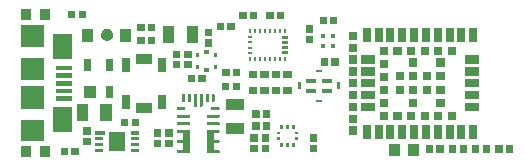
<source format=gtp>
G04 Layer: TopPasteMaskLayer*
G04 EasyEDA v6.4.3, 2020-08-12T23:02:41+05:30*
G04 0c64d8637b0b46b586c93cd23854d17d,10*
G04 Gerber Generator version 0.2*
G04 Scale: 100 percent, Rotated: No, Reflected: No *
G04 Dimensions in inches *
G04 leading zeros omitted , absolute positions ,2 integer and 4 decimal *
%FSLAX24Y24*%
%MOIN*%
G90*
G70D02*

%ADD19R,0.029530X0.045280*%
%ADD20R,0.055120X0.037400*%
%ADD22R,0.027560X0.045280*%
%ADD24R,0.017720X0.017720*%
%ADD25R,0.010630X0.017720*%
%ADD26R,0.017720X0.010630*%
%ADD27R,0.037400X0.017720*%
%ADD28R,0.023620X0.007870*%

%LPD*%
G36*
G01X8304Y1201D02*
G01X8304Y1201D01*
G01X8303Y1201D01*
G01X8303Y1202D01*
G01X8303Y1202D01*
G01X8302Y1202D01*
G01X8302Y1202D01*
G01X8302Y1203D01*
G01X8301Y1203D01*
G01X8301Y1203D01*
G01X8301Y1204D01*
G01X8301Y1204D01*
G01X8301Y1205D01*
G01X8301Y1205D01*
G01X8301Y1442D01*
G01X8301Y1442D01*
G01X8301Y1443D01*
G01X8301Y1443D01*
G01X8301Y1444D01*
G01X8301Y1444D01*
G01X8302Y1444D01*
G01X8302Y1445D01*
G01X8302Y1445D01*
G01X8303Y1445D01*
G01X8303Y1445D01*
G01X8303Y1445D01*
G01X8304Y1445D01*
G01X8304Y1445D01*
G01X8541Y1445D01*
G01X8542Y1445D01*
G01X8542Y1445D01*
G01X8542Y1445D01*
G01X8543Y1445D01*
G01X8543Y1445D01*
G01X8544Y1445D01*
G01X8544Y1444D01*
G01X8544Y1444D01*
G01X8544Y1444D01*
G01X8545Y1443D01*
G01X8545Y1443D01*
G01X8545Y1442D01*
G01X8545Y1442D01*
G01X8545Y1205D01*
G01X8545Y1205D01*
G01X8545Y1204D01*
G01X8545Y1204D01*
G01X8544Y1203D01*
G01X8544Y1203D01*
G01X8544Y1203D01*
G01X8544Y1202D01*
G01X8543Y1202D01*
G01X8543Y1202D01*
G01X8542Y1202D01*
G01X8542Y1201D01*
G01X8542Y1201D01*
G01X8541Y1201D01*
G01X8304Y1201D01*
G37*
G36*
G01X8304Y1556D02*
G01X8304Y1556D01*
G01X8303Y1556D01*
G01X8303Y1556D01*
G01X8303Y1556D01*
G01X8302Y1556D01*
G01X8302Y1557D01*
G01X8302Y1557D01*
G01X8301Y1557D01*
G01X8301Y1558D01*
G01X8301Y1558D01*
G01X8301Y1558D01*
G01X8301Y1559D01*
G01X8301Y1559D01*
G01X8301Y1796D01*
G01X8301Y1797D01*
G01X8301Y1797D01*
G01X8301Y1797D01*
G01X8301Y1798D01*
G01X8301Y1798D01*
G01X8302Y1798D01*
G01X8302Y1799D01*
G01X8302Y1799D01*
G01X8303Y1799D01*
G01X8303Y1800D01*
G01X8303Y1800D01*
G01X8304Y1800D01*
G01X8304Y1800D01*
G01X8541Y1800D01*
G01X8542Y1800D01*
G01X8542Y1800D01*
G01X8542Y1800D01*
G01X8543Y1799D01*
G01X8543Y1799D01*
G01X8544Y1799D01*
G01X8544Y1798D01*
G01X8544Y1798D01*
G01X8544Y1798D01*
G01X8545Y1797D01*
G01X8545Y1797D01*
G01X8545Y1797D01*
G01X8545Y1796D01*
G01X8545Y1559D01*
G01X8545Y1559D01*
G01X8545Y1558D01*
G01X8545Y1558D01*
G01X8544Y1558D01*
G01X8544Y1557D01*
G01X8544Y1557D01*
G01X8544Y1557D01*
G01X8543Y1556D01*
G01X8543Y1556D01*
G01X8542Y1556D01*
G01X8542Y1556D01*
G01X8542Y1556D01*
G01X8541Y1556D01*
G01X8304Y1556D01*
G37*
G36*
G01X7915Y1196D02*
G01X7914Y1196D01*
G01X7914Y1197D01*
G01X7913Y1197D01*
G01X7913Y1197D01*
G01X7913Y1197D01*
G01X7912Y1197D01*
G01X7912Y1198D01*
G01X7912Y1198D01*
G01X7911Y1198D01*
G01X7911Y1199D01*
G01X7911Y1199D01*
G01X7911Y1200D01*
G01X7911Y1200D01*
G01X7911Y1437D01*
G01X7911Y1437D01*
G01X7911Y1438D01*
G01X7911Y1438D01*
G01X7911Y1439D01*
G01X7912Y1439D01*
G01X7912Y1439D01*
G01X7912Y1440D01*
G01X7913Y1440D01*
G01X7913Y1440D01*
G01X7913Y1440D01*
G01X7914Y1440D01*
G01X7914Y1440D01*
G01X7915Y1440D01*
G01X8151Y1440D01*
G01X8152Y1440D01*
G01X8152Y1440D01*
G01X8153Y1440D01*
G01X8153Y1440D01*
G01X8153Y1440D01*
G01X8154Y1440D01*
G01X8154Y1439D01*
G01X8154Y1439D01*
G01X8155Y1439D01*
G01X8155Y1438D01*
G01X8155Y1438D01*
G01X8155Y1437D01*
G01X8155Y1437D01*
G01X8155Y1200D01*
G01X8155Y1200D01*
G01X8155Y1199D01*
G01X8155Y1199D01*
G01X8155Y1198D01*
G01X8154Y1198D01*
G01X8154Y1198D01*
G01X8154Y1197D01*
G01X8153Y1197D01*
G01X8153Y1197D01*
G01X8153Y1197D01*
G01X8152Y1197D01*
G01X8152Y1196D01*
G01X8151Y1196D01*
G01X7915Y1196D01*
G37*
G36*
G01X7915Y1551D02*
G01X7914Y1551D01*
G01X7914Y1551D01*
G01X7913Y1551D01*
G01X7913Y1551D01*
G01X7913Y1551D01*
G01X7912Y1552D01*
G01X7912Y1552D01*
G01X7912Y1552D01*
G01X7911Y1553D01*
G01X7911Y1553D01*
G01X7911Y1554D01*
G01X7911Y1554D01*
G01X7911Y1554D01*
G01X7911Y1791D01*
G01X7911Y1792D01*
G01X7911Y1792D01*
G01X7911Y1792D01*
G01X7911Y1793D01*
G01X7912Y1793D01*
G01X7912Y1794D01*
G01X7912Y1794D01*
G01X7913Y1794D01*
G01X7913Y1794D01*
G01X7913Y1795D01*
G01X7914Y1795D01*
G01X7914Y1795D01*
G01X7915Y1795D01*
G01X8151Y1795D01*
G01X8152Y1795D01*
G01X8152Y1795D01*
G01X8153Y1795D01*
G01X8153Y1794D01*
G01X8153Y1794D01*
G01X8154Y1794D01*
G01X8154Y1794D01*
G01X8154Y1793D01*
G01X8155Y1793D01*
G01X8155Y1792D01*
G01X8155Y1792D01*
G01X8155Y1792D01*
G01X8155Y1791D01*
G01X8155Y1554D01*
G01X8155Y1554D01*
G01X8155Y1554D01*
G01X8155Y1553D01*
G01X8155Y1553D01*
G01X8154Y1552D01*
G01X8154Y1552D01*
G01X8154Y1552D01*
G01X8153Y1551D01*
G01X8153Y1551D01*
G01X8153Y1551D01*
G01X8152Y1551D01*
G01X8152Y1551D01*
G01X8151Y1551D01*
G01X7915Y1551D01*
G37*
G36*
G01X3064Y1907D02*
G01X3064Y1907D01*
G01X3064Y1907D01*
G01X3064Y1907D01*
G01X3065Y1907D01*
G01X3065Y1907D01*
G01X3065Y1907D01*
G01X3065Y1906D01*
G01X3065Y1906D01*
G01X3065Y1906D01*
G01X3065Y1906D01*
G01X3065Y1906D01*
G01X3065Y1905D01*
G01X3065Y1905D01*
G01X3065Y1791D01*
G01X3065Y1790D01*
G01X3065Y1790D01*
G01X3065Y1790D01*
G01X3065Y1790D01*
G01X3065Y1790D01*
G01X3065Y1789D01*
G01X3065Y1789D01*
G01X3065Y1789D01*
G01X3065Y1789D01*
G01X3064Y1789D01*
G01X3064Y1789D01*
G01X3064Y1789D01*
G01X3064Y1789D01*
G01X2733Y1789D01*
G01X2732Y1789D01*
G01X2732Y1789D01*
G01X2732Y1789D01*
G01X2732Y1789D01*
G01X2732Y1789D01*
G01X2731Y1789D01*
G01X2731Y1789D01*
G01X2731Y1790D01*
G01X2731Y1790D01*
G01X2731Y1790D01*
G01X2731Y1790D01*
G01X2731Y1790D01*
G01X2731Y1791D01*
G01X2731Y1905D01*
G01X2731Y1905D01*
G01X2731Y1906D01*
G01X2731Y1906D01*
G01X2731Y1906D01*
G01X2731Y1906D01*
G01X2731Y1906D01*
G01X2731Y1907D01*
G01X2732Y1907D01*
G01X2732Y1907D01*
G01X2732Y1907D01*
G01X2732Y1907D01*
G01X2732Y1907D01*
G01X2733Y1907D01*
G01X3064Y1907D01*
G37*
G36*
G01X3005Y1710D02*
G01X3005Y1710D01*
G01X3005Y1710D01*
G01X3005Y1710D01*
G01X3005Y1710D01*
G01X3006Y1710D01*
G01X3006Y1710D01*
G01X3006Y1710D01*
G01X3006Y1709D01*
G01X3006Y1709D01*
G01X3006Y1709D01*
G01X3006Y1709D01*
G01X3006Y1709D01*
G01X3006Y1708D01*
G01X3006Y1594D01*
G01X3006Y1594D01*
G01X3006Y1593D01*
G01X3006Y1593D01*
G01X3006Y1593D01*
G01X3006Y1593D01*
G01X3006Y1593D01*
G01X3006Y1593D01*
G01X3006Y1592D01*
G01X3005Y1592D01*
G01X3005Y1592D01*
G01X3005Y1592D01*
G01X3005Y1592D01*
G01X3005Y1592D01*
G01X2733Y1592D01*
G01X2732Y1592D01*
G01X2732Y1592D01*
G01X2732Y1592D01*
G01X2732Y1592D01*
G01X2732Y1592D01*
G01X2731Y1593D01*
G01X2731Y1593D01*
G01X2731Y1593D01*
G01X2731Y1593D01*
G01X2731Y1593D01*
G01X2731Y1593D01*
G01X2731Y1594D01*
G01X2731Y1594D01*
G01X2731Y1708D01*
G01X2731Y1709D01*
G01X2731Y1709D01*
G01X2731Y1709D01*
G01X2731Y1709D01*
G01X2731Y1709D01*
G01X2731Y1710D01*
G01X2731Y1710D01*
G01X2732Y1710D01*
G01X2732Y1710D01*
G01X2732Y1710D01*
G01X2732Y1710D01*
G01X2732Y1710D01*
G01X2733Y1710D01*
G01X3005Y1710D01*
G37*
G36*
G01X3005Y1513D02*
G01X3005Y1513D01*
G01X3005Y1513D01*
G01X3005Y1513D01*
G01X3005Y1513D01*
G01X3006Y1513D01*
G01X3006Y1513D01*
G01X3006Y1513D01*
G01X3006Y1513D01*
G01X3006Y1512D01*
G01X3006Y1512D01*
G01X3006Y1512D01*
G01X3006Y1512D01*
G01X3006Y1512D01*
G01X3006Y1397D01*
G01X3006Y1397D01*
G01X3006Y1397D01*
G01X3006Y1396D01*
G01X3006Y1396D01*
G01X3006Y1396D01*
G01X3006Y1396D01*
G01X3006Y1396D01*
G01X3006Y1396D01*
G01X3005Y1395D01*
G01X3005Y1395D01*
G01X3005Y1395D01*
G01X3005Y1395D01*
G01X3005Y1395D01*
G01X2733Y1395D01*
G01X2732Y1395D01*
G01X2732Y1395D01*
G01X2732Y1395D01*
G01X2732Y1395D01*
G01X2732Y1396D01*
G01X2731Y1396D01*
G01X2731Y1396D01*
G01X2731Y1396D01*
G01X2731Y1396D01*
G01X2731Y1396D01*
G01X2731Y1397D01*
G01X2731Y1397D01*
G01X2731Y1397D01*
G01X2731Y1512D01*
G01X2731Y1512D01*
G01X2731Y1512D01*
G01X2731Y1512D01*
G01X2731Y1512D01*
G01X2731Y1513D01*
G01X2731Y1513D01*
G01X2731Y1513D01*
G01X2732Y1513D01*
G01X2732Y1513D01*
G01X2732Y1513D01*
G01X2732Y1513D01*
G01X2732Y1513D01*
G01X2733Y1513D01*
G01X3005Y1513D01*
G37*
G36*
G01X3005Y1316D02*
G01X3005Y1316D01*
G01X3005Y1316D01*
G01X3005Y1316D01*
G01X3005Y1316D01*
G01X3006Y1316D01*
G01X3006Y1316D01*
G01X3006Y1316D01*
G01X3006Y1316D01*
G01X3006Y1316D01*
G01X3006Y1315D01*
G01X3006Y1315D01*
G01X3006Y1315D01*
G01X3006Y1315D01*
G01X3006Y1200D01*
G01X3006Y1200D01*
G01X3006Y1200D01*
G01X3006Y1200D01*
G01X3006Y1199D01*
G01X3006Y1199D01*
G01X3006Y1199D01*
G01X3006Y1199D01*
G01X3006Y1199D01*
G01X3005Y1199D01*
G01X3005Y1198D01*
G01X3005Y1198D01*
G01X3005Y1198D01*
G01X3005Y1198D01*
G01X2733Y1198D01*
G01X2732Y1198D01*
G01X2732Y1198D01*
G01X2732Y1198D01*
G01X2732Y1199D01*
G01X2732Y1199D01*
G01X2731Y1199D01*
G01X2731Y1199D01*
G01X2731Y1199D01*
G01X2731Y1199D01*
G01X2731Y1200D01*
G01X2731Y1200D01*
G01X2731Y1200D01*
G01X2731Y1200D01*
G01X2731Y1315D01*
G01X2731Y1315D01*
G01X2731Y1315D01*
G01X2731Y1315D01*
G01X2731Y1316D01*
G01X2731Y1316D01*
G01X2731Y1316D01*
G01X2731Y1316D01*
G01X2732Y1316D01*
G01X2732Y1316D01*
G01X2732Y1316D01*
G01X2732Y1316D01*
G01X2732Y1316D01*
G01X2733Y1316D01*
G01X3005Y1316D01*
G37*
G36*
G01X4205Y1316D02*
G01X4206Y1316D01*
G01X4206Y1316D01*
G01X4206Y1316D01*
G01X4206Y1316D01*
G01X4206Y1316D01*
G01X4207Y1316D01*
G01X4207Y1316D01*
G01X4207Y1316D01*
G01X4207Y1316D01*
G01X4207Y1315D01*
G01X4207Y1315D01*
G01X4207Y1315D01*
G01X4207Y1315D01*
G01X4207Y1200D01*
G01X4207Y1200D01*
G01X4207Y1200D01*
G01X4207Y1200D01*
G01X4207Y1199D01*
G01X4207Y1199D01*
G01X4207Y1199D01*
G01X4207Y1199D01*
G01X4206Y1199D01*
G01X4206Y1199D01*
G01X4206Y1198D01*
G01X4206Y1198D01*
G01X4206Y1198D01*
G01X4205Y1198D01*
G01X3933Y1198D01*
G01X3933Y1198D01*
G01X3933Y1198D01*
G01X3933Y1198D01*
G01X3933Y1199D01*
G01X3932Y1199D01*
G01X3932Y1199D01*
G01X3932Y1199D01*
G01X3932Y1199D01*
G01X3932Y1199D01*
G01X3932Y1200D01*
G01X3932Y1200D01*
G01X3932Y1200D01*
G01X3932Y1200D01*
G01X3932Y1315D01*
G01X3932Y1315D01*
G01X3932Y1315D01*
G01X3932Y1315D01*
G01X3932Y1316D01*
G01X3932Y1316D01*
G01X3932Y1316D01*
G01X3932Y1316D01*
G01X3932Y1316D01*
G01X3933Y1316D01*
G01X3933Y1316D01*
G01X3933Y1316D01*
G01X3933Y1316D01*
G01X3933Y1316D01*
G01X4205Y1316D01*
G37*
G36*
G01X4205Y1513D02*
G01X4206Y1513D01*
G01X4206Y1513D01*
G01X4206Y1513D01*
G01X4206Y1513D01*
G01X4206Y1513D01*
G01X4207Y1513D01*
G01X4207Y1513D01*
G01X4207Y1513D01*
G01X4207Y1512D01*
G01X4207Y1512D01*
G01X4207Y1512D01*
G01X4207Y1512D01*
G01X4207Y1512D01*
G01X4207Y1397D01*
G01X4207Y1397D01*
G01X4207Y1397D01*
G01X4207Y1396D01*
G01X4207Y1396D01*
G01X4207Y1396D01*
G01X4207Y1396D01*
G01X4207Y1396D01*
G01X4206Y1396D01*
G01X4206Y1395D01*
G01X4206Y1395D01*
G01X4206Y1395D01*
G01X4206Y1395D01*
G01X4205Y1395D01*
G01X3933Y1395D01*
G01X3933Y1395D01*
G01X3933Y1395D01*
G01X3933Y1395D01*
G01X3933Y1395D01*
G01X3932Y1396D01*
G01X3932Y1396D01*
G01X3932Y1396D01*
G01X3932Y1396D01*
G01X3932Y1396D01*
G01X3932Y1396D01*
G01X3932Y1397D01*
G01X3932Y1397D01*
G01X3932Y1397D01*
G01X3932Y1512D01*
G01X3932Y1512D01*
G01X3932Y1512D01*
G01X3932Y1512D01*
G01X3932Y1512D01*
G01X3932Y1513D01*
G01X3932Y1513D01*
G01X3932Y1513D01*
G01X3932Y1513D01*
G01X3933Y1513D01*
G01X3933Y1513D01*
G01X3933Y1513D01*
G01X3933Y1513D01*
G01X3933Y1513D01*
G01X4205Y1513D01*
G37*
G36*
G01X4205Y1710D02*
G01X4206Y1710D01*
G01X4206Y1710D01*
G01X4206Y1710D01*
G01X4206Y1710D01*
G01X4206Y1710D01*
G01X4207Y1710D01*
G01X4207Y1710D01*
G01X4207Y1709D01*
G01X4207Y1709D01*
G01X4207Y1709D01*
G01X4207Y1709D01*
G01X4207Y1709D01*
G01X4207Y1708D01*
G01X4207Y1594D01*
G01X4207Y1594D01*
G01X4207Y1593D01*
G01X4207Y1593D01*
G01X4207Y1593D01*
G01X4207Y1593D01*
G01X4207Y1593D01*
G01X4207Y1593D01*
G01X4206Y1592D01*
G01X4206Y1592D01*
G01X4206Y1592D01*
G01X4206Y1592D01*
G01X4206Y1592D01*
G01X4205Y1592D01*
G01X3933Y1592D01*
G01X3933Y1592D01*
G01X3933Y1592D01*
G01X3933Y1592D01*
G01X3933Y1592D01*
G01X3932Y1592D01*
G01X3932Y1593D01*
G01X3932Y1593D01*
G01X3932Y1593D01*
G01X3932Y1593D01*
G01X3932Y1593D01*
G01X3932Y1593D01*
G01X3932Y1594D01*
G01X3932Y1594D01*
G01X3932Y1708D01*
G01X3932Y1709D01*
G01X3932Y1709D01*
G01X3932Y1709D01*
G01X3932Y1709D01*
G01X3932Y1709D01*
G01X3932Y1710D01*
G01X3932Y1710D01*
G01X3932Y1710D01*
G01X3933Y1710D01*
G01X3933Y1710D01*
G01X3933Y1710D01*
G01X3933Y1710D01*
G01X3933Y1710D01*
G01X4205Y1710D01*
G37*
G36*
G01X4205Y1907D02*
G01X4206Y1907D01*
G01X4206Y1907D01*
G01X4206Y1907D01*
G01X4206Y1907D01*
G01X4206Y1907D01*
G01X4207Y1907D01*
G01X4207Y1906D01*
G01X4207Y1906D01*
G01X4207Y1906D01*
G01X4207Y1906D01*
G01X4207Y1906D01*
G01X4207Y1905D01*
G01X4207Y1905D01*
G01X4207Y1791D01*
G01X4207Y1790D01*
G01X4207Y1790D01*
G01X4207Y1790D01*
G01X4207Y1790D01*
G01X4207Y1790D01*
G01X4207Y1789D01*
G01X4207Y1789D01*
G01X4206Y1789D01*
G01X4206Y1789D01*
G01X4206Y1789D01*
G01X4206Y1789D01*
G01X4206Y1789D01*
G01X4205Y1789D01*
G01X3933Y1789D01*
G01X3933Y1789D01*
G01X3933Y1789D01*
G01X3933Y1789D01*
G01X3933Y1789D01*
G01X3932Y1789D01*
G01X3932Y1789D01*
G01X3932Y1789D01*
G01X3932Y1790D01*
G01X3932Y1790D01*
G01X3932Y1790D01*
G01X3932Y1790D01*
G01X3932Y1790D01*
G01X3932Y1791D01*
G01X3932Y1905D01*
G01X3932Y1905D01*
G01X3932Y1906D01*
G01X3932Y1906D01*
G01X3932Y1906D01*
G01X3932Y1906D01*
G01X3932Y1906D01*
G01X3932Y1907D01*
G01X3932Y1907D01*
G01X3933Y1907D01*
G01X3933Y1907D01*
G01X3933Y1907D01*
G01X3933Y1907D01*
G01X3933Y1907D01*
G01X4205Y1907D01*
G37*
G36*
G01X3736Y1868D02*
G01X3737Y1868D01*
G01X3738Y1867D01*
G01X3739Y1867D01*
G01X3740Y1867D01*
G01X3741Y1866D01*
G01X3742Y1866D01*
G01X3743Y1865D01*
G01X3743Y1864D01*
G01X3744Y1863D01*
G01X3744Y1862D01*
G01X3744Y1861D01*
G01X3745Y1860D01*
G01X3745Y1859D01*
G01X3745Y1246D01*
G01X3745Y1245D01*
G01X3744Y1244D01*
G01X3744Y1243D01*
G01X3744Y1242D01*
G01X3743Y1241D01*
G01X3743Y1241D01*
G01X3742Y1240D01*
G01X3741Y1239D01*
G01X3740Y1239D01*
G01X3739Y1238D01*
G01X3738Y1238D01*
G01X3737Y1238D01*
G01X3736Y1238D01*
G01X3202Y1238D01*
G01X3201Y1238D01*
G01X3200Y1238D01*
G01X3199Y1238D01*
G01X3198Y1239D01*
G01X3197Y1239D01*
G01X3196Y1240D01*
G01X3196Y1241D01*
G01X3195Y1241D01*
G01X3194Y1242D01*
G01X3194Y1243D01*
G01X3194Y1244D01*
G01X3194Y1245D01*
G01X3193Y1246D01*
G01X3193Y1859D01*
G01X3194Y1860D01*
G01X3194Y1861D01*
G01X3194Y1862D01*
G01X3194Y1863D01*
G01X3195Y1864D01*
G01X3196Y1865D01*
G01X3196Y1866D01*
G01X3197Y1866D01*
G01X3198Y1867D01*
G01X3199Y1867D01*
G01X3200Y1867D01*
G01X3201Y1868D01*
G01X3202Y1868D01*
G01X3736Y1868D01*
G37*
G36*
G01X4191Y2061D02*
G01X4191Y2061D01*
G01X4191Y2060D01*
G01X4191Y2060D01*
G01X4191Y2060D01*
G01X4191Y2059D01*
G01X4191Y2059D01*
G01X4190Y2059D01*
G01X4190Y2058D01*
G01X4190Y2058D01*
G01X4189Y2058D01*
G01X4189Y2058D01*
G01X4188Y2058D01*
G01X4188Y2058D01*
G01X3951Y2058D01*
G01X3951Y2058D01*
G01X3950Y2058D01*
G01X3950Y2058D01*
G01X3949Y2058D01*
G01X3949Y2058D01*
G01X3949Y2059D01*
G01X3948Y2059D01*
G01X3948Y2059D01*
G01X3948Y2060D01*
G01X3948Y2060D01*
G01X3947Y2060D01*
G01X3947Y2061D01*
G01X3947Y2061D01*
G01X3947Y2298D01*
G01X3947Y2298D01*
G01X3947Y2299D01*
G01X3948Y2299D01*
G01X3948Y2300D01*
G01X3948Y2300D01*
G01X3948Y2300D01*
G01X3949Y2301D01*
G01X3949Y2301D01*
G01X3949Y2301D01*
G01X3950Y2301D01*
G01X3950Y2302D01*
G01X3951Y2302D01*
G01X3951Y2302D01*
G01X4188Y2302D01*
G01X4188Y2302D01*
G01X4189Y2302D01*
G01X4189Y2301D01*
G01X4190Y2301D01*
G01X4190Y2301D01*
G01X4190Y2301D01*
G01X4191Y2300D01*
G01X4191Y2300D01*
G01X4191Y2300D01*
G01X4191Y2299D01*
G01X4191Y2299D01*
G01X4191Y2298D01*
G01X4191Y2298D01*
G01X4191Y2061D01*
G37*
G36*
G01X3837Y2061D02*
G01X3837Y2061D01*
G01X3837Y2060D01*
G01X3837Y2060D01*
G01X3837Y2060D01*
G01X3836Y2059D01*
G01X3836Y2059D01*
G01X3836Y2059D01*
G01X3836Y2058D01*
G01X3835Y2058D01*
G01X3835Y2058D01*
G01X3834Y2058D01*
G01X3834Y2058D01*
G01X3833Y2058D01*
G01X3597Y2058D01*
G01X3596Y2058D01*
G01X3596Y2058D01*
G01X3595Y2058D01*
G01X3595Y2058D01*
G01X3595Y2058D01*
G01X3594Y2059D01*
G01X3594Y2059D01*
G01X3594Y2059D01*
G01X3593Y2060D01*
G01X3593Y2060D01*
G01X3593Y2060D01*
G01X3593Y2061D01*
G01X3593Y2061D01*
G01X3593Y2298D01*
G01X3593Y2298D01*
G01X3593Y2299D01*
G01X3593Y2299D01*
G01X3593Y2300D01*
G01X3594Y2300D01*
G01X3594Y2300D01*
G01X3594Y2301D01*
G01X3595Y2301D01*
G01X3595Y2301D01*
G01X3595Y2301D01*
G01X3596Y2302D01*
G01X3596Y2302D01*
G01X3597Y2302D01*
G01X3833Y2302D01*
G01X3834Y2302D01*
G01X3834Y2302D01*
G01X3835Y2301D01*
G01X3835Y2301D01*
G01X3836Y2301D01*
G01X3836Y2301D01*
G01X3836Y2300D01*
G01X3836Y2300D01*
G01X3837Y2300D01*
G01X3837Y2299D01*
G01X3837Y2299D01*
G01X3837Y2298D01*
G01X3837Y2298D01*
G01X3837Y2061D01*
G37*
G36*
G01X1431Y3933D02*
G01X1431Y3933D01*
G01X1430Y3933D01*
G01X1430Y3933D01*
G01X1430Y3933D01*
G01X1430Y3933D01*
G01X1429Y3933D01*
G01X1429Y3933D01*
G01X1429Y3934D01*
G01X1429Y3934D01*
G01X1429Y3934D01*
G01X1429Y3934D01*
G01X1429Y3935D01*
G01X1429Y3935D01*
G01X1429Y4088D01*
G01X1429Y4088D01*
G01X1429Y4088D01*
G01X1429Y4089D01*
G01X1429Y4089D01*
G01X1429Y4089D01*
G01X1429Y4089D01*
G01X1429Y4089D01*
G01X1430Y4090D01*
G01X1430Y4090D01*
G01X1430Y4090D01*
G01X1430Y4090D01*
G01X1431Y4090D01*
G01X1431Y4090D01*
G01X1958Y4090D01*
G01X1958Y4090D01*
G01X1958Y4090D01*
G01X1959Y4090D01*
G01X1959Y4090D01*
G01X1959Y4090D01*
G01X1959Y4089D01*
G01X1960Y4089D01*
G01X1960Y4089D01*
G01X1960Y4089D01*
G01X1960Y4089D01*
G01X1960Y4088D01*
G01X1960Y4088D01*
G01X1960Y4088D01*
G01X1960Y3935D01*
G01X1960Y3935D01*
G01X1960Y3934D01*
G01X1960Y3934D01*
G01X1960Y3934D01*
G01X1960Y3934D01*
G01X1960Y3933D01*
G01X1959Y3933D01*
G01X1959Y3933D01*
G01X1959Y3933D01*
G01X1959Y3933D01*
G01X1958Y3933D01*
G01X1958Y3933D01*
G01X1958Y3933D01*
G01X1431Y3933D01*
G37*
G36*
G01X1431Y3677D02*
G01X1431Y3677D01*
G01X1430Y3677D01*
G01X1430Y3677D01*
G01X1430Y3677D01*
G01X1430Y3677D01*
G01X1429Y3677D01*
G01X1429Y3678D01*
G01X1429Y3678D01*
G01X1429Y3678D01*
G01X1429Y3678D01*
G01X1429Y3679D01*
G01X1429Y3679D01*
G01X1429Y3679D01*
G01X1429Y3832D01*
G01X1429Y3832D01*
G01X1429Y3832D01*
G01X1429Y3833D01*
G01X1429Y3833D01*
G01X1429Y3833D01*
G01X1429Y3833D01*
G01X1429Y3834D01*
G01X1430Y3834D01*
G01X1430Y3834D01*
G01X1430Y3834D01*
G01X1430Y3834D01*
G01X1431Y3834D01*
G01X1431Y3834D01*
G01X1958Y3834D01*
G01X1958Y3834D01*
G01X1958Y3834D01*
G01X1959Y3834D01*
G01X1959Y3834D01*
G01X1959Y3834D01*
G01X1959Y3834D01*
G01X1960Y3833D01*
G01X1960Y3833D01*
G01X1960Y3833D01*
G01X1960Y3833D01*
G01X1960Y3832D01*
G01X1960Y3832D01*
G01X1960Y3832D01*
G01X1960Y3679D01*
G01X1960Y3679D01*
G01X1960Y3679D01*
G01X1960Y3678D01*
G01X1960Y3678D01*
G01X1960Y3678D01*
G01X1960Y3678D01*
G01X1959Y3677D01*
G01X1959Y3677D01*
G01X1959Y3677D01*
G01X1959Y3677D01*
G01X1958Y3677D01*
G01X1958Y3677D01*
G01X1958Y3677D01*
G01X1431Y3677D01*
G37*
G36*
G01X1431Y3421D02*
G01X1431Y3421D01*
G01X1430Y3421D01*
G01X1430Y3421D01*
G01X1430Y3421D01*
G01X1430Y3421D01*
G01X1429Y3421D01*
G01X1429Y3422D01*
G01X1429Y3422D01*
G01X1429Y3422D01*
G01X1429Y3422D01*
G01X1429Y3422D01*
G01X1429Y3423D01*
G01X1429Y3423D01*
G01X1429Y3576D01*
G01X1429Y3576D01*
G01X1429Y3576D01*
G01X1429Y3577D01*
G01X1429Y3577D01*
G01X1429Y3577D01*
G01X1429Y3577D01*
G01X1429Y3578D01*
G01X1430Y3578D01*
G01X1430Y3578D01*
G01X1430Y3578D01*
G01X1430Y3578D01*
G01X1431Y3578D01*
G01X1431Y3578D01*
G01X1958Y3578D01*
G01X1958Y3578D01*
G01X1958Y3578D01*
G01X1959Y3578D01*
G01X1959Y3578D01*
G01X1959Y3578D01*
G01X1959Y3578D01*
G01X1960Y3577D01*
G01X1960Y3577D01*
G01X1960Y3577D01*
G01X1960Y3577D01*
G01X1960Y3576D01*
G01X1960Y3576D01*
G01X1960Y3576D01*
G01X1960Y3423D01*
G01X1960Y3423D01*
G01X1960Y3422D01*
G01X1960Y3422D01*
G01X1960Y3422D01*
G01X1960Y3422D01*
G01X1960Y3422D01*
G01X1959Y3421D01*
G01X1959Y3421D01*
G01X1959Y3421D01*
G01X1959Y3421D01*
G01X1958Y3421D01*
G01X1958Y3421D01*
G01X1958Y3421D01*
G01X1431Y3421D01*
G37*
G36*
G01X1431Y3165D02*
G01X1431Y3165D01*
G01X1430Y3165D01*
G01X1430Y3165D01*
G01X1430Y3165D01*
G01X1430Y3165D01*
G01X1429Y3165D01*
G01X1429Y3166D01*
G01X1429Y3166D01*
G01X1429Y3166D01*
G01X1429Y3166D01*
G01X1429Y3167D01*
G01X1429Y3167D01*
G01X1429Y3167D01*
G01X1429Y3320D01*
G01X1429Y3320D01*
G01X1429Y3321D01*
G01X1429Y3321D01*
G01X1429Y3321D01*
G01X1429Y3321D01*
G01X1429Y3322D01*
G01X1429Y3322D01*
G01X1430Y3322D01*
G01X1430Y3322D01*
G01X1430Y3322D01*
G01X1430Y3322D01*
G01X1431Y3322D01*
G01X1431Y3322D01*
G01X1958Y3322D01*
G01X1958Y3322D01*
G01X1958Y3322D01*
G01X1959Y3322D01*
G01X1959Y3322D01*
G01X1959Y3322D01*
G01X1959Y3322D01*
G01X1960Y3322D01*
G01X1960Y3321D01*
G01X1960Y3321D01*
G01X1960Y3321D01*
G01X1960Y3321D01*
G01X1960Y3320D01*
G01X1960Y3320D01*
G01X1960Y3167D01*
G01X1960Y3167D01*
G01X1960Y3167D01*
G01X1960Y3166D01*
G01X1960Y3166D01*
G01X1960Y3166D01*
G01X1960Y3166D01*
G01X1959Y3165D01*
G01X1959Y3165D01*
G01X1959Y3165D01*
G01X1959Y3165D01*
G01X1958Y3165D01*
G01X1958Y3165D01*
G01X1958Y3165D01*
G01X1431Y3165D01*
G37*
G36*
G01X1431Y2909D02*
G01X1431Y2909D01*
G01X1430Y2909D01*
G01X1430Y2909D01*
G01X1430Y2909D01*
G01X1430Y2909D01*
G01X1429Y2910D01*
G01X1429Y2910D01*
G01X1429Y2910D01*
G01X1429Y2910D01*
G01X1429Y2911D01*
G01X1429Y2911D01*
G01X1429Y2911D01*
G01X1429Y2911D01*
G01X1429Y3064D01*
G01X1429Y3064D01*
G01X1429Y3065D01*
G01X1429Y3065D01*
G01X1429Y3065D01*
G01X1429Y3065D01*
G01X1429Y3066D01*
G01X1429Y3066D01*
G01X1430Y3066D01*
G01X1430Y3066D01*
G01X1430Y3066D01*
G01X1430Y3066D01*
G01X1431Y3066D01*
G01X1431Y3066D01*
G01X1958Y3066D01*
G01X1958Y3066D01*
G01X1958Y3066D01*
G01X1959Y3066D01*
G01X1959Y3066D01*
G01X1959Y3066D01*
G01X1959Y3066D01*
G01X1960Y3066D01*
G01X1960Y3065D01*
G01X1960Y3065D01*
G01X1960Y3065D01*
G01X1960Y3065D01*
G01X1960Y3064D01*
G01X1960Y3064D01*
G01X1960Y2911D01*
G01X1960Y2911D01*
G01X1960Y2911D01*
G01X1960Y2911D01*
G01X1960Y2910D01*
G01X1960Y2910D01*
G01X1960Y2910D01*
G01X1959Y2910D01*
G01X1959Y2909D01*
G01X1959Y2909D01*
G01X1959Y2909D01*
G01X1958Y2909D01*
G01X1958Y2909D01*
G01X1958Y2909D01*
G01X1431Y2909D01*
G37*
G36*
G01X1340Y1866D02*
G01X1339Y1866D01*
G01X1337Y1866D01*
G01X1336Y1866D01*
G01X1335Y1867D01*
G01X1334Y1867D01*
G01X1333Y1868D01*
G01X1333Y1869D01*
G01X1332Y1870D01*
G01X1331Y1871D01*
G01X1331Y1872D01*
G01X1331Y1873D01*
G01X1330Y1874D01*
G01X1330Y1875D01*
G01X1330Y2683D01*
G01X1330Y2684D01*
G01X1331Y2685D01*
G01X1331Y2686D01*
G01X1331Y2687D01*
G01X1332Y2688D01*
G01X1333Y2689D01*
G01X1333Y2690D01*
G01X1334Y2691D01*
G01X1335Y2691D01*
G01X1336Y2692D01*
G01X1337Y2692D01*
G01X1339Y2692D01*
G01X1340Y2692D01*
G01X1951Y2692D01*
G01X1952Y2692D01*
G01X1953Y2692D01*
G01X1954Y2692D01*
G01X1955Y2691D01*
G01X1956Y2691D01*
G01X1957Y2690D01*
G01X1958Y2689D01*
G01X1959Y2688D01*
G01X1959Y2687D01*
G01X1960Y2686D01*
G01X1960Y2685D01*
G01X1960Y2684D01*
G01X1960Y2683D01*
G01X1960Y1875D01*
G01X1960Y1874D01*
G01X1960Y1873D01*
G01X1960Y1872D01*
G01X1959Y1871D01*
G01X1959Y1870D01*
G01X1958Y1869D01*
G01X1957Y1868D01*
G01X1956Y1867D01*
G01X1955Y1867D01*
G01X1954Y1866D01*
G01X1953Y1866D01*
G01X1952Y1866D01*
G01X1951Y1866D01*
G01X1340Y1866D01*
G37*
G36*
G01X278Y1570D02*
G01X277Y1570D01*
G01X275Y1571D01*
G01X274Y1571D01*
G01X273Y1572D01*
G01X272Y1572D01*
G01X271Y1573D01*
G01X270Y1574D01*
G01X269Y1575D01*
G01X268Y1576D01*
G01X268Y1577D01*
G01X268Y1578D01*
G01X267Y1580D01*
G01X267Y1581D01*
G01X267Y2268D01*
G01X267Y2270D01*
G01X268Y2271D01*
G01X268Y2272D01*
G01X268Y2273D01*
G01X269Y2274D01*
G01X270Y2275D01*
G01X271Y2276D01*
G01X272Y2277D01*
G01X273Y2278D01*
G01X274Y2278D01*
G01X275Y2279D01*
G01X277Y2279D01*
G01X278Y2279D01*
G01X1005Y2279D01*
G01X1006Y2279D01*
G01X1007Y2279D01*
G01X1008Y2278D01*
G01X1010Y2278D01*
G01X1011Y2277D01*
G01X1012Y2276D01*
G01X1013Y2275D01*
G01X1013Y2274D01*
G01X1014Y2273D01*
G01X1015Y2272D01*
G01X1015Y2271D01*
G01X1015Y2270D01*
G01X1015Y2268D01*
G01X1015Y1581D01*
G01X1015Y1580D01*
G01X1015Y1578D01*
G01X1015Y1577D01*
G01X1014Y1576D01*
G01X1013Y1575D01*
G01X1013Y1574D01*
G01X1012Y1573D01*
G01X1011Y1572D01*
G01X1010Y1572D01*
G01X1008Y1571D01*
G01X1007Y1571D01*
G01X1006Y1570D01*
G01X1005Y1570D01*
G01X278Y1570D01*
G37*
G36*
G01X278Y2653D02*
G01X277Y2653D01*
G01X276Y2653D01*
G01X275Y2654D01*
G01X273Y2654D01*
G01X272Y2655D01*
G01X271Y2656D01*
G01X270Y2657D01*
G01X269Y2658D01*
G01X269Y2659D01*
G01X268Y2660D01*
G01X268Y2662D01*
G01X267Y2663D01*
G01X267Y2664D01*
G01X267Y3390D01*
G01X267Y3391D01*
G01X268Y3393D01*
G01X268Y3394D01*
G01X269Y3395D01*
G01X269Y3396D01*
G01X270Y3397D01*
G01X271Y3398D01*
G01X272Y3399D01*
G01X273Y3400D01*
G01X275Y3400D01*
G01X276Y3401D01*
G01X277Y3401D01*
G01X278Y3401D01*
G01X1004Y3401D01*
G01X1005Y3401D01*
G01X1007Y3401D01*
G01X1008Y3400D01*
G01X1009Y3400D01*
G01X1010Y3399D01*
G01X1011Y3398D01*
G01X1012Y3397D01*
G01X1013Y3396D01*
G01X1014Y3395D01*
G01X1015Y3394D01*
G01X1015Y3393D01*
G01X1015Y3391D01*
G01X1015Y3390D01*
G01X1015Y2664D01*
G01X1015Y2663D01*
G01X1015Y2662D01*
G01X1015Y2660D01*
G01X1014Y2659D01*
G01X1013Y2658D01*
G01X1012Y2657D01*
G01X1011Y2656D01*
G01X1010Y2655D01*
G01X1009Y2654D01*
G01X1008Y2654D01*
G01X1007Y2653D01*
G01X1005Y2653D01*
G01X1004Y2653D01*
G01X278Y2653D01*
G37*
G36*
G01X278Y3598D02*
G01X277Y3598D01*
G01X276Y3598D01*
G01X275Y3599D01*
G01X273Y3599D01*
G01X272Y3600D01*
G01X271Y3601D01*
G01X270Y3602D01*
G01X269Y3603D01*
G01X269Y3604D01*
G01X268Y3605D01*
G01X268Y3607D01*
G01X267Y3608D01*
G01X267Y3609D01*
G01X267Y4335D01*
G01X267Y4336D01*
G01X268Y4337D01*
G01X268Y4339D01*
G01X269Y4340D01*
G01X269Y4341D01*
G01X270Y4342D01*
G01X271Y4343D01*
G01X272Y4344D01*
G01X273Y4345D01*
G01X275Y4345D01*
G01X276Y4346D01*
G01X277Y4346D01*
G01X278Y4346D01*
G01X1004Y4346D01*
G01X1005Y4346D01*
G01X1007Y4346D01*
G01X1008Y4345D01*
G01X1009Y4345D01*
G01X1010Y4344D01*
G01X1011Y4343D01*
G01X1012Y4342D01*
G01X1013Y4341D01*
G01X1014Y4340D01*
G01X1015Y4339D01*
G01X1015Y4337D01*
G01X1015Y4336D01*
G01X1015Y4335D01*
G01X1015Y3609D01*
G01X1015Y3608D01*
G01X1015Y3607D01*
G01X1015Y3605D01*
G01X1014Y3604D01*
G01X1013Y3603D01*
G01X1012Y3602D01*
G01X1011Y3601D01*
G01X1010Y3600D01*
G01X1009Y3599D01*
G01X1008Y3599D01*
G01X1007Y3598D01*
G01X1005Y3598D01*
G01X1004Y3598D01*
G01X278Y3598D01*
G37*
G36*
G01X278Y4720D02*
G01X277Y4720D01*
G01X275Y4720D01*
G01X274Y4721D01*
G01X273Y4721D01*
G01X272Y4722D01*
G01X271Y4723D01*
G01X270Y4724D01*
G01X269Y4725D01*
G01X268Y4726D01*
G01X268Y4727D01*
G01X268Y4728D01*
G01X267Y4729D01*
G01X267Y4731D01*
G01X267Y5418D01*
G01X267Y5419D01*
G01X268Y5421D01*
G01X268Y5422D01*
G01X268Y5423D01*
G01X269Y5424D01*
G01X270Y5425D01*
G01X271Y5426D01*
G01X272Y5427D01*
G01X273Y5427D01*
G01X274Y5428D01*
G01X275Y5428D01*
G01X277Y5429D01*
G01X278Y5429D01*
G01X1005Y5429D01*
G01X1006Y5429D01*
G01X1007Y5428D01*
G01X1008Y5428D01*
G01X1010Y5427D01*
G01X1011Y5427D01*
G01X1012Y5426D01*
G01X1013Y5425D01*
G01X1013Y5424D01*
G01X1014Y5423D01*
G01X1015Y5422D01*
G01X1015Y5421D01*
G01X1015Y5419D01*
G01X1015Y5418D01*
G01X1015Y4731D01*
G01X1015Y4729D01*
G01X1015Y4728D01*
G01X1015Y4727D01*
G01X1014Y4726D01*
G01X1013Y4725D01*
G01X1013Y4724D01*
G01X1012Y4723D01*
G01X1011Y4722D01*
G01X1010Y4721D01*
G01X1008Y4721D01*
G01X1007Y4720D01*
G01X1006Y4720D01*
G01X1005Y4720D01*
G01X278Y4720D01*
G37*
G36*
G01X1340Y4307D02*
G01X1339Y4307D01*
G01X1337Y4307D01*
G01X1336Y4307D01*
G01X1335Y4308D01*
G01X1334Y4308D01*
G01X1333Y4309D01*
G01X1333Y4310D01*
G01X1332Y4311D01*
G01X1331Y4312D01*
G01X1331Y4313D01*
G01X1331Y4314D01*
G01X1330Y4315D01*
G01X1330Y4316D01*
G01X1330Y5124D01*
G01X1330Y5125D01*
G01X1331Y5126D01*
G01X1331Y5127D01*
G01X1331Y5128D01*
G01X1332Y5129D01*
G01X1333Y5130D01*
G01X1333Y5131D01*
G01X1334Y5132D01*
G01X1335Y5132D01*
G01X1336Y5133D01*
G01X1337Y5133D01*
G01X1339Y5133D01*
G01X1340Y5133D01*
G01X1951Y5133D01*
G01X1952Y5133D01*
G01X1953Y5133D01*
G01X1954Y5133D01*
G01X1955Y5132D01*
G01X1956Y5132D01*
G01X1957Y5131D01*
G01X1958Y5130D01*
G01X1959Y5129D01*
G01X1959Y5128D01*
G01X1960Y5127D01*
G01X1960Y5126D01*
G01X1960Y5125D01*
G01X1960Y5124D01*
G01X1960Y4316D01*
G01X1960Y4315D01*
G01X1960Y4314D01*
G01X1960Y4313D01*
G01X1959Y4312D01*
G01X1959Y4311D01*
G01X1958Y4310D01*
G01X1957Y4309D01*
G01X1956Y4308D01*
G01X1955Y4308D01*
G01X1954Y4307D01*
G01X1953Y4307D01*
G01X1952Y4307D01*
G01X1951Y4307D01*
G01X1340Y4307D01*
G37*
G36*
G01X2360Y3011D02*
G01X2359Y3011D01*
G01X2358Y3012D01*
G01X2358Y3012D01*
G01X2357Y3012D01*
G01X2356Y3012D01*
G01X2356Y3013D01*
G01X2355Y3013D01*
G01X2355Y3014D01*
G01X2355Y3015D01*
G01X2354Y3015D01*
G01X2354Y3016D01*
G01X2354Y3017D01*
G01X2354Y3017D01*
G01X2354Y3399D01*
G01X2354Y3400D01*
G01X2354Y3401D01*
G01X2354Y3401D01*
G01X2355Y3402D01*
G01X2355Y3403D01*
G01X2355Y3403D01*
G01X2356Y3404D01*
G01X2356Y3404D01*
G01X2357Y3404D01*
G01X2358Y3405D01*
G01X2358Y3405D01*
G01X2359Y3405D01*
G01X2360Y3405D01*
G01X2742Y3405D01*
G01X2742Y3405D01*
G01X2743Y3405D01*
G01X2744Y3405D01*
G01X2744Y3404D01*
G01X2745Y3404D01*
G01X2746Y3404D01*
G01X2746Y3403D01*
G01X2747Y3403D01*
G01X2747Y3402D01*
G01X2747Y3401D01*
G01X2747Y3401D01*
G01X2748Y3400D01*
G01X2748Y3399D01*
G01X2748Y3017D01*
G01X2748Y3017D01*
G01X2747Y3016D01*
G01X2747Y3015D01*
G01X2747Y3015D01*
G01X2747Y3014D01*
G01X2746Y3013D01*
G01X2746Y3013D01*
G01X2745Y3012D01*
G01X2744Y3012D01*
G01X2744Y3012D01*
G01X2743Y3012D01*
G01X2742Y3011D01*
G01X2742Y3011D01*
G01X2360Y3011D01*
G37*
G36*
G01X3105Y3011D02*
G01X3105Y3011D01*
G01X3105Y3011D01*
G01X3104Y3012D01*
G01X3104Y3012D01*
G01X3103Y3012D01*
G01X3103Y3012D01*
G01X3103Y3013D01*
G01X3103Y3013D01*
G01X3102Y3013D01*
G01X3102Y3014D01*
G01X3102Y3014D01*
G01X3102Y3014D01*
G01X3102Y3015D01*
G01X3102Y3402D01*
G01X3102Y3402D01*
G01X3102Y3402D01*
G01X3102Y3403D01*
G01X3102Y3403D01*
G01X3103Y3404D01*
G01X3103Y3404D01*
G01X3103Y3404D01*
G01X3103Y3404D01*
G01X3104Y3405D01*
G01X3104Y3405D01*
G01X3105Y3405D01*
G01X3105Y3405D01*
G01X3105Y3405D01*
G01X3335Y3405D01*
G01X3335Y3405D01*
G01X3335Y3405D01*
G01X3336Y3405D01*
G01X3336Y3405D01*
G01X3336Y3404D01*
G01X3337Y3404D01*
G01X3337Y3404D01*
G01X3337Y3404D01*
G01X3338Y3403D01*
G01X3338Y3403D01*
G01X3338Y3402D01*
G01X3338Y3402D01*
G01X3338Y3402D01*
G01X3338Y3015D01*
G01X3338Y3014D01*
G01X3338Y3014D01*
G01X3338Y3014D01*
G01X3338Y3013D01*
G01X3337Y3013D01*
G01X3337Y3013D01*
G01X3337Y3012D01*
G01X3336Y3012D01*
G01X3336Y3012D01*
G01X3336Y3012D01*
G01X3335Y3011D01*
G01X3335Y3011D01*
G01X3335Y3011D01*
G01X3105Y3011D01*
G37*
G36*
G01X3105Y3917D02*
G01X3105Y3917D01*
G01X3105Y3917D01*
G01X3104Y3917D01*
G01X3104Y3917D01*
G01X3103Y3917D01*
G01X3103Y3918D01*
G01X3103Y3918D01*
G01X3103Y3918D01*
G01X3102Y3919D01*
G01X3102Y3919D01*
G01X3102Y3920D01*
G01X3102Y3920D01*
G01X3102Y3920D01*
G01X3102Y4307D01*
G01X3102Y4307D01*
G01X3102Y4308D01*
G01X3102Y4308D01*
G01X3102Y4309D01*
G01X3103Y4309D01*
G01X3103Y4309D01*
G01X3103Y4310D01*
G01X3103Y4310D01*
G01X3104Y4310D01*
G01X3104Y4310D01*
G01X3105Y4310D01*
G01X3105Y4311D01*
G01X3105Y4311D01*
G01X3335Y4311D01*
G01X3335Y4311D01*
G01X3335Y4310D01*
G01X3336Y4310D01*
G01X3336Y4310D01*
G01X3336Y4310D01*
G01X3337Y4310D01*
G01X3337Y4309D01*
G01X3337Y4309D01*
G01X3338Y4309D01*
G01X3338Y4308D01*
G01X3338Y4308D01*
G01X3338Y4307D01*
G01X3338Y4307D01*
G01X3338Y3920D01*
G01X3338Y3920D01*
G01X3338Y3920D01*
G01X3338Y3919D01*
G01X3338Y3919D01*
G01X3337Y3918D01*
G01X3337Y3918D01*
G01X3337Y3918D01*
G01X3336Y3917D01*
G01X3336Y3917D01*
G01X3336Y3917D01*
G01X3335Y3917D01*
G01X3335Y3917D01*
G01X3335Y3917D01*
G01X3105Y3917D01*
G37*
G36*
G01X2357Y3917D02*
G01X2357Y3917D01*
G01X2357Y3917D01*
G01X2356Y3917D01*
G01X2356Y3917D01*
G01X2355Y3917D01*
G01X2355Y3918D01*
G01X2355Y3918D01*
G01X2355Y3918D01*
G01X2354Y3919D01*
G01X2354Y3919D01*
G01X2354Y3920D01*
G01X2354Y3920D01*
G01X2354Y3920D01*
G01X2354Y4307D01*
G01X2354Y4307D01*
G01X2354Y4308D01*
G01X2354Y4308D01*
G01X2354Y4309D01*
G01X2355Y4309D01*
G01X2355Y4309D01*
G01X2355Y4310D01*
G01X2355Y4310D01*
G01X2356Y4310D01*
G01X2356Y4310D01*
G01X2357Y4310D01*
G01X2357Y4311D01*
G01X2357Y4311D01*
G01X2587Y4311D01*
G01X2587Y4311D01*
G01X2587Y4310D01*
G01X2588Y4310D01*
G01X2588Y4310D01*
G01X2589Y4310D01*
G01X2589Y4310D01*
G01X2589Y4309D01*
G01X2589Y4309D01*
G01X2590Y4309D01*
G01X2590Y4308D01*
G01X2590Y4308D01*
G01X2590Y4307D01*
G01X2590Y4307D01*
G01X2590Y3920D01*
G01X2590Y3920D01*
G01X2590Y3920D01*
G01X2590Y3919D01*
G01X2590Y3919D01*
G01X2589Y3918D01*
G01X2589Y3918D01*
G01X2589Y3918D01*
G01X2589Y3917D01*
G01X2588Y3917D01*
G01X2588Y3917D01*
G01X2587Y3917D01*
G01X2587Y3917D01*
G01X2587Y3917D01*
G01X2357Y3917D01*
G37*
G36*
G01X4137Y5039D02*
G01X4137Y5040D01*
G01X4137Y5040D01*
G01X4138Y5040D01*
G01X4138Y5041D01*
G01X4138Y5041D01*
G01X4138Y5042D01*
G01X4139Y5042D01*
G01X4139Y5042D01*
G01X4139Y5042D01*
G01X4140Y5043D01*
G01X4140Y5043D01*
G01X4141Y5043D01*
G01X4141Y5043D01*
G01X4378Y5043D01*
G01X4378Y5043D01*
G01X4379Y5043D01*
G01X4379Y5043D01*
G01X4379Y5042D01*
G01X4380Y5042D01*
G01X4380Y5042D01*
G01X4381Y5042D01*
G01X4381Y5041D01*
G01X4381Y5041D01*
G01X4381Y5040D01*
G01X4381Y5040D01*
G01X4381Y5040D01*
G01X4381Y5039D01*
G01X4381Y4802D01*
G01X4381Y4802D01*
G01X4381Y4802D01*
G01X4381Y4801D01*
G01X4381Y4801D01*
G01X4381Y4800D01*
G01X4381Y4800D01*
G01X4380Y4800D01*
G01X4380Y4799D01*
G01X4379Y4799D01*
G01X4379Y4799D01*
G01X4379Y4799D01*
G01X4378Y4799D01*
G01X4378Y4799D01*
G01X4141Y4799D01*
G01X4141Y4799D01*
G01X4140Y4799D01*
G01X4140Y4799D01*
G01X4139Y4799D01*
G01X4139Y4799D01*
G01X4139Y4800D01*
G01X4138Y4800D01*
G01X4138Y4800D01*
G01X4138Y4801D01*
G01X4138Y4801D01*
G01X4137Y4802D01*
G01X4137Y4802D01*
G01X4137Y4802D01*
G01X4137Y5039D01*
G37*
G36*
G01X4492Y5039D02*
G01X4492Y5040D01*
G01X4492Y5040D01*
G01X4492Y5040D01*
G01X4492Y5041D01*
G01X4492Y5041D01*
G01X4493Y5042D01*
G01X4493Y5042D01*
G01X4493Y5042D01*
G01X4494Y5042D01*
G01X4494Y5043D01*
G01X4494Y5043D01*
G01X4495Y5043D01*
G01X4495Y5043D01*
G01X4732Y5043D01*
G01X4733Y5043D01*
G01X4733Y5043D01*
G01X4733Y5043D01*
G01X4734Y5042D01*
G01X4734Y5042D01*
G01X4735Y5042D01*
G01X4735Y5042D01*
G01X4735Y5041D01*
G01X4735Y5041D01*
G01X4736Y5040D01*
G01X4736Y5040D01*
G01X4736Y5040D01*
G01X4736Y5039D01*
G01X4736Y4802D01*
G01X4736Y4802D01*
G01X4736Y4802D01*
G01X4736Y4801D01*
G01X4735Y4801D01*
G01X4735Y4800D01*
G01X4735Y4800D01*
G01X4735Y4800D01*
G01X4734Y4799D01*
G01X4734Y4799D01*
G01X4733Y4799D01*
G01X4733Y4799D01*
G01X4733Y4799D01*
G01X4732Y4799D01*
G01X4495Y4799D01*
G01X4495Y4799D01*
G01X4494Y4799D01*
G01X4494Y4799D01*
G01X4494Y4799D01*
G01X4493Y4799D01*
G01X4493Y4800D01*
G01X4493Y4800D01*
G01X4492Y4800D01*
G01X4492Y4801D01*
G01X4492Y4801D01*
G01X4492Y4802D01*
G01X4492Y4802D01*
G01X4492Y4802D01*
G01X4492Y5039D01*
G37*
G36*
G01X16078Y1424D02*
G01X16078Y1424D01*
G01X16078Y1425D01*
G01X16078Y1425D01*
G01X16079Y1426D01*
G01X16079Y1426D01*
G01X16079Y1426D01*
G01X16079Y1427D01*
G01X16080Y1427D01*
G01X16080Y1427D01*
G01X16081Y1427D01*
G01X16081Y1428D01*
G01X16081Y1428D01*
G01X16082Y1428D01*
G01X16319Y1428D01*
G01X16319Y1428D01*
G01X16319Y1428D01*
G01X16320Y1427D01*
G01X16320Y1427D01*
G01X16321Y1427D01*
G01X16321Y1427D01*
G01X16321Y1426D01*
G01X16322Y1426D01*
G01X16322Y1426D01*
G01X16322Y1425D01*
G01X16322Y1425D01*
G01X16322Y1424D01*
G01X16322Y1424D01*
G01X16322Y1187D01*
G01X16322Y1187D01*
G01X16322Y1186D01*
G01X16322Y1186D01*
G01X16322Y1186D01*
G01X16322Y1185D01*
G01X16321Y1185D01*
G01X16321Y1185D01*
G01X16321Y1184D01*
G01X16320Y1184D01*
G01X16320Y1184D01*
G01X16319Y1184D01*
G01X16319Y1184D01*
G01X16319Y1184D01*
G01X16082Y1184D01*
G01X16081Y1184D01*
G01X16081Y1184D01*
G01X16081Y1184D01*
G01X16080Y1184D01*
G01X16080Y1184D01*
G01X16079Y1185D01*
G01X16079Y1185D01*
G01X16079Y1185D01*
G01X16079Y1186D01*
G01X16078Y1186D01*
G01X16078Y1186D01*
G01X16078Y1187D01*
G01X16078Y1187D01*
G01X16078Y1424D01*
G37*
G36*
G01X16433Y1424D02*
G01X16433Y1424D01*
G01X16433Y1425D01*
G01X16433Y1425D01*
G01X16433Y1426D01*
G01X16433Y1426D01*
G01X16434Y1426D01*
G01X16434Y1427D01*
G01X16434Y1427D01*
G01X16435Y1427D01*
G01X16435Y1427D01*
G01X16435Y1428D01*
G01X16436Y1428D01*
G01X16436Y1428D01*
G01X16673Y1428D01*
G01X16673Y1428D01*
G01X16674Y1428D01*
G01X16674Y1427D01*
G01X16675Y1427D01*
G01X16675Y1427D01*
G01X16675Y1427D01*
G01X16676Y1426D01*
G01X16676Y1426D01*
G01X16676Y1426D01*
G01X16676Y1425D01*
G01X16677Y1425D01*
G01X16677Y1424D01*
G01X16677Y1424D01*
G01X16677Y1187D01*
G01X16677Y1187D01*
G01X16677Y1186D01*
G01X16676Y1186D01*
G01X16676Y1186D01*
G01X16676Y1185D01*
G01X16676Y1185D01*
G01X16675Y1185D01*
G01X16675Y1184D01*
G01X16675Y1184D01*
G01X16674Y1184D01*
G01X16674Y1184D01*
G01X16673Y1184D01*
G01X16673Y1184D01*
G01X16436Y1184D01*
G01X16436Y1184D01*
G01X16435Y1184D01*
G01X16435Y1184D01*
G01X16435Y1184D01*
G01X16434Y1184D01*
G01X16434Y1185D01*
G01X16434Y1185D01*
G01X16433Y1185D01*
G01X16433Y1186D01*
G01X16433Y1186D01*
G01X16433Y1186D01*
G01X16433Y1187D01*
G01X16433Y1187D01*
G01X16433Y1424D01*
G37*
G36*
G01X4137Y5472D02*
G01X4137Y5473D01*
G01X4137Y5473D01*
G01X4138Y5474D01*
G01X4138Y5474D01*
G01X4138Y5474D01*
G01X4138Y5475D01*
G01X4139Y5475D01*
G01X4139Y5475D01*
G01X4139Y5475D01*
G01X4140Y5476D01*
G01X4140Y5476D01*
G01X4141Y5476D01*
G01X4141Y5476D01*
G01X4378Y5476D01*
G01X4378Y5476D01*
G01X4379Y5476D01*
G01X4379Y5476D01*
G01X4379Y5475D01*
G01X4380Y5475D01*
G01X4380Y5475D01*
G01X4381Y5475D01*
G01X4381Y5474D01*
G01X4381Y5474D01*
G01X4381Y5474D01*
G01X4381Y5473D01*
G01X4381Y5473D01*
G01X4381Y5472D01*
G01X4381Y5235D01*
G01X4381Y5235D01*
G01X4381Y5235D01*
G01X4381Y5234D01*
G01X4381Y5234D01*
G01X4381Y5233D01*
G01X4381Y5233D01*
G01X4380Y5233D01*
G01X4380Y5232D01*
G01X4379Y5232D01*
G01X4379Y5232D01*
G01X4379Y5232D01*
G01X4378Y5232D01*
G01X4378Y5232D01*
G01X4141Y5232D01*
G01X4141Y5232D01*
G01X4140Y5232D01*
G01X4140Y5232D01*
G01X4139Y5232D01*
G01X4139Y5232D01*
G01X4139Y5233D01*
G01X4138Y5233D01*
G01X4138Y5233D01*
G01X4138Y5234D01*
G01X4138Y5234D01*
G01X4137Y5235D01*
G01X4137Y5235D01*
G01X4137Y5235D01*
G01X4137Y5472D01*
G37*
G36*
G01X4492Y5472D02*
G01X4492Y5473D01*
G01X4492Y5473D01*
G01X4492Y5474D01*
G01X4492Y5474D01*
G01X4492Y5474D01*
G01X4493Y5475D01*
G01X4493Y5475D01*
G01X4493Y5475D01*
G01X4494Y5475D01*
G01X4494Y5476D01*
G01X4494Y5476D01*
G01X4495Y5476D01*
G01X4495Y5476D01*
G01X4732Y5476D01*
G01X4733Y5476D01*
G01X4733Y5476D01*
G01X4733Y5476D01*
G01X4734Y5475D01*
G01X4734Y5475D01*
G01X4735Y5475D01*
G01X4735Y5475D01*
G01X4735Y5474D01*
G01X4735Y5474D01*
G01X4736Y5474D01*
G01X4736Y5473D01*
G01X4736Y5473D01*
G01X4736Y5472D01*
G01X4736Y5235D01*
G01X4736Y5235D01*
G01X4736Y5235D01*
G01X4736Y5234D01*
G01X4735Y5234D01*
G01X4735Y5233D01*
G01X4735Y5233D01*
G01X4735Y5233D01*
G01X4734Y5232D01*
G01X4734Y5232D01*
G01X4733Y5232D01*
G01X4733Y5232D01*
G01X4733Y5232D01*
G01X4732Y5232D01*
G01X4495Y5232D01*
G01X4495Y5232D01*
G01X4494Y5232D01*
G01X4494Y5232D01*
G01X4494Y5232D01*
G01X4493Y5232D01*
G01X4493Y5233D01*
G01X4493Y5233D01*
G01X4492Y5233D01*
G01X4492Y5234D01*
G01X4492Y5234D01*
G01X4492Y5235D01*
G01X4492Y5235D01*
G01X4492Y5235D01*
G01X4492Y5472D01*
G37*
G36*
G01X2123Y2809D02*
G01X2123Y2810D01*
G01X2123Y2810D01*
G01X2123Y2811D01*
G01X2123Y2812D01*
G01X2124Y2812D01*
G01X2124Y2813D01*
G01X2124Y2813D01*
G01X2125Y2814D01*
G01X2126Y2814D01*
G01X2126Y2814D01*
G01X2127Y2814D01*
G01X2128Y2814D01*
G01X2128Y2815D01*
G01X2491Y2815D01*
G01X2492Y2814D01*
G01X2492Y2814D01*
G01X2493Y2814D01*
G01X2494Y2814D01*
G01X2494Y2814D01*
G01X2495Y2813D01*
G01X2495Y2813D01*
G01X2496Y2812D01*
G01X2496Y2812D01*
G01X2496Y2811D01*
G01X2496Y2810D01*
G01X2497Y2810D01*
G01X2497Y2809D01*
G01X2497Y2249D01*
G01X2497Y2249D01*
G01X2496Y2248D01*
G01X2496Y2247D01*
G01X2496Y2247D01*
G01X2496Y2246D01*
G01X2495Y2246D01*
G01X2495Y2245D01*
G01X2494Y2245D01*
G01X2494Y2244D01*
G01X2493Y2244D01*
G01X2492Y2244D01*
G01X2492Y2244D01*
G01X2491Y2244D01*
G01X2128Y2244D01*
G01X2128Y2244D01*
G01X2127Y2244D01*
G01X2126Y2244D01*
G01X2126Y2244D01*
G01X2125Y2245D01*
G01X2124Y2245D01*
G01X2124Y2246D01*
G01X2124Y2246D01*
G01X2123Y2247D01*
G01X2123Y2247D01*
G01X2123Y2248D01*
G01X2123Y2249D01*
G01X2123Y2249D01*
G01X2123Y2809D01*
G37*
G36*
G01X2910Y2809D02*
G01X2910Y2810D01*
G01X2910Y2810D01*
G01X2910Y2811D01*
G01X2911Y2812D01*
G01X2911Y2812D01*
G01X2911Y2813D01*
G01X2912Y2813D01*
G01X2912Y2814D01*
G01X2913Y2814D01*
G01X2914Y2814D01*
G01X2914Y2814D01*
G01X2915Y2814D01*
G01X2916Y2815D01*
G01X3278Y2815D01*
G01X3279Y2814D01*
G01X3280Y2814D01*
G01X3280Y2814D01*
G01X3281Y2814D01*
G01X3282Y2814D01*
G01X3282Y2813D01*
G01X3283Y2813D01*
G01X3283Y2812D01*
G01X3283Y2812D01*
G01X3284Y2811D01*
G01X3284Y2810D01*
G01X3284Y2810D01*
G01X3284Y2809D01*
G01X3284Y2249D01*
G01X3284Y2249D01*
G01X3284Y2248D01*
G01X3284Y2247D01*
G01X3283Y2247D01*
G01X3283Y2246D01*
G01X3283Y2246D01*
G01X3282Y2245D01*
G01X3282Y2245D01*
G01X3281Y2244D01*
G01X3280Y2244D01*
G01X3280Y2244D01*
G01X3279Y2244D01*
G01X3278Y2244D01*
G01X2916Y2244D01*
G01X2915Y2244D01*
G01X2914Y2244D01*
G01X2914Y2244D01*
G01X2913Y2244D01*
G01X2912Y2245D01*
G01X2912Y2245D01*
G01X2911Y2246D01*
G01X2911Y2246D01*
G01X2911Y2247D01*
G01X2910Y2247D01*
G01X2910Y2248D01*
G01X2910Y2249D01*
G01X2910Y2249D01*
G01X2910Y2809D01*
G37*
G36*
G01X2342Y1436D02*
G01X2341Y1436D01*
G01X2341Y1436D01*
G01X2340Y1436D01*
G01X2340Y1436D01*
G01X2340Y1436D01*
G01X2339Y1436D01*
G01X2339Y1437D01*
G01X2339Y1437D01*
G01X2339Y1438D01*
G01X2338Y1438D01*
G01X2338Y1438D01*
G01X2338Y1439D01*
G01X2338Y1439D01*
G01X2338Y1676D01*
G01X2338Y1676D01*
G01X2338Y1677D01*
G01X2338Y1677D01*
G01X2339Y1678D01*
G01X2339Y1678D01*
G01X2339Y1678D01*
G01X2339Y1679D01*
G01X2340Y1679D01*
G01X2340Y1679D01*
G01X2340Y1679D01*
G01X2341Y1680D01*
G01X2341Y1680D01*
G01X2342Y1680D01*
G01X2579Y1680D01*
G01X2579Y1680D01*
G01X2579Y1680D01*
G01X2580Y1679D01*
G01X2580Y1679D01*
G01X2581Y1679D01*
G01X2581Y1679D01*
G01X2581Y1678D01*
G01X2582Y1678D01*
G01X2582Y1678D01*
G01X2582Y1677D01*
G01X2582Y1677D01*
G01X2582Y1676D01*
G01X2582Y1676D01*
G01X2582Y1439D01*
G01X2582Y1439D01*
G01X2582Y1438D01*
G01X2582Y1438D01*
G01X2582Y1438D01*
G01X2582Y1437D01*
G01X2581Y1437D01*
G01X2581Y1436D01*
G01X2581Y1436D01*
G01X2580Y1436D01*
G01X2580Y1436D01*
G01X2579Y1436D01*
G01X2579Y1436D01*
G01X2579Y1436D01*
G01X2342Y1436D01*
G37*
G36*
G01X2342Y1790D02*
G01X2341Y1790D01*
G01X2341Y1790D01*
G01X2340Y1790D01*
G01X2340Y1790D01*
G01X2340Y1791D01*
G01X2339Y1791D01*
G01X2339Y1791D01*
G01X2339Y1791D01*
G01X2339Y1792D01*
G01X2338Y1792D01*
G01X2338Y1793D01*
G01X2338Y1793D01*
G01X2338Y1794D01*
G01X2338Y2030D01*
G01X2338Y2031D01*
G01X2338Y2031D01*
G01X2338Y2032D01*
G01X2339Y2032D01*
G01X2339Y2032D01*
G01X2339Y2033D01*
G01X2339Y2033D01*
G01X2340Y2033D01*
G01X2340Y2034D01*
G01X2340Y2034D01*
G01X2341Y2034D01*
G01X2341Y2034D01*
G01X2342Y2034D01*
G01X2579Y2034D01*
G01X2579Y2034D01*
G01X2579Y2034D01*
G01X2580Y2034D01*
G01X2580Y2034D01*
G01X2581Y2033D01*
G01X2581Y2033D01*
G01X2581Y2033D01*
G01X2582Y2032D01*
G01X2582Y2032D01*
G01X2582Y2032D01*
G01X2582Y2031D01*
G01X2582Y2031D01*
G01X2582Y2030D01*
G01X2582Y1794D01*
G01X2582Y1793D01*
G01X2582Y1793D01*
G01X2582Y1792D01*
G01X2582Y1792D01*
G01X2582Y1791D01*
G01X2581Y1791D01*
G01X2581Y1791D01*
G01X2581Y1791D01*
G01X2580Y1790D01*
G01X2580Y1790D01*
G01X2579Y1790D01*
G01X2579Y1790D01*
G01X2579Y1790D01*
G01X2342Y1790D01*
G37*
G36*
G01X2926Y5114D02*
G01X2927Y5138D01*
G01X2931Y5162D01*
G01X2939Y5185D01*
G01X2948Y5207D01*
G01X2961Y5227D01*
G01X2976Y5246D01*
G01X2993Y5263D01*
G01X3012Y5278D01*
G01X3033Y5291D01*
G01X3055Y5301D01*
G01X3078Y5308D01*
G01X3101Y5312D01*
G01X3126Y5314D01*
G01X3150Y5312D01*
G01X3173Y5308D01*
G01X3196Y5301D01*
G01X3218Y5291D01*
G01X3239Y5278D01*
G01X3258Y5263D01*
G01X3275Y5246D01*
G01X3290Y5227D01*
G01X3303Y5207D01*
G01X3313Y5185D01*
G01X3320Y5162D01*
G01X3324Y5138D01*
G01X3326Y5114D01*
G01X3324Y5090D01*
G01X3320Y5066D01*
G01X3313Y5043D01*
G01X3303Y5021D01*
G01X3290Y5000D01*
G01X3275Y4981D01*
G01X3258Y4964D01*
G01X3239Y4949D01*
G01X3218Y4937D01*
G01X3196Y4927D01*
G01X3173Y4920D01*
G01X3150Y4915D01*
G01X3126Y4914D01*
G01X3101Y4915D01*
G01X3078Y4920D01*
G01X3055Y4927D01*
G01X3033Y4937D01*
G01X3012Y4949D01*
G01X2993Y4964D01*
G01X2976Y4981D01*
G01X2961Y5000D01*
G01X2948Y5021D01*
G01X2939Y5043D01*
G01X2931Y5066D01*
G01X2927Y5090D01*
G01X2926Y5114D01*
G37*
G54D19*
G01X3765Y2879D03*
G01X4966Y2879D03*
G01X3765Y4120D03*
G01X4966Y4120D03*
G54D20*
G01X4366Y2683D03*
G01X4366Y4316D03*
G36*
G01X15131Y1188D02*
G01X15131Y1188D01*
G01X15131Y1187D01*
G01X15131Y1187D01*
G01X15131Y1187D01*
G01X15131Y1186D01*
G01X15130Y1186D01*
G01X15130Y1186D01*
G01X15130Y1185D01*
G01X15129Y1185D01*
G01X15129Y1185D01*
G01X15129Y1185D01*
G01X15128Y1185D01*
G01X15128Y1185D01*
G01X14891Y1185D01*
G01X14891Y1185D01*
G01X14890Y1185D01*
G01X14890Y1185D01*
G01X14889Y1185D01*
G01X14889Y1185D01*
G01X14888Y1186D01*
G01X14888Y1186D01*
G01X14888Y1186D01*
G01X14888Y1187D01*
G01X14888Y1187D01*
G01X14887Y1187D01*
G01X14887Y1188D01*
G01X14887Y1188D01*
G01X14887Y1425D01*
G01X14887Y1425D01*
G01X14887Y1426D01*
G01X14888Y1426D01*
G01X14888Y1427D01*
G01X14888Y1427D01*
G01X14888Y1427D01*
G01X14888Y1428D01*
G01X14889Y1428D01*
G01X14889Y1428D01*
G01X14890Y1428D01*
G01X14890Y1429D01*
G01X14891Y1429D01*
G01X14891Y1429D01*
G01X15128Y1429D01*
G01X15128Y1429D01*
G01X15129Y1429D01*
G01X15129Y1428D01*
G01X15129Y1428D01*
G01X15130Y1428D01*
G01X15130Y1428D01*
G01X15130Y1427D01*
G01X15131Y1427D01*
G01X15131Y1427D01*
G01X15131Y1426D01*
G01X15131Y1426D01*
G01X15131Y1425D01*
G01X15131Y1425D01*
G01X15131Y1188D01*
G37*
G36*
G01X14777Y1188D02*
G01X14777Y1188D01*
G01X14777Y1187D01*
G01X14777Y1187D01*
G01X14777Y1187D01*
G01X14776Y1186D01*
G01X14776Y1186D01*
G01X14776Y1186D01*
G01X14775Y1185D01*
G01X14775Y1185D01*
G01X14775Y1185D01*
G01X14774Y1185D01*
G01X14774Y1185D01*
G01X14773Y1185D01*
G01X14537Y1185D01*
G01X14536Y1185D01*
G01X14536Y1185D01*
G01X14535Y1185D01*
G01X14535Y1185D01*
G01X14535Y1185D01*
G01X14534Y1186D01*
G01X14534Y1186D01*
G01X14534Y1186D01*
G01X14533Y1187D01*
G01X14533Y1187D01*
G01X14533Y1187D01*
G01X14533Y1188D01*
G01X14533Y1188D01*
G01X14533Y1425D01*
G01X14533Y1425D01*
G01X14533Y1426D01*
G01X14533Y1426D01*
G01X14533Y1427D01*
G01X14534Y1427D01*
G01X14534Y1427D01*
G01X14534Y1428D01*
G01X14535Y1428D01*
G01X14535Y1428D01*
G01X14535Y1428D01*
G01X14536Y1429D01*
G01X14536Y1429D01*
G01X14537Y1429D01*
G01X14773Y1429D01*
G01X14774Y1429D01*
G01X14774Y1429D01*
G01X14775Y1428D01*
G01X14775Y1428D01*
G01X14775Y1428D01*
G01X14776Y1428D01*
G01X14776Y1427D01*
G01X14776Y1427D01*
G01X14777Y1427D01*
G01X14777Y1426D01*
G01X14777Y1426D01*
G01X14777Y1425D01*
G01X14777Y1425D01*
G01X14777Y1188D01*
G37*
G36*
G01X15899Y1188D02*
G01X15899Y1188D01*
G01X15899Y1187D01*
G01X15899Y1187D01*
G01X15899Y1187D01*
G01X15898Y1186D01*
G01X15898Y1186D01*
G01X15898Y1186D01*
G01X15897Y1185D01*
G01X15897Y1185D01*
G01X15897Y1185D01*
G01X15896Y1185D01*
G01X15896Y1185D01*
G01X15895Y1185D01*
G01X15659Y1185D01*
G01X15658Y1185D01*
G01X15658Y1185D01*
G01X15657Y1185D01*
G01X15657Y1185D01*
G01X15657Y1185D01*
G01X15656Y1186D01*
G01X15656Y1186D01*
G01X15656Y1186D01*
G01X15655Y1187D01*
G01X15655Y1187D01*
G01X15655Y1187D01*
G01X15655Y1188D01*
G01X15655Y1188D01*
G01X15655Y1425D01*
G01X15655Y1425D01*
G01X15655Y1426D01*
G01X15655Y1426D01*
G01X15655Y1427D01*
G01X15656Y1427D01*
G01X15656Y1427D01*
G01X15656Y1428D01*
G01X15657Y1428D01*
G01X15657Y1428D01*
G01X15657Y1428D01*
G01X15658Y1429D01*
G01X15658Y1429D01*
G01X15659Y1429D01*
G01X15895Y1429D01*
G01X15896Y1429D01*
G01X15896Y1429D01*
G01X15897Y1428D01*
G01X15897Y1428D01*
G01X15897Y1428D01*
G01X15898Y1428D01*
G01X15898Y1427D01*
G01X15898Y1427D01*
G01X15899Y1427D01*
G01X15899Y1426D01*
G01X15899Y1426D01*
G01X15899Y1425D01*
G01X15899Y1425D01*
G01X15899Y1188D01*
G37*
G36*
G01X15545Y1188D02*
G01X15545Y1188D01*
G01X15545Y1187D01*
G01X15544Y1187D01*
G01X15544Y1187D01*
G01X15544Y1186D01*
G01X15544Y1186D01*
G01X15544Y1186D01*
G01X15543Y1185D01*
G01X15543Y1185D01*
G01X15542Y1185D01*
G01X15542Y1185D01*
G01X15541Y1185D01*
G01X15541Y1185D01*
G01X15304Y1185D01*
G01X15304Y1185D01*
G01X15303Y1185D01*
G01X15303Y1185D01*
G01X15303Y1185D01*
G01X15302Y1185D01*
G01X15302Y1186D01*
G01X15302Y1186D01*
G01X15301Y1186D01*
G01X15301Y1187D01*
G01X15301Y1187D01*
G01X15301Y1187D01*
G01X15301Y1188D01*
G01X15301Y1188D01*
G01X15301Y1425D01*
G01X15301Y1425D01*
G01X15301Y1426D01*
G01X15301Y1426D01*
G01X15301Y1427D01*
G01X15301Y1427D01*
G01X15302Y1427D01*
G01X15302Y1428D01*
G01X15302Y1428D01*
G01X15303Y1428D01*
G01X15303Y1428D01*
G01X15303Y1429D01*
G01X15304Y1429D01*
G01X15304Y1429D01*
G01X15541Y1429D01*
G01X15541Y1429D01*
G01X15542Y1429D01*
G01X15542Y1428D01*
G01X15543Y1428D01*
G01X15543Y1428D01*
G01X15544Y1428D01*
G01X15544Y1427D01*
G01X15544Y1427D01*
G01X15544Y1427D01*
G01X15544Y1426D01*
G01X15545Y1426D01*
G01X15545Y1425D01*
G01X15545Y1425D01*
G01X15545Y1188D01*
G37*
G36*
G01X2657Y4891D02*
G01X2657Y4890D01*
G01X2657Y4890D01*
G01X2657Y4890D01*
G01X2657Y4889D01*
G01X2656Y4889D01*
G01X2656Y4889D01*
G01X2656Y4888D01*
G01X2655Y4888D01*
G01X2655Y4888D01*
G01X2655Y4888D01*
G01X2654Y4887D01*
G01X2654Y4887D01*
G01X2653Y4887D01*
G01X2302Y4887D01*
G01X2302Y4887D01*
G01X2301Y4887D01*
G01X2301Y4888D01*
G01X2301Y4888D01*
G01X2300Y4888D01*
G01X2300Y4888D01*
G01X2300Y4889D01*
G01X2299Y4889D01*
G01X2299Y4889D01*
G01X2299Y4890D01*
G01X2299Y4890D01*
G01X2299Y4890D01*
G01X2299Y4891D01*
G01X2299Y5305D01*
G01X2299Y5305D01*
G01X2299Y5306D01*
G01X2299Y5306D01*
G01X2299Y5307D01*
G01X2299Y5307D01*
G01X2300Y5307D01*
G01X2300Y5308D01*
G01X2300Y5308D01*
G01X2301Y5308D01*
G01X2301Y5308D01*
G01X2301Y5308D01*
G01X2302Y5309D01*
G01X2302Y5309D01*
G01X2653Y5309D01*
G01X2654Y5309D01*
G01X2654Y5308D01*
G01X2655Y5308D01*
G01X2655Y5308D01*
G01X2655Y5308D01*
G01X2656Y5308D01*
G01X2656Y5307D01*
G01X2656Y5307D01*
G01X2657Y5307D01*
G01X2657Y5306D01*
G01X2657Y5306D01*
G01X2657Y5305D01*
G01X2657Y5305D01*
G01X2657Y4891D01*
G37*
G36*
G01X3563Y5305D02*
G01X3563Y5305D01*
G01X3563Y5306D01*
G01X3563Y5306D01*
G01X3563Y5307D01*
G01X3563Y5307D01*
G01X3563Y5307D01*
G01X3564Y5308D01*
G01X3564Y5308D01*
G01X3564Y5308D01*
G01X3565Y5308D01*
G01X3565Y5308D01*
G01X3566Y5309D01*
G01X3566Y5309D01*
G01X3917Y5309D01*
G01X3918Y5309D01*
G01X3918Y5308D01*
G01X3918Y5308D01*
G01X3919Y5308D01*
G01X3919Y5308D01*
G01X3920Y5308D01*
G01X3920Y5307D01*
G01X3920Y5307D01*
G01X3920Y5307D01*
G01X3921Y5306D01*
G01X3921Y5306D01*
G01X3921Y5305D01*
G01X3921Y5305D01*
G01X3921Y4891D01*
G01X3921Y4890D01*
G01X3921Y4890D01*
G01X3921Y4890D01*
G01X3920Y4889D01*
G01X3920Y4889D01*
G01X3920Y4889D01*
G01X3920Y4888D01*
G01X3919Y4888D01*
G01X3919Y4888D01*
G01X3918Y4888D01*
G01X3918Y4887D01*
G01X3918Y4887D01*
G01X3917Y4887D01*
G01X3566Y4887D01*
G01X3566Y4887D01*
G01X3565Y4887D01*
G01X3565Y4888D01*
G01X3564Y4888D01*
G01X3564Y4888D01*
G01X3564Y4888D01*
G01X3563Y4889D01*
G01X3563Y4889D01*
G01X3563Y4889D01*
G01X3563Y4890D01*
G01X3563Y4890D01*
G01X3563Y4890D01*
G01X3563Y4891D01*
G01X3563Y5305D01*
G37*
G36*
G01X610Y1038D02*
G01X610Y1038D01*
G01X610Y1037D01*
G01X609Y1036D01*
G01X609Y1036D01*
G01X609Y1035D01*
G01X608Y1035D01*
G01X608Y1034D01*
G01X607Y1034D01*
G01X607Y1034D01*
G01X606Y1033D01*
G01X606Y1033D01*
G01X605Y1033D01*
G01X604Y1033D01*
G01X261Y1033D01*
G01X260Y1033D01*
G01X259Y1033D01*
G01X259Y1033D01*
G01X258Y1034D01*
G01X258Y1034D01*
G01X257Y1034D01*
G01X257Y1035D01*
G01X256Y1035D01*
G01X256Y1036D01*
G01X256Y1036D01*
G01X256Y1037D01*
G01X255Y1038D01*
G01X255Y1038D01*
G01X255Y1402D01*
G01X255Y1402D01*
G01X256Y1403D01*
G01X256Y1404D01*
G01X256Y1404D01*
G01X256Y1405D01*
G01X257Y1405D01*
G01X257Y1406D01*
G01X258Y1406D01*
G01X258Y1406D01*
G01X259Y1407D01*
G01X259Y1407D01*
G01X260Y1407D01*
G01X261Y1407D01*
G01X604Y1407D01*
G01X605Y1407D01*
G01X606Y1407D01*
G01X606Y1407D01*
G01X607Y1406D01*
G01X607Y1406D01*
G01X608Y1406D01*
G01X608Y1405D01*
G01X609Y1405D01*
G01X609Y1404D01*
G01X609Y1404D01*
G01X610Y1403D01*
G01X610Y1402D01*
G01X610Y1402D01*
G01X610Y1038D01*
G37*
G36*
G01X1240Y1038D02*
G01X1240Y1038D01*
G01X1240Y1037D01*
G01X1239Y1036D01*
G01X1239Y1036D01*
G01X1239Y1035D01*
G01X1238Y1035D01*
G01X1238Y1034D01*
G01X1237Y1034D01*
G01X1237Y1034D01*
G01X1236Y1033D01*
G01X1236Y1033D01*
G01X1235Y1033D01*
G01X1234Y1033D01*
G01X891Y1033D01*
G01X890Y1033D01*
G01X889Y1033D01*
G01X889Y1033D01*
G01X888Y1034D01*
G01X888Y1034D01*
G01X887Y1034D01*
G01X887Y1035D01*
G01X886Y1035D01*
G01X886Y1036D01*
G01X886Y1036D01*
G01X886Y1037D01*
G01X885Y1038D01*
G01X885Y1038D01*
G01X885Y1402D01*
G01X885Y1402D01*
G01X886Y1403D01*
G01X886Y1404D01*
G01X886Y1404D01*
G01X886Y1405D01*
G01X887Y1405D01*
G01X887Y1406D01*
G01X888Y1406D01*
G01X888Y1406D01*
G01X889Y1407D01*
G01X889Y1407D01*
G01X890Y1407D01*
G01X891Y1407D01*
G01X1234Y1407D01*
G01X1235Y1407D01*
G01X1236Y1407D01*
G01X1236Y1407D01*
G01X1237Y1406D01*
G01X1237Y1406D01*
G01X1238Y1406D01*
G01X1238Y1405D01*
G01X1239Y1405D01*
G01X1239Y1404D01*
G01X1239Y1404D01*
G01X1240Y1403D01*
G01X1240Y1402D01*
G01X1240Y1402D01*
G01X1240Y1038D01*
G37*
G36*
G01X610Y5605D02*
G01X610Y5605D01*
G01X610Y5604D01*
G01X609Y5603D01*
G01X609Y5603D01*
G01X609Y5602D01*
G01X608Y5602D01*
G01X608Y5601D01*
G01X607Y5601D01*
G01X607Y5601D01*
G01X606Y5600D01*
G01X606Y5600D01*
G01X605Y5600D01*
G01X604Y5600D01*
G01X261Y5600D01*
G01X260Y5600D01*
G01X259Y5600D01*
G01X259Y5600D01*
G01X258Y5601D01*
G01X258Y5601D01*
G01X257Y5601D01*
G01X257Y5602D01*
G01X256Y5602D01*
G01X256Y5603D01*
G01X256Y5603D01*
G01X256Y5604D01*
G01X255Y5605D01*
G01X255Y5605D01*
G01X255Y5969D01*
G01X255Y5969D01*
G01X256Y5970D01*
G01X256Y5971D01*
G01X256Y5971D01*
G01X256Y5972D01*
G01X257Y5972D01*
G01X257Y5973D01*
G01X258Y5973D01*
G01X258Y5973D01*
G01X259Y5974D01*
G01X259Y5974D01*
G01X260Y5974D01*
G01X261Y5974D01*
G01X604Y5974D01*
G01X605Y5974D01*
G01X606Y5974D01*
G01X606Y5974D01*
G01X607Y5973D01*
G01X607Y5973D01*
G01X608Y5973D01*
G01X608Y5972D01*
G01X609Y5972D01*
G01X609Y5971D01*
G01X609Y5971D01*
G01X610Y5970D01*
G01X610Y5969D01*
G01X610Y5969D01*
G01X610Y5605D01*
G37*
G36*
G01X1240Y5605D02*
G01X1240Y5605D01*
G01X1240Y5604D01*
G01X1239Y5603D01*
G01X1239Y5603D01*
G01X1239Y5602D01*
G01X1238Y5602D01*
G01X1238Y5601D01*
G01X1237Y5601D01*
G01X1237Y5601D01*
G01X1236Y5600D01*
G01X1236Y5600D01*
G01X1235Y5600D01*
G01X1234Y5600D01*
G01X891Y5600D01*
G01X890Y5600D01*
G01X889Y5600D01*
G01X889Y5600D01*
G01X888Y5601D01*
G01X888Y5601D01*
G01X887Y5601D01*
G01X887Y5602D01*
G01X886Y5602D01*
G01X886Y5603D01*
G01X886Y5603D01*
G01X886Y5604D01*
G01X885Y5605D01*
G01X885Y5605D01*
G01X885Y5969D01*
G01X885Y5969D01*
G01X886Y5970D01*
G01X886Y5971D01*
G01X886Y5971D01*
G01X886Y5972D01*
G01X887Y5972D01*
G01X887Y5973D01*
G01X888Y5973D01*
G01X888Y5973D01*
G01X889Y5974D01*
G01X889Y5974D01*
G01X890Y5974D01*
G01X891Y5974D01*
G01X1234Y5974D01*
G01X1235Y5974D01*
G01X1236Y5974D01*
G01X1236Y5974D01*
G01X1237Y5973D01*
G01X1237Y5973D01*
G01X1238Y5973D01*
G01X1238Y5972D01*
G01X1239Y5972D01*
G01X1239Y5971D01*
G01X1239Y5971D01*
G01X1240Y5970D01*
G01X1240Y5969D01*
G01X1240Y5969D01*
G01X1240Y5605D01*
G37*
G36*
G01X1826Y5905D02*
G01X1826Y5906D01*
G01X1826Y5906D01*
G01X1827Y5907D01*
G01X1827Y5907D01*
G01X1827Y5907D01*
G01X1827Y5908D01*
G01X1828Y5908D01*
G01X1828Y5908D01*
G01X1828Y5909D01*
G01X1829Y5909D01*
G01X1829Y5909D01*
G01X1830Y5909D01*
G01X1830Y5909D01*
G01X2067Y5909D01*
G01X2067Y5909D01*
G01X2068Y5909D01*
G01X2068Y5909D01*
G01X2068Y5909D01*
G01X2069Y5908D01*
G01X2069Y5908D01*
G01X2069Y5908D01*
G01X2070Y5907D01*
G01X2070Y5907D01*
G01X2070Y5907D01*
G01X2070Y5906D01*
G01X2070Y5906D01*
G01X2070Y5905D01*
G01X2070Y5669D01*
G01X2070Y5668D01*
G01X2070Y5668D01*
G01X2070Y5667D01*
G01X2070Y5667D01*
G01X2070Y5666D01*
G01X2069Y5666D01*
G01X2069Y5666D01*
G01X2069Y5666D01*
G01X2068Y5665D01*
G01X2068Y5665D01*
G01X2068Y5665D01*
G01X2067Y5665D01*
G01X2067Y5665D01*
G01X1830Y5665D01*
G01X1830Y5665D01*
G01X1829Y5665D01*
G01X1829Y5665D01*
G01X1828Y5665D01*
G01X1828Y5666D01*
G01X1828Y5666D01*
G01X1827Y5666D01*
G01X1827Y5666D01*
G01X1827Y5667D01*
G01X1827Y5667D01*
G01X1826Y5668D01*
G01X1826Y5668D01*
G01X1826Y5669D01*
G01X1826Y5905D01*
G37*
G36*
G01X2181Y5905D02*
G01X2181Y5906D01*
G01X2181Y5906D01*
G01X2181Y5907D01*
G01X2181Y5907D01*
G01X2181Y5907D01*
G01X2182Y5908D01*
G01X2182Y5908D01*
G01X2182Y5908D01*
G01X2183Y5909D01*
G01X2183Y5909D01*
G01X2183Y5909D01*
G01X2184Y5909D01*
G01X2184Y5909D01*
G01X2421Y5909D01*
G01X2422Y5909D01*
G01X2422Y5909D01*
G01X2422Y5909D01*
G01X2423Y5909D01*
G01X2423Y5908D01*
G01X2424Y5908D01*
G01X2424Y5908D01*
G01X2424Y5907D01*
G01X2424Y5907D01*
G01X2425Y5907D01*
G01X2425Y5906D01*
G01X2425Y5906D01*
G01X2425Y5905D01*
G01X2425Y5669D01*
G01X2425Y5668D01*
G01X2425Y5668D01*
G01X2425Y5667D01*
G01X2424Y5667D01*
G01X2424Y5666D01*
G01X2424Y5666D01*
G01X2424Y5666D01*
G01X2423Y5666D01*
G01X2423Y5665D01*
G01X2422Y5665D01*
G01X2422Y5665D01*
G01X2422Y5665D01*
G01X2421Y5665D01*
G01X2184Y5665D01*
G01X2184Y5665D01*
G01X2183Y5665D01*
G01X2183Y5665D01*
G01X2183Y5665D01*
G01X2182Y5666D01*
G01X2182Y5666D01*
G01X2182Y5666D01*
G01X2181Y5666D01*
G01X2181Y5667D01*
G01X2181Y5667D01*
G01X2181Y5668D01*
G01X2181Y5668D01*
G01X2181Y5669D01*
G01X2181Y5905D01*
G37*
G36*
G01X1590Y1333D02*
G01X1590Y1334D01*
G01X1590Y1334D01*
G01X1590Y1335D01*
G01X1591Y1335D01*
G01X1591Y1336D01*
G01X1591Y1336D01*
G01X1591Y1336D01*
G01X1592Y1336D01*
G01X1592Y1337D01*
G01X1592Y1337D01*
G01X1593Y1337D01*
G01X1593Y1337D01*
G01X1594Y1337D01*
G01X1830Y1337D01*
G01X1831Y1337D01*
G01X1831Y1337D01*
G01X1832Y1337D01*
G01X1832Y1337D01*
G01X1833Y1336D01*
G01X1833Y1336D01*
G01X1833Y1336D01*
G01X1834Y1336D01*
G01X1834Y1335D01*
G01X1834Y1335D01*
G01X1834Y1334D01*
G01X1834Y1334D01*
G01X1834Y1333D01*
G01X1834Y1097D01*
G01X1834Y1096D01*
G01X1834Y1096D01*
G01X1834Y1095D01*
G01X1834Y1095D01*
G01X1834Y1095D01*
G01X1833Y1094D01*
G01X1833Y1094D01*
G01X1833Y1094D01*
G01X1832Y1093D01*
G01X1832Y1093D01*
G01X1831Y1093D01*
G01X1831Y1093D01*
G01X1830Y1093D01*
G01X1594Y1093D01*
G01X1593Y1093D01*
G01X1593Y1093D01*
G01X1592Y1093D01*
G01X1592Y1093D01*
G01X1592Y1094D01*
G01X1591Y1094D01*
G01X1591Y1094D01*
G01X1591Y1095D01*
G01X1591Y1095D01*
G01X1590Y1095D01*
G01X1590Y1096D01*
G01X1590Y1096D01*
G01X1590Y1097D01*
G01X1590Y1333D01*
G37*
G36*
G01X1944Y1333D02*
G01X1944Y1334D01*
G01X1945Y1334D01*
G01X1945Y1335D01*
G01X1945Y1335D01*
G01X1945Y1336D01*
G01X1945Y1336D01*
G01X1946Y1336D01*
G01X1946Y1336D01*
G01X1946Y1337D01*
G01X1947Y1337D01*
G01X1947Y1337D01*
G01X1948Y1337D01*
G01X1948Y1337D01*
G01X2185Y1337D01*
G01X2185Y1337D01*
G01X2186Y1337D01*
G01X2186Y1337D01*
G01X2187Y1337D01*
G01X2187Y1336D01*
G01X2187Y1336D01*
G01X2188Y1336D01*
G01X2188Y1336D01*
G01X2188Y1335D01*
G01X2188Y1335D01*
G01X2188Y1334D01*
G01X2188Y1334D01*
G01X2189Y1333D01*
G01X2189Y1097D01*
G01X2188Y1096D01*
G01X2188Y1096D01*
G01X2188Y1095D01*
G01X2188Y1095D01*
G01X2188Y1095D01*
G01X2188Y1094D01*
G01X2187Y1094D01*
G01X2187Y1094D01*
G01X2187Y1093D01*
G01X2186Y1093D01*
G01X2186Y1093D01*
G01X2185Y1093D01*
G01X2185Y1093D01*
G01X1948Y1093D01*
G01X1948Y1093D01*
G01X1947Y1093D01*
G01X1947Y1093D01*
G01X1946Y1093D01*
G01X1946Y1094D01*
G01X1946Y1094D01*
G01X1945Y1094D01*
G01X1945Y1095D01*
G01X1945Y1095D01*
G01X1945Y1095D01*
G01X1945Y1096D01*
G01X1944Y1096D01*
G01X1944Y1097D01*
G01X1944Y1333D01*
G37*
G36*
G01X5492Y2608D02*
G01X5488Y2608D01*
G01X5485Y2609D01*
G01X5481Y2610D01*
G01X5478Y2611D01*
G01X5475Y2613D01*
G01X5472Y2615D01*
G01X5470Y2618D01*
G01X5467Y2621D01*
G01X5466Y2624D01*
G01X5464Y2627D01*
G01X5463Y2630D01*
G01X5462Y2634D01*
G01X5462Y2637D01*
G01X5462Y2677D01*
G01X5462Y2680D01*
G01X5463Y2684D01*
G01X5464Y2687D01*
G01X5466Y2690D01*
G01X5467Y2693D01*
G01X5470Y2696D01*
G01X5472Y2699D01*
G01X5475Y2701D01*
G01X5478Y2703D01*
G01X5481Y2704D01*
G01X5485Y2705D01*
G01X5488Y2706D01*
G01X5492Y2706D01*
G01X5708Y2706D01*
G01X5712Y2706D01*
G01X5715Y2705D01*
G01X5719Y2704D01*
G01X5722Y2703D01*
G01X5725Y2701D01*
G01X5728Y2699D01*
G01X5730Y2696D01*
G01X5733Y2693D01*
G01X5734Y2690D01*
G01X5736Y2687D01*
G01X5737Y2684D01*
G01X5738Y2680D01*
G01X5738Y2677D01*
G01X5738Y2637D01*
G01X5738Y2634D01*
G01X5737Y2630D01*
G01X5736Y2627D01*
G01X5734Y2624D01*
G01X5733Y2621D01*
G01X5730Y2618D01*
G01X5728Y2615D01*
G01X5725Y2613D01*
G01X5722Y2611D01*
G01X5719Y2610D01*
G01X5715Y2609D01*
G01X5712Y2608D01*
G01X5708Y2608D01*
G01X5492Y2608D01*
G37*
G36*
G01X5492Y2352D02*
G01X5488Y2352D01*
G01X5485Y2353D01*
G01X5481Y2354D01*
G01X5478Y2355D01*
G01X5475Y2357D01*
G01X5472Y2359D01*
G01X5470Y2362D01*
G01X5467Y2365D01*
G01X5466Y2368D01*
G01X5464Y2371D01*
G01X5463Y2374D01*
G01X5462Y2378D01*
G01X5462Y2381D01*
G01X5462Y2421D01*
G01X5462Y2424D01*
G01X5463Y2428D01*
G01X5464Y2431D01*
G01X5466Y2435D01*
G01X5467Y2438D01*
G01X5470Y2440D01*
G01X5472Y2443D01*
G01X5475Y2445D01*
G01X5478Y2447D01*
G01X5481Y2448D01*
G01X5485Y2449D01*
G01X5488Y2450D01*
G01X5492Y2450D01*
G01X5866Y2450D01*
G01X5869Y2450D01*
G01X5873Y2449D01*
G01X5876Y2448D01*
G01X5879Y2447D01*
G01X5882Y2445D01*
G01X5885Y2443D01*
G01X5888Y2440D01*
G01X5890Y2438D01*
G01X5892Y2435D01*
G01X5893Y2431D01*
G01X5894Y2428D01*
G01X5895Y2424D01*
G01X5895Y2421D01*
G01X5895Y2381D01*
G01X5895Y2378D01*
G01X5894Y2374D01*
G01X5893Y2371D01*
G01X5892Y2368D01*
G01X5890Y2365D01*
G01X5888Y2362D01*
G01X5885Y2359D01*
G01X5882Y2357D01*
G01X5879Y2355D01*
G01X5876Y2354D01*
G01X5873Y2353D01*
G01X5869Y2352D01*
G01X5866Y2352D01*
G01X5492Y2352D01*
G37*
G36*
G01X5492Y2096D02*
G01X5488Y2096D01*
G01X5485Y2097D01*
G01X5481Y2098D01*
G01X5478Y2099D01*
G01X5475Y2101D01*
G01X5472Y2103D01*
G01X5470Y2106D01*
G01X5467Y2109D01*
G01X5466Y2112D01*
G01X5464Y2115D01*
G01X5463Y2118D01*
G01X5462Y2122D01*
G01X5462Y2126D01*
G01X5462Y2165D01*
G01X5462Y2168D01*
G01X5463Y2172D01*
G01X5464Y2175D01*
G01X5466Y2179D01*
G01X5467Y2182D01*
G01X5470Y2184D01*
G01X5472Y2187D01*
G01X5475Y2189D01*
G01X5478Y2191D01*
G01X5481Y2193D01*
G01X5485Y2194D01*
G01X5488Y2194D01*
G01X5492Y2194D01*
G01X5866Y2194D01*
G01X5869Y2194D01*
G01X5873Y2194D01*
G01X5876Y2193D01*
G01X5879Y2191D01*
G01X5882Y2189D01*
G01X5885Y2187D01*
G01X5888Y2184D01*
G01X5890Y2182D01*
G01X5892Y2179D01*
G01X5893Y2175D01*
G01X5894Y2172D01*
G01X5895Y2168D01*
G01X5895Y2165D01*
G01X5895Y2126D01*
G01X5895Y2122D01*
G01X5894Y2118D01*
G01X5893Y2115D01*
G01X5892Y2112D01*
G01X5890Y2109D01*
G01X5888Y2106D01*
G01X5885Y2103D01*
G01X5882Y2101D01*
G01X5879Y2099D01*
G01X5876Y2098D01*
G01X5873Y2097D01*
G01X5869Y2096D01*
G01X5866Y2096D01*
G01X5492Y2096D01*
G37*
G36*
G01X5708Y1939D02*
G01X5712Y1938D01*
G01X5715Y1938D01*
G01X5719Y1937D01*
G01X5722Y1935D01*
G01X5725Y1933D01*
G01X5728Y1931D01*
G01X5730Y1929D01*
G01X5733Y1926D01*
G01X5734Y1923D01*
G01X5736Y1919D01*
G01X5737Y1916D01*
G01X5738Y1913D01*
G01X5738Y1909D01*
G01X5738Y1870D01*
G01X5738Y1866D01*
G01X5737Y1863D01*
G01X5736Y1859D01*
G01X5734Y1856D01*
G01X5733Y1853D01*
G01X5730Y1850D01*
G01X5728Y1848D01*
G01X5725Y1845D01*
G01X5722Y1843D01*
G01X5719Y1842D01*
G01X5715Y1841D01*
G01X5712Y1840D01*
G01X5708Y1840D01*
G01X5492Y1840D01*
G01X5488Y1840D01*
G01X5485Y1841D01*
G01X5481Y1842D01*
G01X5478Y1843D01*
G01X5475Y1845D01*
G01X5472Y1848D01*
G01X5470Y1850D01*
G01X5467Y1853D01*
G01X5466Y1856D01*
G01X5464Y1859D01*
G01X5463Y1863D01*
G01X5462Y1866D01*
G01X5462Y1870D01*
G01X5462Y1909D01*
G01X5462Y1913D01*
G01X5463Y1916D01*
G01X5464Y1919D01*
G01X5466Y1923D01*
G01X5467Y1926D01*
G01X5470Y1929D01*
G01X5472Y1931D01*
G01X5475Y1933D01*
G01X5478Y1935D01*
G01X5481Y1937D01*
G01X5485Y1938D01*
G01X5488Y1938D01*
G01X5492Y1939D01*
G01X5708Y1939D01*
G37*
G36*
G01X5708Y1604D02*
G01X5712Y1604D01*
G01X5715Y1603D01*
G01X5719Y1602D01*
G01X5722Y1600D01*
G01X5725Y1599D01*
G01X5728Y1596D01*
G01X5730Y1594D01*
G01X5733Y1591D01*
G01X5734Y1588D01*
G01X5736Y1585D01*
G01X5737Y1581D01*
G01X5738Y1578D01*
G01X5738Y1574D01*
G01X5738Y1535D01*
G01X5738Y1531D01*
G01X5737Y1528D01*
G01X5736Y1525D01*
G01X5734Y1521D01*
G01X5733Y1518D01*
G01X5730Y1515D01*
G01X5728Y1513D01*
G01X5725Y1511D01*
G01X5722Y1509D01*
G01X5719Y1507D01*
G01X5715Y1506D01*
G01X5712Y1506D01*
G01X5708Y1505D01*
G01X5492Y1505D01*
G01X5488Y1506D01*
G01X5485Y1506D01*
G01X5481Y1507D01*
G01X5478Y1509D01*
G01X5475Y1511D01*
G01X5472Y1513D01*
G01X5470Y1515D01*
G01X5467Y1518D01*
G01X5466Y1521D01*
G01X5464Y1525D01*
G01X5463Y1528D01*
G01X5462Y1531D01*
G01X5462Y1535D01*
G01X5462Y1574D01*
G01X5462Y1578D01*
G01X5463Y1581D01*
G01X5464Y1585D01*
G01X5466Y1588D01*
G01X5467Y1591D01*
G01X5470Y1594D01*
G01X5472Y1596D01*
G01X5475Y1599D01*
G01X5478Y1600D01*
G01X5481Y1602D01*
G01X5485Y1603D01*
G01X5488Y1604D01*
G01X5492Y1604D01*
G01X5708Y1604D01*
G37*
G36*
G01X5708Y1269D02*
G01X5712Y1269D01*
G01X5715Y1268D01*
G01X5719Y1267D01*
G01X5722Y1266D01*
G01X5725Y1264D01*
G01X5728Y1262D01*
G01X5730Y1259D01*
G01X5733Y1256D01*
G01X5734Y1253D01*
G01X5736Y1250D01*
G01X5737Y1247D01*
G01X5738Y1243D01*
G01X5738Y1240D01*
G01X5738Y1200D01*
G01X5738Y1197D01*
G01X5737Y1193D01*
G01X5736Y1190D01*
G01X5734Y1187D01*
G01X5733Y1184D01*
G01X5730Y1181D01*
G01X5728Y1178D01*
G01X5725Y1176D01*
G01X5722Y1174D01*
G01X5719Y1173D01*
G01X5715Y1172D01*
G01X5712Y1171D01*
G01X5708Y1171D01*
G01X5492Y1171D01*
G01X5488Y1171D01*
G01X5485Y1172D01*
G01X5481Y1173D01*
G01X5478Y1174D01*
G01X5475Y1176D01*
G01X5472Y1178D01*
G01X5470Y1181D01*
G01X5467Y1184D01*
G01X5466Y1187D01*
G01X5464Y1190D01*
G01X5463Y1193D01*
G01X5462Y1197D01*
G01X5462Y1200D01*
G01X5462Y1240D01*
G01X5462Y1243D01*
G01X5463Y1247D01*
G01X5464Y1250D01*
G01X5466Y1253D01*
G01X5467Y1256D01*
G01X5470Y1259D01*
G01X5472Y1262D01*
G01X5475Y1264D01*
G01X5478Y1266D01*
G01X5481Y1267D01*
G01X5485Y1268D01*
G01X5488Y1269D01*
G01X5492Y1269D01*
G01X5708Y1269D01*
G37*
G36*
G01X6850Y1269D02*
G01X6853Y1269D01*
G01X6857Y1268D01*
G01X6860Y1267D01*
G01X6864Y1266D01*
G01X6867Y1264D01*
G01X6870Y1262D01*
G01X6872Y1259D01*
G01X6874Y1256D01*
G01X6876Y1253D01*
G01X6878Y1250D01*
G01X6879Y1247D01*
G01X6879Y1243D01*
G01X6879Y1240D01*
G01X6879Y1200D01*
G01X6879Y1197D01*
G01X6879Y1193D01*
G01X6878Y1190D01*
G01X6876Y1187D01*
G01X6874Y1184D01*
G01X6872Y1181D01*
G01X6870Y1178D01*
G01X6867Y1176D01*
G01X6864Y1174D01*
G01X6860Y1173D01*
G01X6857Y1172D01*
G01X6853Y1171D01*
G01X6850Y1171D01*
G01X6633Y1171D01*
G01X6630Y1171D01*
G01X6626Y1172D01*
G01X6623Y1173D01*
G01X6620Y1174D01*
G01X6617Y1176D01*
G01X6614Y1178D01*
G01X6611Y1181D01*
G01X6609Y1184D01*
G01X6607Y1187D01*
G01X6606Y1190D01*
G01X6605Y1193D01*
G01X6604Y1197D01*
G01X6604Y1200D01*
G01X6604Y1240D01*
G01X6604Y1243D01*
G01X6605Y1247D01*
G01X6606Y1250D01*
G01X6607Y1253D01*
G01X6609Y1256D01*
G01X6611Y1259D01*
G01X6614Y1262D01*
G01X6617Y1264D01*
G01X6620Y1266D01*
G01X6623Y1267D01*
G01X6626Y1268D01*
G01X6630Y1269D01*
G01X6633Y1269D01*
G01X6850Y1269D01*
G37*
G36*
G01X6850Y1604D02*
G01X6853Y1604D01*
G01X6857Y1603D01*
G01X6860Y1602D01*
G01X6864Y1600D01*
G01X6867Y1599D01*
G01X6870Y1596D01*
G01X6872Y1594D01*
G01X6874Y1591D01*
G01X6876Y1588D01*
G01X6878Y1585D01*
G01X6879Y1581D01*
G01X6879Y1578D01*
G01X6879Y1574D01*
G01X6879Y1535D01*
G01X6879Y1531D01*
G01X6879Y1528D01*
G01X6878Y1525D01*
G01X6876Y1521D01*
G01X6874Y1518D01*
G01X6872Y1515D01*
G01X6870Y1513D01*
G01X6867Y1511D01*
G01X6864Y1509D01*
G01X6860Y1507D01*
G01X6857Y1506D01*
G01X6853Y1506D01*
G01X6850Y1505D01*
G01X6633Y1505D01*
G01X6630Y1506D01*
G01X6626Y1506D01*
G01X6623Y1507D01*
G01X6620Y1509D01*
G01X6617Y1511D01*
G01X6614Y1513D01*
G01X6611Y1515D01*
G01X6609Y1518D01*
G01X6607Y1521D01*
G01X6606Y1525D01*
G01X6605Y1528D01*
G01X6604Y1531D01*
G01X6604Y1535D01*
G01X6604Y1574D01*
G01X6604Y1578D01*
G01X6605Y1581D01*
G01X6606Y1585D01*
G01X6607Y1588D01*
G01X6609Y1591D01*
G01X6611Y1594D01*
G01X6614Y1596D01*
G01X6617Y1599D01*
G01X6620Y1600D01*
G01X6623Y1602D01*
G01X6626Y1603D01*
G01X6630Y1604D01*
G01X6633Y1604D01*
G01X6850Y1604D01*
G37*
G36*
G01X6850Y1939D02*
G01X6853Y1938D01*
G01X6857Y1938D01*
G01X6860Y1937D01*
G01X6864Y1935D01*
G01X6867Y1933D01*
G01X6870Y1931D01*
G01X6872Y1929D01*
G01X6874Y1926D01*
G01X6876Y1923D01*
G01X6878Y1919D01*
G01X6879Y1916D01*
G01X6879Y1913D01*
G01X6879Y1909D01*
G01X6879Y1870D01*
G01X6879Y1866D01*
G01X6879Y1863D01*
G01X6878Y1859D01*
G01X6876Y1856D01*
G01X6874Y1853D01*
G01X6872Y1850D01*
G01X6870Y1848D01*
G01X6867Y1845D01*
G01X6864Y1843D01*
G01X6860Y1842D01*
G01X6857Y1841D01*
G01X6853Y1840D01*
G01X6850Y1840D01*
G01X6633Y1840D01*
G01X6630Y1840D01*
G01X6626Y1841D01*
G01X6623Y1842D01*
G01X6620Y1843D01*
G01X6617Y1845D01*
G01X6614Y1848D01*
G01X6611Y1850D01*
G01X6609Y1853D01*
G01X6607Y1856D01*
G01X6606Y1859D01*
G01X6605Y1863D01*
G01X6604Y1866D01*
G01X6604Y1870D01*
G01X6604Y1909D01*
G01X6604Y1913D01*
G01X6605Y1916D01*
G01X6606Y1919D01*
G01X6607Y1923D01*
G01X6609Y1926D01*
G01X6611Y1929D01*
G01X6614Y1931D01*
G01X6617Y1933D01*
G01X6620Y1935D01*
G01X6623Y1937D01*
G01X6626Y1938D01*
G01X6630Y1938D01*
G01X6633Y1939D01*
G01X6850Y1939D01*
G37*
G36*
G01X6476Y2096D02*
G01X6472Y2096D01*
G01X6469Y2097D01*
G01X6465Y2098D01*
G01X6462Y2099D01*
G01X6459Y2101D01*
G01X6456Y2103D01*
G01X6454Y2106D01*
G01X6452Y2109D01*
G01X6450Y2112D01*
G01X6448Y2115D01*
G01X6447Y2118D01*
G01X6447Y2122D01*
G01X6446Y2126D01*
G01X6446Y2165D01*
G01X6447Y2168D01*
G01X6447Y2172D01*
G01X6448Y2175D01*
G01X6450Y2179D01*
G01X6452Y2182D01*
G01X6454Y2184D01*
G01X6456Y2187D01*
G01X6459Y2189D01*
G01X6462Y2191D01*
G01X6465Y2193D01*
G01X6469Y2194D01*
G01X6472Y2194D01*
G01X6476Y2194D01*
G01X6850Y2194D01*
G01X6853Y2194D01*
G01X6857Y2194D01*
G01X6860Y2193D01*
G01X6864Y2191D01*
G01X6867Y2189D01*
G01X6870Y2187D01*
G01X6872Y2184D01*
G01X6874Y2182D01*
G01X6876Y2179D01*
G01X6878Y2175D01*
G01X6879Y2172D01*
G01X6879Y2168D01*
G01X6879Y2165D01*
G01X6879Y2126D01*
G01X6879Y2122D01*
G01X6879Y2118D01*
G01X6878Y2115D01*
G01X6876Y2112D01*
G01X6874Y2109D01*
G01X6872Y2106D01*
G01X6870Y2103D01*
G01X6867Y2101D01*
G01X6864Y2099D01*
G01X6860Y2098D01*
G01X6857Y2097D01*
G01X6853Y2096D01*
G01X6850Y2096D01*
G01X6476Y2096D01*
G37*
G36*
G01X6476Y2352D02*
G01X6472Y2352D01*
G01X6469Y2353D01*
G01X6465Y2354D01*
G01X6462Y2355D01*
G01X6459Y2357D01*
G01X6456Y2359D01*
G01X6454Y2362D01*
G01X6452Y2365D01*
G01X6450Y2368D01*
G01X6448Y2371D01*
G01X6447Y2374D01*
G01X6447Y2378D01*
G01X6446Y2381D01*
G01X6446Y2421D01*
G01X6447Y2424D01*
G01X6447Y2428D01*
G01X6448Y2431D01*
G01X6450Y2435D01*
G01X6452Y2438D01*
G01X6454Y2440D01*
G01X6456Y2443D01*
G01X6459Y2445D01*
G01X6462Y2447D01*
G01X6465Y2448D01*
G01X6469Y2449D01*
G01X6472Y2450D01*
G01X6476Y2450D01*
G01X6850Y2450D01*
G01X6853Y2450D01*
G01X6857Y2449D01*
G01X6860Y2448D01*
G01X6864Y2447D01*
G01X6867Y2445D01*
G01X6870Y2443D01*
G01X6872Y2440D01*
G01X6874Y2438D01*
G01X6876Y2435D01*
G01X6878Y2431D01*
G01X6879Y2428D01*
G01X6879Y2424D01*
G01X6879Y2421D01*
G01X6879Y2381D01*
G01X6879Y2378D01*
G01X6879Y2374D01*
G01X6878Y2371D01*
G01X6876Y2368D01*
G01X6874Y2365D01*
G01X6872Y2362D01*
G01X6870Y2359D01*
G01X6867Y2357D01*
G01X6864Y2355D01*
G01X6860Y2354D01*
G01X6857Y2353D01*
G01X6853Y2352D01*
G01X6850Y2352D01*
G01X6476Y2352D01*
G37*
G36*
G01X6633Y2608D02*
G01X6630Y2608D01*
G01X6626Y2609D01*
G01X6623Y2610D01*
G01X6620Y2611D01*
G01X6617Y2613D01*
G01X6614Y2615D01*
G01X6611Y2618D01*
G01X6609Y2621D01*
G01X6607Y2624D01*
G01X6606Y2627D01*
G01X6605Y2630D01*
G01X6604Y2634D01*
G01X6604Y2637D01*
G01X6604Y2677D01*
G01X6604Y2680D01*
G01X6605Y2684D01*
G01X6606Y2687D01*
G01X6607Y2690D01*
G01X6609Y2693D01*
G01X6611Y2696D01*
G01X6614Y2699D01*
G01X6617Y2701D01*
G01X6620Y2703D01*
G01X6623Y2704D01*
G01X6626Y2705D01*
G01X6630Y2706D01*
G01X6633Y2706D01*
G01X6850Y2706D01*
G01X6853Y2706D01*
G01X6857Y2705D01*
G01X6860Y2704D01*
G01X6864Y2703D01*
G01X6867Y2701D01*
G01X6870Y2699D01*
G01X6872Y2696D01*
G01X6874Y2693D01*
G01X6876Y2690D01*
G01X6878Y2687D01*
G01X6879Y2684D01*
G01X6879Y2680D01*
G01X6879Y2677D01*
G01X6879Y2637D01*
G01X6879Y2634D01*
G01X6879Y2630D01*
G01X6878Y2627D01*
G01X6876Y2624D01*
G01X6874Y2621D01*
G01X6872Y2618D01*
G01X6870Y2615D01*
G01X6867Y2613D01*
G01X6864Y2611D01*
G01X6860Y2610D01*
G01X6857Y2609D01*
G01X6853Y2608D01*
G01X6850Y2608D01*
G01X6633Y2608D01*
G37*
G36*
G01X6614Y3120D02*
G01X6614Y3123D01*
G01X6615Y3127D01*
G01X6616Y3130D01*
G01X6617Y3133D01*
G01X6619Y3136D01*
G01X6621Y3139D01*
G01X6624Y3142D01*
G01X6626Y3144D01*
G01X6630Y3146D01*
G01X6633Y3147D01*
G01X6636Y3148D01*
G01X6640Y3149D01*
G01X6643Y3149D01*
G01X6683Y3149D01*
G01X6686Y3149D01*
G01X6690Y3148D01*
G01X6693Y3147D01*
G01X6696Y3146D01*
G01X6699Y3144D01*
G01X6702Y3142D01*
G01X6705Y3139D01*
G01X6707Y3136D01*
G01X6709Y3133D01*
G01X6710Y3130D01*
G01X6711Y3127D01*
G01X6712Y3123D01*
G01X6712Y3120D01*
G01X6712Y2903D01*
G01X6712Y2900D01*
G01X6711Y2896D01*
G01X6710Y2893D01*
G01X6709Y2889D01*
G01X6707Y2886D01*
G01X6705Y2884D01*
G01X6702Y2881D01*
G01X6699Y2879D01*
G01X6696Y2877D01*
G01X6693Y2875D01*
G01X6690Y2874D01*
G01X6686Y2874D01*
G01X6683Y2874D01*
G01X6643Y2874D01*
G01X6640Y2874D01*
G01X6636Y2874D01*
G01X6633Y2875D01*
G01X6630Y2877D01*
G01X6626Y2879D01*
G01X6624Y2881D01*
G01X6621Y2884D01*
G01X6619Y2886D01*
G01X6617Y2889D01*
G01X6616Y2893D01*
G01X6615Y2896D01*
G01X6614Y2900D01*
G01X6614Y2903D01*
G01X6614Y3120D01*
G37*
G36*
G01X6417Y3120D02*
G01X6417Y3123D01*
G01X6418Y3127D01*
G01X6419Y3130D01*
G01X6420Y3133D01*
G01X6422Y3136D01*
G01X6424Y3139D01*
G01X6427Y3142D01*
G01X6430Y3144D01*
G01X6433Y3146D01*
G01X6436Y3147D01*
G01X6439Y3148D01*
G01X6443Y3149D01*
G01X6446Y3149D01*
G01X6486Y3149D01*
G01X6489Y3149D01*
G01X6493Y3148D01*
G01X6496Y3147D01*
G01X6499Y3146D01*
G01X6503Y3144D01*
G01X6505Y3142D01*
G01X6508Y3139D01*
G01X6510Y3136D01*
G01X6512Y3133D01*
G01X6513Y3130D01*
G01X6514Y3127D01*
G01X6515Y3123D01*
G01X6515Y3120D01*
G01X6515Y2903D01*
G01X6515Y2900D01*
G01X6514Y2896D01*
G01X6513Y2893D01*
G01X6512Y2889D01*
G01X6510Y2886D01*
G01X6508Y2884D01*
G01X6505Y2881D01*
G01X6503Y2879D01*
G01X6499Y2877D01*
G01X6496Y2875D01*
G01X6493Y2874D01*
G01X6489Y2874D01*
G01X6486Y2874D01*
G01X6446Y2874D01*
G01X6443Y2874D01*
G01X6439Y2874D01*
G01X6436Y2875D01*
G01X6433Y2877D01*
G01X6430Y2879D01*
G01X6427Y2881D01*
G01X6424Y2884D01*
G01X6422Y2886D01*
G01X6420Y2889D01*
G01X6419Y2893D01*
G01X6418Y2896D01*
G01X6417Y2900D01*
G01X6417Y2903D01*
G01X6417Y3120D01*
G37*
G36*
G01X6220Y3120D02*
G01X6220Y3123D01*
G01X6221Y3127D01*
G01X6222Y3130D01*
G01X6223Y3133D01*
G01X6225Y3136D01*
G01X6227Y3139D01*
G01X6230Y3142D01*
G01X6233Y3144D01*
G01X6236Y3146D01*
G01X6239Y3147D01*
G01X6242Y3148D01*
G01X6246Y3149D01*
G01X6250Y3149D01*
G01X6289Y3149D01*
G01X6292Y3149D01*
G01X6296Y3148D01*
G01X6299Y3147D01*
G01X6303Y3146D01*
G01X6306Y3144D01*
G01X6308Y3142D01*
G01X6311Y3139D01*
G01X6313Y3136D01*
G01X6315Y3133D01*
G01X6317Y3130D01*
G01X6318Y3127D01*
G01X6318Y3123D01*
G01X6318Y3120D01*
G01X6318Y2746D01*
G01X6318Y2742D01*
G01X6318Y2739D01*
G01X6317Y2735D01*
G01X6315Y2732D01*
G01X6313Y2729D01*
G01X6311Y2726D01*
G01X6308Y2724D01*
G01X6306Y2721D01*
G01X6303Y2719D01*
G01X6299Y2718D01*
G01X6296Y2717D01*
G01X6292Y2716D01*
G01X6289Y2716D01*
G01X6250Y2716D01*
G01X6246Y2716D01*
G01X6242Y2717D01*
G01X6239Y2718D01*
G01X6236Y2719D01*
G01X6233Y2721D01*
G01X6230Y2724D01*
G01X6227Y2726D01*
G01X6225Y2729D01*
G01X6223Y2732D01*
G01X6222Y2735D01*
G01X6221Y2739D01*
G01X6220Y2742D01*
G01X6220Y2746D01*
G01X6220Y3120D01*
G37*
G36*
G01X6023Y3120D02*
G01X6023Y3123D01*
G01X6024Y3127D01*
G01X6025Y3130D01*
G01X6027Y3133D01*
G01X6028Y3136D01*
G01X6031Y3139D01*
G01X6033Y3142D01*
G01X6036Y3144D01*
G01X6039Y3146D01*
G01X6042Y3147D01*
G01X6046Y3148D01*
G01X6049Y3149D01*
G01X6053Y3149D01*
G01X6092Y3149D01*
G01X6096Y3149D01*
G01X6099Y3148D01*
G01X6103Y3147D01*
G01X6106Y3146D01*
G01X6109Y3144D01*
G01X6112Y3142D01*
G01X6114Y3139D01*
G01X6116Y3136D01*
G01X6118Y3133D01*
G01X6120Y3130D01*
G01X6121Y3127D01*
G01X6121Y3123D01*
G01X6122Y3120D01*
G01X6122Y2746D01*
G01X6121Y2742D01*
G01X6121Y2739D01*
G01X6120Y2735D01*
G01X6118Y2732D01*
G01X6116Y2729D01*
G01X6114Y2726D01*
G01X6112Y2724D01*
G01X6109Y2721D01*
G01X6106Y2719D01*
G01X6103Y2718D01*
G01X6099Y2717D01*
G01X6096Y2716D01*
G01X6092Y2716D01*
G01X6053Y2716D01*
G01X6049Y2716D01*
G01X6046Y2717D01*
G01X6042Y2718D01*
G01X6039Y2719D01*
G01X6036Y2721D01*
G01X6033Y2724D01*
G01X6031Y2726D01*
G01X6028Y2729D01*
G01X6027Y2732D01*
G01X6025Y2735D01*
G01X6024Y2739D01*
G01X6023Y2742D01*
G01X6023Y2746D01*
G01X6023Y3120D01*
G37*
G36*
G01X5826Y3120D02*
G01X5827Y3123D01*
G01X5827Y3127D01*
G01X5828Y3130D01*
G01X5830Y3133D01*
G01X5832Y3136D01*
G01X5834Y3139D01*
G01X5836Y3142D01*
G01X5839Y3144D01*
G01X5842Y3146D01*
G01X5845Y3147D01*
G01X5849Y3148D01*
G01X5852Y3149D01*
G01X5856Y3149D01*
G01X5895Y3149D01*
G01X5899Y3149D01*
G01X5902Y3148D01*
G01X5906Y3147D01*
G01X5909Y3146D01*
G01X5912Y3144D01*
G01X5915Y3142D01*
G01X5917Y3139D01*
G01X5920Y3136D01*
G01X5921Y3133D01*
G01X5923Y3130D01*
G01X5924Y3127D01*
G01X5925Y3123D01*
G01X5925Y3120D01*
G01X5925Y2903D01*
G01X5925Y2900D01*
G01X5924Y2896D01*
G01X5923Y2893D01*
G01X5921Y2889D01*
G01X5920Y2886D01*
G01X5917Y2884D01*
G01X5915Y2881D01*
G01X5912Y2879D01*
G01X5909Y2877D01*
G01X5906Y2875D01*
G01X5902Y2874D01*
G01X5899Y2874D01*
G01X5895Y2874D01*
G01X5856Y2874D01*
G01X5852Y2874D01*
G01X5849Y2874D01*
G01X5845Y2875D01*
G01X5842Y2877D01*
G01X5839Y2879D01*
G01X5836Y2881D01*
G01X5834Y2884D01*
G01X5832Y2886D01*
G01X5830Y2889D01*
G01X5828Y2893D01*
G01X5827Y2896D01*
G01X5827Y2900D01*
G01X5826Y2903D01*
G01X5826Y3120D01*
G37*
G36*
G01X5629Y3120D02*
G01X5630Y3123D01*
G01X5630Y3127D01*
G01X5631Y3130D01*
G01X5633Y3133D01*
G01X5635Y3136D01*
G01X5637Y3139D01*
G01X5639Y3142D01*
G01X5642Y3144D01*
G01X5645Y3146D01*
G01X5649Y3147D01*
G01X5652Y3148D01*
G01X5655Y3149D01*
G01X5659Y3149D01*
G01X5698Y3149D01*
G01X5702Y3149D01*
G01X5705Y3148D01*
G01X5709Y3147D01*
G01X5712Y3146D01*
G01X5715Y3144D01*
G01X5718Y3142D01*
G01X5720Y3139D01*
G01X5723Y3136D01*
G01X5725Y3133D01*
G01X5726Y3130D01*
G01X5727Y3127D01*
G01X5728Y3123D01*
G01X5728Y3120D01*
G01X5728Y2903D01*
G01X5728Y2900D01*
G01X5727Y2896D01*
G01X5726Y2893D01*
G01X5725Y2889D01*
G01X5723Y2886D01*
G01X5720Y2884D01*
G01X5718Y2881D01*
G01X5715Y2879D01*
G01X5712Y2877D01*
G01X5709Y2875D01*
G01X5705Y2874D01*
G01X5702Y2874D01*
G01X5698Y2874D01*
G01X5659Y2874D01*
G01X5655Y2874D01*
G01X5652Y2874D01*
G01X5649Y2875D01*
G01X5645Y2877D01*
G01X5642Y2879D01*
G01X5639Y2881D01*
G01X5637Y2884D01*
G01X5635Y2886D01*
G01X5633Y2889D01*
G01X5631Y2893D01*
G01X5630Y2896D01*
G01X5630Y2900D01*
G01X5629Y2903D01*
G01X5629Y3120D01*
G37*
G36*
G01X5671Y1171D02*
G01X5669Y1171D01*
G01X5668Y1171D01*
G01X5667Y1172D01*
G01X5665Y1172D01*
G01X5664Y1173D01*
G01X5663Y1174D01*
G01X5662Y1175D01*
G01X5661Y1176D01*
G01X5660Y1177D01*
G01X5660Y1178D01*
G01X5659Y1180D01*
G01X5659Y1181D01*
G01X5659Y1183D01*
G01X5659Y1927D01*
G01X5659Y1928D01*
G01X5659Y1930D01*
G01X5660Y1931D01*
G01X5660Y1932D01*
G01X5661Y1933D01*
G01X5662Y1935D01*
G01X5663Y1936D01*
G01X5664Y1936D01*
G01X5665Y1937D01*
G01X5667Y1938D01*
G01X5668Y1938D01*
G01X5669Y1938D01*
G01X5671Y1939D01*
G01X5883Y1939D01*
G01X5885Y1938D01*
G01X5886Y1938D01*
G01X5888Y1938D01*
G01X5889Y1937D01*
G01X5890Y1936D01*
G01X5891Y1936D01*
G01X5892Y1935D01*
G01X5893Y1933D01*
G01X5894Y1932D01*
G01X5894Y1931D01*
G01X5895Y1930D01*
G01X5895Y1928D01*
G01X5895Y1927D01*
G01X5895Y1183D01*
G01X5895Y1181D01*
G01X5895Y1180D01*
G01X5894Y1178D01*
G01X5894Y1177D01*
G01X5893Y1176D01*
G01X5892Y1175D01*
G01X5891Y1174D01*
G01X5890Y1173D01*
G01X5889Y1172D01*
G01X5888Y1172D01*
G01X5886Y1171D01*
G01X5885Y1171D01*
G01X5883Y1171D01*
G01X5671Y1171D01*
G37*
G36*
G01X6458Y1171D02*
G01X6457Y1171D01*
G01X6455Y1171D01*
G01X6454Y1172D01*
G01X6453Y1172D01*
G01X6451Y1173D01*
G01X6450Y1174D01*
G01X6449Y1175D01*
G01X6448Y1176D01*
G01X6448Y1177D01*
G01X6447Y1178D01*
G01X6447Y1180D01*
G01X6446Y1181D01*
G01X6446Y1183D01*
G01X6446Y1927D01*
G01X6446Y1928D01*
G01X6447Y1930D01*
G01X6447Y1931D01*
G01X6448Y1932D01*
G01X6448Y1933D01*
G01X6449Y1935D01*
G01X6450Y1936D01*
G01X6451Y1936D01*
G01X6453Y1937D01*
G01X6454Y1938D01*
G01X6455Y1938D01*
G01X6457Y1938D01*
G01X6458Y1939D01*
G01X6671Y1939D01*
G01X6672Y1938D01*
G01X6674Y1938D01*
G01X6675Y1938D01*
G01X6676Y1937D01*
G01X6678Y1936D01*
G01X6679Y1936D01*
G01X6680Y1935D01*
G01X6681Y1933D01*
G01X6681Y1932D01*
G01X6682Y1931D01*
G01X6682Y1930D01*
G01X6683Y1928D01*
G01X6683Y1927D01*
G01X6683Y1183D01*
G01X6683Y1181D01*
G01X6682Y1180D01*
G01X6682Y1178D01*
G01X6681Y1177D01*
G01X6681Y1176D01*
G01X6680Y1175D01*
G01X6679Y1174D01*
G01X6678Y1173D01*
G01X6676Y1172D01*
G01X6675Y1172D01*
G01X6674Y1171D01*
G01X6672Y1171D01*
G01X6671Y1171D01*
G01X6458Y1171D01*
G37*
G36*
G01X5310Y1967D02*
G01X5310Y1967D01*
G01X5311Y1967D01*
G01X5311Y1967D01*
G01X5312Y1967D01*
G01X5312Y1966D01*
G01X5312Y1966D01*
G01X5313Y1966D01*
G01X5313Y1965D01*
G01X5313Y1965D01*
G01X5313Y1965D01*
G01X5313Y1964D01*
G01X5313Y1964D01*
G01X5314Y1963D01*
G01X5314Y1727D01*
G01X5313Y1726D01*
G01X5313Y1726D01*
G01X5313Y1725D01*
G01X5313Y1725D01*
G01X5313Y1725D01*
G01X5313Y1724D01*
G01X5312Y1724D01*
G01X5312Y1724D01*
G01X5312Y1723D01*
G01X5311Y1723D01*
G01X5311Y1723D01*
G01X5310Y1723D01*
G01X5310Y1723D01*
G01X5073Y1723D01*
G01X5073Y1723D01*
G01X5072Y1723D01*
G01X5072Y1723D01*
G01X5071Y1723D01*
G01X5071Y1724D01*
G01X5071Y1724D01*
G01X5070Y1724D01*
G01X5070Y1725D01*
G01X5070Y1725D01*
G01X5070Y1725D01*
G01X5070Y1726D01*
G01X5069Y1726D01*
G01X5069Y1727D01*
G01X5069Y1963D01*
G01X5069Y1964D01*
G01X5070Y1964D01*
G01X5070Y1965D01*
G01X5070Y1965D01*
G01X5070Y1965D01*
G01X5070Y1966D01*
G01X5071Y1966D01*
G01X5071Y1966D01*
G01X5071Y1967D01*
G01X5072Y1967D01*
G01X5072Y1967D01*
G01X5073Y1967D01*
G01X5073Y1967D01*
G01X5310Y1967D01*
G37*
G36*
G01X5310Y1613D02*
G01X5310Y1613D01*
G01X5311Y1613D01*
G01X5311Y1612D01*
G01X5312Y1612D01*
G01X5312Y1612D01*
G01X5312Y1612D01*
G01X5313Y1612D01*
G01X5313Y1611D01*
G01X5313Y1611D01*
G01X5313Y1610D01*
G01X5313Y1610D01*
G01X5313Y1610D01*
G01X5314Y1609D01*
G01X5314Y1372D01*
G01X5313Y1372D01*
G01X5313Y1371D01*
G01X5313Y1371D01*
G01X5313Y1371D01*
G01X5313Y1370D01*
G01X5313Y1370D01*
G01X5312Y1370D01*
G01X5312Y1369D01*
G01X5312Y1369D01*
G01X5311Y1369D01*
G01X5311Y1369D01*
G01X5310Y1369D01*
G01X5310Y1369D01*
G01X5073Y1369D01*
G01X5073Y1369D01*
G01X5072Y1369D01*
G01X5072Y1369D01*
G01X5071Y1369D01*
G01X5071Y1369D01*
G01X5071Y1370D01*
G01X5070Y1370D01*
G01X5070Y1370D01*
G01X5070Y1371D01*
G01X5070Y1371D01*
G01X5070Y1371D01*
G01X5069Y1372D01*
G01X5069Y1372D01*
G01X5069Y1609D01*
G01X5069Y1610D01*
G01X5070Y1610D01*
G01X5070Y1610D01*
G01X5070Y1611D01*
G01X5070Y1611D01*
G01X5070Y1612D01*
G01X5071Y1612D01*
G01X5071Y1612D01*
G01X5071Y1612D01*
G01X5072Y1612D01*
G01X5072Y1613D01*
G01X5073Y1613D01*
G01X5073Y1613D01*
G01X5310Y1613D01*
G37*
G36*
G01X4694Y1364D02*
G01X4694Y1364D01*
G01X4693Y1364D01*
G01X4693Y1364D01*
G01X4692Y1364D01*
G01X4692Y1364D01*
G01X4692Y1365D01*
G01X4691Y1365D01*
G01X4691Y1365D01*
G01X4691Y1366D01*
G01X4691Y1366D01*
G01X4691Y1367D01*
G01X4691Y1367D01*
G01X4690Y1367D01*
G01X4690Y1604D01*
G01X4691Y1605D01*
G01X4691Y1605D01*
G01X4691Y1605D01*
G01X4691Y1606D01*
G01X4691Y1606D01*
G01X4691Y1607D01*
G01X4692Y1607D01*
G01X4692Y1607D01*
G01X4692Y1607D01*
G01X4693Y1607D01*
G01X4693Y1608D01*
G01X4694Y1608D01*
G01X4694Y1608D01*
G01X4931Y1608D01*
G01X4931Y1608D01*
G01X4932Y1608D01*
G01X4932Y1607D01*
G01X4933Y1607D01*
G01X4933Y1607D01*
G01X4933Y1607D01*
G01X4934Y1607D01*
G01X4934Y1606D01*
G01X4934Y1606D01*
G01X4934Y1605D01*
G01X4934Y1605D01*
G01X4935Y1605D01*
G01X4935Y1604D01*
G01X4935Y1367D01*
G01X4935Y1367D01*
G01X4934Y1367D01*
G01X4934Y1366D01*
G01X4934Y1366D01*
G01X4934Y1365D01*
G01X4934Y1365D01*
G01X4933Y1365D01*
G01X4933Y1364D01*
G01X4933Y1364D01*
G01X4932Y1364D01*
G01X4932Y1364D01*
G01X4931Y1364D01*
G01X4931Y1364D01*
G01X4694Y1364D01*
G37*
G36*
G01X4694Y1718D02*
G01X4694Y1718D01*
G01X4693Y1718D01*
G01X4693Y1718D01*
G01X4692Y1718D01*
G01X4692Y1719D01*
G01X4692Y1719D01*
G01X4691Y1719D01*
G01X4691Y1720D01*
G01X4691Y1720D01*
G01X4691Y1720D01*
G01X4691Y1721D01*
G01X4691Y1721D01*
G01X4690Y1722D01*
G01X4690Y1958D01*
G01X4691Y1959D01*
G01X4691Y1959D01*
G01X4691Y1960D01*
G01X4691Y1960D01*
G01X4691Y1961D01*
G01X4691Y1961D01*
G01X4692Y1961D01*
G01X4692Y1961D01*
G01X4692Y1962D01*
G01X4693Y1962D01*
G01X4693Y1962D01*
G01X4694Y1962D01*
G01X4694Y1962D01*
G01X4931Y1962D01*
G01X4931Y1962D01*
G01X4932Y1962D01*
G01X4932Y1962D01*
G01X4933Y1962D01*
G01X4933Y1961D01*
G01X4933Y1961D01*
G01X4934Y1961D01*
G01X4934Y1961D01*
G01X4934Y1960D01*
G01X4934Y1960D01*
G01X4934Y1959D01*
G01X4935Y1959D01*
G01X4935Y1958D01*
G01X4935Y1722D01*
G01X4935Y1721D01*
G01X4934Y1721D01*
G01X4934Y1720D01*
G01X4934Y1720D01*
G01X4934Y1720D01*
G01X4934Y1719D01*
G01X4933Y1719D01*
G01X4933Y1719D01*
G01X4933Y1718D01*
G01X4932Y1718D01*
G01X4932Y1718D01*
G01X4931Y1718D01*
G01X4931Y1718D01*
G01X4694Y1718D01*
G37*
G36*
G01X5571Y4590D02*
G01X5571Y4590D01*
G01X5572Y4590D01*
G01X5572Y4590D01*
G01X5572Y4590D01*
G01X5573Y4589D01*
G01X5573Y4589D01*
G01X5573Y4589D01*
G01X5574Y4589D01*
G01X5574Y4588D01*
G01X5574Y4588D01*
G01X5574Y4587D01*
G01X5574Y4587D01*
G01X5574Y4586D01*
G01X5574Y4350D01*
G01X5574Y4349D01*
G01X5574Y4349D01*
G01X5574Y4348D01*
G01X5574Y4348D01*
G01X5574Y4348D01*
G01X5573Y4347D01*
G01X5573Y4347D01*
G01X5573Y4347D01*
G01X5572Y4346D01*
G01X5572Y4346D01*
G01X5572Y4346D01*
G01X5571Y4346D01*
G01X5571Y4346D01*
G01X5334Y4346D01*
G01X5333Y4346D01*
G01X5333Y4346D01*
G01X5333Y4346D01*
G01X5332Y4346D01*
G01X5332Y4347D01*
G01X5331Y4347D01*
G01X5331Y4347D01*
G01X5331Y4348D01*
G01X5331Y4348D01*
G01X5330Y4348D01*
G01X5330Y4349D01*
G01X5330Y4349D01*
G01X5330Y4350D01*
G01X5330Y4586D01*
G01X5330Y4587D01*
G01X5330Y4587D01*
G01X5330Y4588D01*
G01X5331Y4588D01*
G01X5331Y4589D01*
G01X5331Y4589D01*
G01X5331Y4589D01*
G01X5332Y4589D01*
G01X5332Y4590D01*
G01X5333Y4590D01*
G01X5333Y4590D01*
G01X5333Y4590D01*
G01X5334Y4590D01*
G01X5571Y4590D01*
G37*
G36*
G01X5571Y4236D02*
G01X5571Y4236D01*
G01X5572Y4236D01*
G01X5572Y4236D01*
G01X5572Y4235D01*
G01X5573Y4235D01*
G01X5573Y4235D01*
G01X5573Y4235D01*
G01X5574Y4234D01*
G01X5574Y4234D01*
G01X5574Y4233D01*
G01X5574Y4233D01*
G01X5574Y4233D01*
G01X5574Y4232D01*
G01X5574Y3995D01*
G01X5574Y3995D01*
G01X5574Y3994D01*
G01X5574Y3994D01*
G01X5574Y3994D01*
G01X5574Y3993D01*
G01X5573Y3993D01*
G01X5573Y3993D01*
G01X5573Y3992D01*
G01X5572Y3992D01*
G01X5572Y3992D01*
G01X5572Y3992D01*
G01X5571Y3992D01*
G01X5571Y3992D01*
G01X5334Y3992D01*
G01X5333Y3992D01*
G01X5333Y3992D01*
G01X5333Y3992D01*
G01X5332Y3992D01*
G01X5332Y3992D01*
G01X5331Y3993D01*
G01X5331Y3993D01*
G01X5331Y3993D01*
G01X5331Y3994D01*
G01X5330Y3994D01*
G01X5330Y3994D01*
G01X5330Y3995D01*
G01X5330Y3995D01*
G01X5330Y4232D01*
G01X5330Y4233D01*
G01X5330Y4233D01*
G01X5330Y4233D01*
G01X5331Y4234D01*
G01X5331Y4234D01*
G01X5331Y4235D01*
G01X5331Y4235D01*
G01X5332Y4235D01*
G01X5332Y4235D01*
G01X5333Y4236D01*
G01X5333Y4236D01*
G01X5333Y4236D01*
G01X5334Y4236D01*
G01X5571Y4236D01*
G37*
G36*
G01X5708Y3992D02*
G01X5707Y3992D01*
G01X5707Y3992D01*
G01X5707Y3992D01*
G01X5706Y3992D01*
G01X5706Y3992D01*
G01X5705Y3993D01*
G01X5705Y3993D01*
G01X5705Y3993D01*
G01X5705Y3994D01*
G01X5705Y3994D01*
G01X5704Y3994D01*
G01X5704Y3995D01*
G01X5704Y3995D01*
G01X5704Y4232D01*
G01X5704Y4233D01*
G01X5704Y4233D01*
G01X5705Y4233D01*
G01X5705Y4234D01*
G01X5705Y4234D01*
G01X5705Y4235D01*
G01X5705Y4235D01*
G01X5706Y4235D01*
G01X5706Y4235D01*
G01X5707Y4236D01*
G01X5707Y4236D01*
G01X5707Y4236D01*
G01X5708Y4236D01*
G01X5945Y4236D01*
G01X5945Y4236D01*
G01X5946Y4236D01*
G01X5946Y4236D01*
G01X5946Y4235D01*
G01X5947Y4235D01*
G01X5947Y4235D01*
G01X5947Y4235D01*
G01X5948Y4234D01*
G01X5948Y4234D01*
G01X5948Y4233D01*
G01X5948Y4233D01*
G01X5948Y4233D01*
G01X5948Y4232D01*
G01X5948Y3995D01*
G01X5948Y3995D01*
G01X5948Y3994D01*
G01X5948Y3994D01*
G01X5948Y3994D01*
G01X5948Y3993D01*
G01X5947Y3993D01*
G01X5947Y3993D01*
G01X5947Y3992D01*
G01X5946Y3992D01*
G01X5946Y3992D01*
G01X5946Y3992D01*
G01X5945Y3992D01*
G01X5945Y3992D01*
G01X5708Y3992D01*
G37*
G36*
G01X5708Y4346D02*
G01X5707Y4346D01*
G01X5707Y4346D01*
G01X5707Y4346D01*
G01X5706Y4346D01*
G01X5706Y4347D01*
G01X5705Y4347D01*
G01X5705Y4347D01*
G01X5705Y4348D01*
G01X5705Y4348D01*
G01X5705Y4348D01*
G01X5704Y4349D01*
G01X5704Y4349D01*
G01X5704Y4350D01*
G01X5704Y4586D01*
G01X5704Y4587D01*
G01X5704Y4587D01*
G01X5705Y4588D01*
G01X5705Y4588D01*
G01X5705Y4589D01*
G01X5705Y4589D01*
G01X5705Y4589D01*
G01X5706Y4589D01*
G01X5706Y4590D01*
G01X5707Y4590D01*
G01X5707Y4590D01*
G01X5707Y4590D01*
G01X5708Y4590D01*
G01X5945Y4590D01*
G01X5945Y4590D01*
G01X5946Y4590D01*
G01X5946Y4590D01*
G01X5946Y4590D01*
G01X5947Y4589D01*
G01X5947Y4589D01*
G01X5947Y4589D01*
G01X5948Y4589D01*
G01X5948Y4588D01*
G01X5948Y4588D01*
G01X5948Y4587D01*
G01X5948Y4587D01*
G01X5948Y4586D01*
G01X5948Y4350D01*
G01X5948Y4349D01*
G01X5948Y4349D01*
G01X5948Y4348D01*
G01X5948Y4348D01*
G01X5948Y4348D01*
G01X5947Y4347D01*
G01X5947Y4347D01*
G01X5947Y4347D01*
G01X5946Y4346D01*
G01X5946Y4346D01*
G01X5946Y4346D01*
G01X5945Y4346D01*
G01X5945Y4346D01*
G01X5708Y4346D01*
G37*
G36*
G01X6156Y4838D02*
G01X6156Y4837D01*
G01X6156Y4836D01*
G01X6156Y4836D01*
G01X6155Y4835D01*
G01X6155Y4835D01*
G01X6155Y4834D01*
G01X6154Y4834D01*
G01X6154Y4833D01*
G01X6153Y4833D01*
G01X6152Y4833D01*
G01X6152Y4832D01*
G01X6151Y4832D01*
G01X6150Y4832D01*
G01X5788Y4832D01*
G01X5787Y4832D01*
G01X5786Y4832D01*
G01X5786Y4833D01*
G01X5785Y4833D01*
G01X5784Y4833D01*
G01X5784Y4834D01*
G01X5783Y4834D01*
G01X5783Y4835D01*
G01X5783Y4835D01*
G01X5782Y4836D01*
G01X5782Y4836D01*
G01X5782Y4837D01*
G01X5782Y4838D01*
G01X5782Y5397D01*
G01X5782Y5398D01*
G01X5782Y5399D01*
G01X5782Y5399D01*
G01X5783Y5400D01*
G01X5783Y5401D01*
G01X5783Y5401D01*
G01X5784Y5402D01*
G01X5784Y5402D01*
G01X5785Y5402D01*
G01X5786Y5403D01*
G01X5786Y5403D01*
G01X5787Y5403D01*
G01X5788Y5403D01*
G01X6150Y5403D01*
G01X6151Y5403D01*
G01X6152Y5403D01*
G01X6152Y5403D01*
G01X6153Y5402D01*
G01X6154Y5402D01*
G01X6154Y5402D01*
G01X6155Y5401D01*
G01X6155Y5401D01*
G01X6155Y5400D01*
G01X6156Y5399D01*
G01X6156Y5399D01*
G01X6156Y5398D01*
G01X6156Y5397D01*
G01X6156Y4838D01*
G37*
G36*
G01X5369Y4838D02*
G01X5369Y4837D01*
G01X5368Y4836D01*
G01X5368Y4836D01*
G01X5368Y4835D01*
G01X5368Y4835D01*
G01X5367Y4834D01*
G01X5367Y4834D01*
G01X5366Y4833D01*
G01X5366Y4833D01*
G01X5365Y4833D01*
G01X5364Y4832D01*
G01X5364Y4832D01*
G01X5363Y4832D01*
G01X5000Y4832D01*
G01X5000Y4832D01*
G01X4999Y4832D01*
G01X4998Y4833D01*
G01X4998Y4833D01*
G01X4997Y4833D01*
G01X4997Y4834D01*
G01X4996Y4834D01*
G01X4996Y4835D01*
G01X4995Y4835D01*
G01X4995Y4836D01*
G01X4995Y4836D01*
G01X4995Y4837D01*
G01X4995Y4838D01*
G01X4995Y5397D01*
G01X4995Y5398D01*
G01X4995Y5399D01*
G01X4995Y5399D01*
G01X4995Y5400D01*
G01X4996Y5401D01*
G01X4996Y5401D01*
G01X4997Y5402D01*
G01X4997Y5402D01*
G01X4998Y5402D01*
G01X4998Y5403D01*
G01X4999Y5403D01*
G01X5000Y5403D01*
G01X5000Y5403D01*
G01X5363Y5403D01*
G01X5364Y5403D01*
G01X5364Y5403D01*
G01X5365Y5403D01*
G01X5366Y5402D01*
G01X5366Y5402D01*
G01X5367Y5402D01*
G01X5367Y5401D01*
G01X5368Y5401D01*
G01X5368Y5400D01*
G01X5368Y5399D01*
G01X5368Y5399D01*
G01X5369Y5398D01*
G01X5369Y5397D01*
G01X5369Y4838D01*
G37*
G36*
G01X7676Y2977D02*
G01X7677Y2977D01*
G01X7677Y2977D01*
G01X7678Y2977D01*
G01X7679Y2976D01*
G01X7679Y2976D01*
G01X7680Y2975D01*
G01X7680Y2975D01*
G01X7681Y2974D01*
G01X7681Y2974D01*
G01X7681Y2973D01*
G01X7681Y2973D01*
G01X7681Y2972D01*
G01X7682Y2971D01*
G01X7682Y2609D01*
G01X7681Y2608D01*
G01X7681Y2607D01*
G01X7681Y2607D01*
G01X7681Y2606D01*
G01X7681Y2605D01*
G01X7680Y2605D01*
G01X7680Y2604D01*
G01X7679Y2604D01*
G01X7679Y2604D01*
G01X7678Y2603D01*
G01X7677Y2603D01*
G01X7677Y2603D01*
G01X7676Y2603D01*
G01X7116Y2603D01*
G01X7116Y2603D01*
G01X7115Y2603D01*
G01X7114Y2603D01*
G01X7114Y2604D01*
G01X7113Y2604D01*
G01X7113Y2604D01*
G01X7112Y2605D01*
G01X7112Y2605D01*
G01X7111Y2606D01*
G01X7111Y2607D01*
G01X7111Y2607D01*
G01X7111Y2608D01*
G01X7111Y2609D01*
G01X7111Y2971D01*
G01X7111Y2972D01*
G01X7111Y2973D01*
G01X7111Y2973D01*
G01X7111Y2974D01*
G01X7112Y2974D01*
G01X7112Y2975D01*
G01X7113Y2975D01*
G01X7113Y2976D01*
G01X7114Y2976D01*
G01X7114Y2977D01*
G01X7115Y2977D01*
G01X7116Y2977D01*
G01X7116Y2977D01*
G01X7676Y2977D01*
G37*
G36*
G01X7676Y2190D02*
G01X7677Y2189D01*
G01X7677Y2189D01*
G01X7678Y2189D01*
G01X7679Y2189D01*
G01X7679Y2189D01*
G01X7680Y2188D01*
G01X7680Y2188D01*
G01X7681Y2187D01*
G01X7681Y2187D01*
G01X7681Y2186D01*
G01X7681Y2185D01*
G01X7681Y2185D01*
G01X7682Y2184D01*
G01X7682Y1821D01*
G01X7681Y1820D01*
G01X7681Y1820D01*
G01X7681Y1819D01*
G01X7681Y1818D01*
G01X7681Y1818D01*
G01X7680Y1817D01*
G01X7680Y1817D01*
G01X7679Y1816D01*
G01X7679Y1816D01*
G01X7678Y1816D01*
G01X7677Y1816D01*
G01X7677Y1816D01*
G01X7676Y1815D01*
G01X7116Y1815D01*
G01X7116Y1816D01*
G01X7115Y1816D01*
G01X7114Y1816D01*
G01X7114Y1816D01*
G01X7113Y1816D01*
G01X7113Y1817D01*
G01X7112Y1817D01*
G01X7112Y1818D01*
G01X7111Y1818D01*
G01X7111Y1819D01*
G01X7111Y1820D01*
G01X7111Y1820D01*
G01X7111Y1821D01*
G01X7111Y2184D01*
G01X7111Y2185D01*
G01X7111Y2185D01*
G01X7111Y2186D01*
G01X7111Y2187D01*
G01X7112Y2187D01*
G01X7112Y2188D01*
G01X7113Y2188D01*
G01X7113Y2189D01*
G01X7114Y2189D01*
G01X7114Y2189D01*
G01X7115Y2189D01*
G01X7116Y2189D01*
G01X7116Y2190D01*
G01X7676Y2190D01*
G37*
G36*
G01X15078Y3637D02*
G01X15531Y3637D01*
G01X15531Y3362D01*
G01X15078Y3362D01*
G01X15078Y3637D01*
G37*
G36*
G01X15078Y3244D02*
G01X15531Y3244D01*
G01X15531Y2968D01*
G01X15078Y2968D01*
G01X15078Y3244D01*
G37*
G36*
G01X15078Y2850D02*
G01X15531Y2850D01*
G01X15531Y2574D01*
G01X15078Y2574D01*
G01X15078Y2850D01*
G37*
G36*
G01X15078Y4031D02*
G01X15531Y4031D01*
G01X15531Y3755D01*
G01X15078Y3755D01*
G01X15078Y4031D01*
G37*
G36*
G01X15078Y4425D02*
G01X15531Y4425D01*
G01X15531Y4149D01*
G01X15078Y4149D01*
G01X15078Y4425D01*
G37*
G36*
G01X11594Y2850D02*
G01X12047Y2850D01*
G01X12047Y2574D01*
G01X11594Y2574D01*
G01X11594Y2850D01*
G37*
G36*
G01X11594Y3244D02*
G01X12047Y3244D01*
G01X12047Y2968D01*
G01X11594Y2968D01*
G01X11594Y3244D01*
G37*
G36*
G01X11594Y3637D02*
G01X12047Y3637D01*
G01X12047Y3362D01*
G01X11594Y3362D01*
G01X11594Y3637D01*
G37*
G36*
G01X11594Y4425D02*
G01X12047Y4425D01*
G01X12047Y4149D01*
G01X11594Y4149D01*
G01X11594Y4425D01*
G37*
G36*
G01X11594Y4031D02*
G01X12047Y4031D01*
G01X12047Y3755D01*
G01X11594Y3755D01*
G01X11594Y4031D01*
G37*
G54D22*
G01X11791Y1876D03*
G01X12185Y1876D03*
G01X12578Y1876D03*
G01X12972Y1876D03*
G01X13366Y1876D03*
G01X13759Y1876D03*
G01X14153Y1876D03*
G01X14547Y1876D03*
G01X14940Y1876D03*
G01X15334Y1876D03*
G01X11791Y5124D03*
G01X12185Y5124D03*
G01X12578Y5124D03*
G01X12972Y5124D03*
G01X13366Y5124D03*
G01X13759Y5124D03*
G01X14153Y5124D03*
G01X14547Y5124D03*
G01X14940Y5124D03*
G01X15334Y5124D03*
G36*
G01X12224Y3854D02*
G01X12500Y3854D01*
G01X12500Y3578D01*
G01X12224Y3578D01*
G01X12224Y3854D01*
G37*
G36*
G01X12224Y4287D02*
G01X12500Y4287D01*
G01X12500Y4011D01*
G01X12224Y4011D01*
G01X12224Y4287D01*
G37*
G36*
G01X12224Y4720D02*
G01X12500Y4720D01*
G01X12500Y4444D01*
G01X12224Y4444D01*
G01X12224Y4720D01*
G37*
G36*
G01X12224Y3421D02*
G01X12500Y3421D01*
G01X12500Y3145D01*
G01X12224Y3145D01*
G01X12224Y3421D01*
G37*
G36*
G01X12224Y2988D02*
G01X12500Y2988D01*
G01X12500Y2712D01*
G01X12224Y2712D01*
G01X12224Y2988D01*
G37*
G36*
G01X12224Y2555D02*
G01X12500Y2555D01*
G01X12500Y2279D01*
G01X12224Y2279D01*
G01X12224Y2555D01*
G37*
G36*
G01X12748Y3421D02*
G01X13023Y3421D01*
G01X13023Y3145D01*
G01X12748Y3145D01*
G01X12748Y3421D01*
G37*
G36*
G01X12748Y3874D02*
G01X13023Y3874D01*
G01X13023Y3598D01*
G01X12748Y3598D01*
G01X12748Y3874D01*
G37*
G36*
G01X13200Y3421D02*
G01X13476Y3421D01*
G01X13476Y3145D01*
G01X13200Y3145D01*
G01X13200Y3421D01*
G37*
G36*
G01X13200Y2968D02*
G01X13476Y2968D01*
G01X13476Y2692D01*
G01X13200Y2692D01*
G01X13200Y2968D01*
G37*
G36*
G01X13200Y3874D02*
G01X13476Y3874D01*
G01X13476Y3598D01*
G01X13200Y3598D01*
G01X13200Y3874D01*
G37*
G36*
G01X13200Y4326D02*
G01X13476Y4326D01*
G01X13476Y4051D01*
G01X13200Y4051D01*
G01X13200Y4326D01*
G37*
G36*
G01X13653Y3874D02*
G01X13929Y3874D01*
G01X13929Y3598D01*
G01X13653Y3598D01*
G01X13653Y3874D01*
G37*
G36*
G01X13653Y3421D02*
G01X13929Y3421D01*
G01X13929Y3145D01*
G01X13653Y3145D01*
G01X13653Y3421D01*
G37*
G36*
G01X14106Y3421D02*
G01X14381Y3421D01*
G01X14381Y3145D01*
G01X14106Y3145D01*
G01X14106Y3421D01*
G37*
G36*
G01X14106Y3874D02*
G01X14381Y3874D01*
G01X14381Y3598D01*
G01X14106Y3598D01*
G01X14106Y3874D01*
G37*
G36*
G01X14106Y4326D02*
G01X14381Y4326D01*
G01X14381Y4051D01*
G01X14106Y4051D01*
G01X14106Y4326D01*
G37*
G36*
G01X14106Y2968D02*
G01X14381Y2968D01*
G01X14381Y2692D01*
G01X14106Y2692D01*
G01X14106Y2968D01*
G37*
G36*
G01X12677Y2555D02*
G01X12952Y2555D01*
G01X12952Y2279D01*
G01X12677Y2279D01*
G01X12677Y2555D01*
G37*
G36*
G01X13129Y2555D02*
G01X13405Y2555D01*
G01X13405Y2279D01*
G01X13129Y2279D01*
G01X13129Y2555D01*
G37*
G36*
G01X13582Y2555D02*
G01X13858Y2555D01*
G01X13858Y2279D01*
G01X13582Y2279D01*
G01X13582Y2555D01*
G37*
G36*
G01X14035Y2555D02*
G01X14311Y2555D01*
G01X14311Y2279D01*
G01X14035Y2279D01*
G01X14035Y2555D01*
G37*
G36*
G01X14488Y2555D02*
G01X14763Y2555D01*
G01X14763Y2279D01*
G01X14488Y2279D01*
G01X14488Y2555D01*
G37*
G36*
G01X14488Y4720D02*
G01X14763Y4720D01*
G01X14763Y4444D01*
G01X14488Y4444D01*
G01X14488Y4720D01*
G37*
G36*
G01X14035Y4720D02*
G01X14311Y4720D01*
G01X14311Y4444D01*
G01X14035Y4444D01*
G01X14035Y4720D01*
G37*
G36*
G01X13582Y4720D02*
G01X13858Y4720D01*
G01X13858Y4444D01*
G01X13582Y4444D01*
G01X13582Y4720D01*
G37*
G36*
G01X13129Y4720D02*
G01X13405Y4720D01*
G01X13405Y4444D01*
G01X13129Y4444D01*
G01X13129Y4720D01*
G37*
G36*
G01X12677Y4720D02*
G01X12952Y4720D01*
G01X12952Y4444D01*
G01X12677Y4444D01*
G01X12677Y4720D01*
G37*
G36*
G01X11200Y5212D02*
G01X11476Y5212D01*
G01X11476Y4937D01*
G01X11200Y4937D01*
G01X11200Y5212D01*
G37*
G36*
G01X11200Y4818D02*
G01X11476Y4818D01*
G01X11476Y4543D01*
G01X11200Y4543D01*
G01X11200Y4818D01*
G37*
G36*
G01X11200Y4425D02*
G01X11476Y4425D01*
G01X11476Y4149D01*
G01X11200Y4149D01*
G01X11200Y4425D01*
G37*
G36*
G01X11200Y4031D02*
G01X11476Y4031D01*
G01X11476Y3755D01*
G01X11200Y3755D01*
G01X11200Y4031D01*
G37*
G36*
G01X11200Y3637D02*
G01X11476Y3637D01*
G01X11476Y3362D01*
G01X11200Y3362D01*
G01X11200Y3637D01*
G37*
G36*
G01X11200Y3244D02*
G01X11476Y3244D01*
G01X11476Y2968D01*
G01X11200Y2968D01*
G01X11200Y3244D01*
G37*
G36*
G01X11200Y2850D02*
G01X11476Y2850D01*
G01X11476Y2574D01*
G01X11200Y2574D01*
G01X11200Y2850D01*
G37*
G36*
G01X11200Y2456D02*
G01X11476Y2456D01*
G01X11476Y2181D01*
G01X11200Y2181D01*
G01X11200Y2456D01*
G37*
G36*
G01X11200Y2063D02*
G01X11476Y2063D01*
G01X11476Y1787D01*
G01X11200Y1787D01*
G01X11200Y2063D01*
G37*
G36*
G01X12524Y1456D02*
G01X12524Y1456D01*
G01X12524Y1457D01*
G01X12524Y1458D01*
G01X12525Y1458D01*
G01X12525Y1459D01*
G01X12526Y1459D01*
G01X12526Y1460D01*
G01X12527Y1460D01*
G01X12527Y1461D01*
G01X12528Y1461D01*
G01X12528Y1461D01*
G01X12529Y1461D01*
G01X12530Y1461D01*
G01X12893Y1461D01*
G01X12893Y1461D01*
G01X12894Y1461D01*
G01X12894Y1461D01*
G01X12895Y1461D01*
G01X12896Y1460D01*
G01X12896Y1460D01*
G01X12897Y1459D01*
G01X12897Y1459D01*
G01X12897Y1458D01*
G01X12898Y1458D01*
G01X12898Y1457D01*
G01X12898Y1456D01*
G01X12898Y1456D01*
G01X12898Y1073D01*
G01X12898Y1072D01*
G01X12898Y1072D01*
G01X12898Y1071D01*
G01X12897Y1070D01*
G01X12897Y1070D01*
G01X12897Y1069D01*
G01X12896Y1069D01*
G01X12896Y1068D01*
G01X12895Y1068D01*
G01X12894Y1068D01*
G01X12894Y1068D01*
G01X12893Y1068D01*
G01X12893Y1067D01*
G01X12530Y1067D01*
G01X12529Y1068D01*
G01X12528Y1068D01*
G01X12528Y1068D01*
G01X12527Y1068D01*
G01X12527Y1068D01*
G01X12526Y1069D01*
G01X12526Y1069D01*
G01X12525Y1070D01*
G01X12525Y1070D01*
G01X12524Y1071D01*
G01X12524Y1072D01*
G01X12524Y1072D01*
G01X12524Y1073D01*
G01X12524Y1456D01*
G37*
G36*
G01X13154Y1456D02*
G01X13154Y1456D01*
G01X13154Y1457D01*
G01X13154Y1458D01*
G01X13155Y1458D01*
G01X13155Y1459D01*
G01X13155Y1459D01*
G01X13156Y1460D01*
G01X13156Y1460D01*
G01X13157Y1461D01*
G01X13158Y1461D01*
G01X13158Y1461D01*
G01X13159Y1461D01*
G01X13160Y1461D01*
G01X13522Y1461D01*
G01X13523Y1461D01*
G01X13524Y1461D01*
G01X13524Y1461D01*
G01X13525Y1461D01*
G01X13526Y1460D01*
G01X13526Y1460D01*
G01X13527Y1459D01*
G01X13527Y1459D01*
G01X13527Y1458D01*
G01X13528Y1458D01*
G01X13528Y1457D01*
G01X13528Y1456D01*
G01X13528Y1456D01*
G01X13528Y1073D01*
G01X13528Y1072D01*
G01X13528Y1072D01*
G01X13528Y1071D01*
G01X13527Y1070D01*
G01X13527Y1070D01*
G01X13527Y1069D01*
G01X13526Y1069D01*
G01X13526Y1068D01*
G01X13525Y1068D01*
G01X13524Y1068D01*
G01X13524Y1068D01*
G01X13523Y1068D01*
G01X13522Y1067D01*
G01X13160Y1067D01*
G01X13159Y1068D01*
G01X13158Y1068D01*
G01X13158Y1068D01*
G01X13157Y1068D01*
G01X13156Y1068D01*
G01X13156Y1069D01*
G01X13155Y1069D01*
G01X13155Y1070D01*
G01X13155Y1070D01*
G01X13154Y1071D01*
G01X13154Y1072D01*
G01X13154Y1072D01*
G01X13154Y1073D01*
G01X13154Y1456D01*
G37*
G36*
G01X9886Y1201D02*
G01X9886Y1201D01*
G01X9885Y1201D01*
G01X9885Y1202D01*
G01X9884Y1202D01*
G01X9884Y1202D01*
G01X9884Y1202D01*
G01X9883Y1203D01*
G01X9883Y1203D01*
G01X9883Y1203D01*
G01X9883Y1204D01*
G01X9883Y1204D01*
G01X9882Y1205D01*
G01X9882Y1205D01*
G01X9882Y1442D01*
G01X9882Y1442D01*
G01X9883Y1443D01*
G01X9883Y1443D01*
G01X9883Y1443D01*
G01X9883Y1444D01*
G01X9883Y1444D01*
G01X9884Y1444D01*
G01X9884Y1445D01*
G01X9884Y1445D01*
G01X9885Y1445D01*
G01X9885Y1445D01*
G01X9886Y1445D01*
G01X9886Y1445D01*
G01X10123Y1445D01*
G01X10123Y1445D01*
G01X10124Y1445D01*
G01X10124Y1445D01*
G01X10125Y1445D01*
G01X10125Y1445D01*
G01X10125Y1444D01*
G01X10126Y1444D01*
G01X10126Y1444D01*
G01X10126Y1443D01*
G01X10126Y1443D01*
G01X10126Y1443D01*
G01X10126Y1442D01*
G01X10126Y1442D01*
G01X10126Y1205D01*
G01X10126Y1205D01*
G01X10126Y1204D01*
G01X10126Y1204D01*
G01X10126Y1203D01*
G01X10126Y1203D01*
G01X10126Y1203D01*
G01X10125Y1202D01*
G01X10125Y1202D01*
G01X10125Y1202D01*
G01X10124Y1202D01*
G01X10124Y1201D01*
G01X10123Y1201D01*
G01X10123Y1201D01*
G01X9886Y1201D01*
G37*
G36*
G01X9886Y1556D02*
G01X9886Y1556D01*
G01X9885Y1556D01*
G01X9885Y1556D01*
G01X9884Y1556D01*
G01X9884Y1556D01*
G01X9884Y1557D01*
G01X9883Y1557D01*
G01X9883Y1557D01*
G01X9883Y1558D01*
G01X9883Y1558D01*
G01X9883Y1558D01*
G01X9882Y1559D01*
G01X9882Y1559D01*
G01X9882Y1796D01*
G01X9882Y1797D01*
G01X9883Y1797D01*
G01X9883Y1797D01*
G01X9883Y1798D01*
G01X9883Y1798D01*
G01X9883Y1798D01*
G01X9884Y1799D01*
G01X9884Y1799D01*
G01X9884Y1799D01*
G01X9885Y1800D01*
G01X9885Y1800D01*
G01X9886Y1800D01*
G01X9886Y1800D01*
G01X10123Y1800D01*
G01X10123Y1800D01*
G01X10124Y1800D01*
G01X10124Y1800D01*
G01X10125Y1799D01*
G01X10125Y1799D01*
G01X10125Y1799D01*
G01X10126Y1798D01*
G01X10126Y1798D01*
G01X10126Y1798D01*
G01X10126Y1797D01*
G01X10126Y1797D01*
G01X10126Y1797D01*
G01X10126Y1796D01*
G01X10126Y1559D01*
G01X10126Y1559D01*
G01X10126Y1558D01*
G01X10126Y1558D01*
G01X10126Y1558D01*
G01X10126Y1557D01*
G01X10126Y1557D01*
G01X10125Y1557D01*
G01X10125Y1556D01*
G01X10125Y1556D01*
G01X10124Y1556D01*
G01X10124Y1556D01*
G01X10123Y1556D01*
G01X10123Y1556D01*
G01X9886Y1556D01*
G37*
G36*
G01X14354Y1185D02*
G01X14354Y1185D01*
G01X14354Y1184D01*
G01X14354Y1184D01*
G01X14353Y1184D01*
G01X14353Y1183D01*
G01X14353Y1183D01*
G01X14353Y1183D01*
G01X14352Y1182D01*
G01X14352Y1182D01*
G01X14351Y1182D01*
G01X14351Y1182D01*
G01X14351Y1182D01*
G01X14350Y1182D01*
G01X14113Y1182D01*
G01X14113Y1182D01*
G01X14113Y1182D01*
G01X14112Y1182D01*
G01X14112Y1182D01*
G01X14111Y1182D01*
G01X14111Y1183D01*
G01X14111Y1183D01*
G01X14110Y1183D01*
G01X14110Y1184D01*
G01X14110Y1184D01*
G01X14110Y1184D01*
G01X14110Y1185D01*
G01X14110Y1185D01*
G01X14110Y1422D01*
G01X14110Y1423D01*
G01X14110Y1423D01*
G01X14110Y1423D01*
G01X14110Y1424D01*
G01X14110Y1424D01*
G01X14111Y1424D01*
G01X14111Y1425D01*
G01X14111Y1425D01*
G01X14112Y1425D01*
G01X14112Y1425D01*
G01X14113Y1426D01*
G01X14113Y1426D01*
G01X14113Y1426D01*
G01X14350Y1426D01*
G01X14351Y1426D01*
G01X14351Y1426D01*
G01X14351Y1425D01*
G01X14352Y1425D01*
G01X14352Y1425D01*
G01X14353Y1425D01*
G01X14353Y1424D01*
G01X14353Y1424D01*
G01X14353Y1424D01*
G01X14354Y1423D01*
G01X14354Y1423D01*
G01X14354Y1423D01*
G01X14354Y1422D01*
G01X14354Y1185D01*
G37*
G36*
G01X14000Y1185D02*
G01X13999Y1185D01*
G01X13999Y1184D01*
G01X13999Y1184D01*
G01X13999Y1184D01*
G01X13999Y1183D01*
G01X13999Y1183D01*
G01X13998Y1183D01*
G01X13998Y1182D01*
G01X13997Y1182D01*
G01X13997Y1182D01*
G01X13997Y1182D01*
G01X13996Y1182D01*
G01X13996Y1182D01*
G01X13759Y1182D01*
G01X13759Y1182D01*
G01X13758Y1182D01*
G01X13758Y1182D01*
G01X13757Y1182D01*
G01X13757Y1182D01*
G01X13757Y1183D01*
G01X13756Y1183D01*
G01X13756Y1183D01*
G01X13756Y1184D01*
G01X13756Y1184D01*
G01X13756Y1184D01*
G01X13755Y1185D01*
G01X13755Y1185D01*
G01X13755Y1422D01*
G01X13755Y1423D01*
G01X13756Y1423D01*
G01X13756Y1423D01*
G01X13756Y1424D01*
G01X13756Y1424D01*
G01X13756Y1424D01*
G01X13757Y1425D01*
G01X13757Y1425D01*
G01X13757Y1425D01*
G01X13758Y1425D01*
G01X13758Y1426D01*
G01X13759Y1426D01*
G01X13759Y1426D01*
G01X13996Y1426D01*
G01X13996Y1426D01*
G01X13997Y1426D01*
G01X13997Y1425D01*
G01X13997Y1425D01*
G01X13998Y1425D01*
G01X13998Y1425D01*
G01X13999Y1424D01*
G01X13999Y1424D01*
G01X13999Y1424D01*
G01X13999Y1423D01*
G01X13999Y1423D01*
G01X13999Y1423D01*
G01X14000Y1422D01*
G01X14000Y1185D01*
G37*
G36*
G01X9753Y4828D02*
G01X9753Y4828D01*
G01X9752Y4828D01*
G01X9752Y4829D01*
G01X9751Y4829D01*
G01X9751Y4829D01*
G01X9751Y4829D01*
G01X9750Y4830D01*
G01X9750Y4830D01*
G01X9750Y4830D01*
G01X9750Y4831D01*
G01X9750Y4831D01*
G01X9750Y4832D01*
G01X9750Y4832D01*
G01X9750Y5069D01*
G01X9750Y5069D01*
G01X9750Y5070D01*
G01X9750Y5070D01*
G01X9750Y5070D01*
G01X9750Y5071D01*
G01X9750Y5071D01*
G01X9751Y5071D01*
G01X9751Y5072D01*
G01X9751Y5072D01*
G01X9752Y5072D01*
G01X9752Y5072D01*
G01X9753Y5072D01*
G01X9753Y5072D01*
G01X9990Y5072D01*
G01X9990Y5072D01*
G01X9991Y5072D01*
G01X9991Y5072D01*
G01X9992Y5072D01*
G01X9992Y5072D01*
G01X9992Y5071D01*
G01X9993Y5071D01*
G01X9993Y5071D01*
G01X9993Y5070D01*
G01X9993Y5070D01*
G01X9994Y5070D01*
G01X9994Y5069D01*
G01X9994Y5069D01*
G01X9994Y4832D01*
G01X9994Y4832D01*
G01X9994Y4831D01*
G01X9993Y4831D01*
G01X9993Y4830D01*
G01X9993Y4830D01*
G01X9993Y4830D01*
G01X9992Y4829D01*
G01X9992Y4829D01*
G01X9992Y4829D01*
G01X9991Y4829D01*
G01X9991Y4828D01*
G01X9990Y4828D01*
G01X9990Y4828D01*
G01X9753Y4828D01*
G37*
G36*
G01X9753Y5183D02*
G01X9753Y5183D01*
G01X9752Y5183D01*
G01X9752Y5183D01*
G01X9751Y5183D01*
G01X9751Y5183D01*
G01X9751Y5184D01*
G01X9750Y5184D01*
G01X9750Y5184D01*
G01X9750Y5185D01*
G01X9750Y5185D01*
G01X9750Y5185D01*
G01X9750Y5186D01*
G01X9750Y5186D01*
G01X9750Y5423D01*
G01X9750Y5423D01*
G01X9750Y5424D01*
G01X9750Y5424D01*
G01X9750Y5425D01*
G01X9750Y5425D01*
G01X9750Y5425D01*
G01X9751Y5426D01*
G01X9751Y5426D01*
G01X9751Y5426D01*
G01X9752Y5426D01*
G01X9752Y5427D01*
G01X9753Y5427D01*
G01X9753Y5427D01*
G01X9990Y5427D01*
G01X9990Y5427D01*
G01X9991Y5427D01*
G01X9991Y5426D01*
G01X9992Y5426D01*
G01X9992Y5426D01*
G01X9992Y5426D01*
G01X9993Y5425D01*
G01X9993Y5425D01*
G01X9993Y5425D01*
G01X9993Y5424D01*
G01X9994Y5424D01*
G01X9994Y5423D01*
G01X9994Y5423D01*
G01X9994Y5186D01*
G01X9994Y5186D01*
G01X9994Y5185D01*
G01X9993Y5185D01*
G01X9993Y5185D01*
G01X9993Y5184D01*
G01X9993Y5184D01*
G01X9992Y5184D01*
G01X9992Y5183D01*
G01X9992Y5183D01*
G01X9991Y5183D01*
G01X9991Y5183D01*
G01X9990Y5183D01*
G01X9990Y5183D01*
G01X9753Y5183D01*
G37*
G36*
G01X10251Y4331D02*
G01X10252Y4331D01*
G01X10252Y4331D01*
G01X10252Y4332D01*
G01X10252Y4332D01*
G01X10252Y4333D01*
G01X10252Y4333D01*
G01X10253Y4333D01*
G01X10253Y4334D01*
G01X10253Y4334D01*
G01X10254Y4334D01*
G01X10254Y4334D01*
G01X10255Y4334D01*
G01X10255Y4334D01*
G01X10492Y4334D01*
G01X10492Y4334D01*
G01X10493Y4334D01*
G01X10493Y4334D01*
G01X10494Y4334D01*
G01X10494Y4334D01*
G01X10494Y4333D01*
G01X10495Y4333D01*
G01X10495Y4333D01*
G01X10495Y4332D01*
G01X10495Y4332D01*
G01X10495Y4331D01*
G01X10496Y4331D01*
G01X10496Y4331D01*
G01X10496Y4094D01*
G01X10496Y4093D01*
G01X10495Y4093D01*
G01X10495Y4092D01*
G01X10495Y4092D01*
G01X10495Y4092D01*
G01X10495Y4091D01*
G01X10494Y4091D01*
G01X10494Y4091D01*
G01X10494Y4090D01*
G01X10493Y4090D01*
G01X10493Y4090D01*
G01X10492Y4090D01*
G01X10492Y4090D01*
G01X10255Y4090D01*
G01X10255Y4090D01*
G01X10254Y4090D01*
G01X10254Y4090D01*
G01X10253Y4090D01*
G01X10253Y4091D01*
G01X10253Y4091D01*
G01X10252Y4091D01*
G01X10252Y4092D01*
G01X10252Y4092D01*
G01X10252Y4092D01*
G01X10252Y4093D01*
G01X10252Y4093D01*
G01X10251Y4094D01*
G01X10251Y4331D01*
G37*
G36*
G01X10606Y4331D02*
G01X10606Y4331D01*
G01X10606Y4331D01*
G01X10606Y4332D01*
G01X10606Y4332D01*
G01X10606Y4333D01*
G01X10607Y4333D01*
G01X10607Y4333D01*
G01X10607Y4334D01*
G01X10608Y4334D01*
G01X10608Y4334D01*
G01X10609Y4334D01*
G01X10609Y4334D01*
G01X10609Y4334D01*
G01X10846Y4334D01*
G01X10847Y4334D01*
G01X10847Y4334D01*
G01X10848Y4334D01*
G01X10848Y4334D01*
G01X10848Y4334D01*
G01X10849Y4333D01*
G01X10849Y4333D01*
G01X10849Y4333D01*
G01X10850Y4332D01*
G01X10850Y4332D01*
G01X10850Y4331D01*
G01X10850Y4331D01*
G01X10850Y4331D01*
G01X10850Y4094D01*
G01X10850Y4093D01*
G01X10850Y4093D01*
G01X10850Y4092D01*
G01X10850Y4092D01*
G01X10849Y4092D01*
G01X10849Y4091D01*
G01X10849Y4091D01*
G01X10848Y4091D01*
G01X10848Y4090D01*
G01X10848Y4090D01*
G01X10847Y4090D01*
G01X10847Y4090D01*
G01X10846Y4090D01*
G01X10609Y4090D01*
G01X10609Y4090D01*
G01X10609Y4090D01*
G01X10608Y4090D01*
G01X10608Y4090D01*
G01X10607Y4091D01*
G01X10607Y4091D01*
G01X10607Y4091D01*
G01X10606Y4092D01*
G01X10606Y4092D01*
G01X10606Y4092D01*
G01X10606Y4093D01*
G01X10606Y4093D01*
G01X10606Y4094D01*
G01X10606Y4331D01*
G37*
G36*
G01X10811Y5472D02*
G01X10811Y5471D01*
G01X10810Y5471D01*
G01X10810Y5470D01*
G01X10810Y5470D01*
G01X10810Y5470D01*
G01X10810Y5469D01*
G01X10809Y5469D01*
G01X10809Y5469D01*
G01X10809Y5468D01*
G01X10808Y5468D01*
G01X10808Y5468D01*
G01X10807Y5468D01*
G01X10807Y5468D01*
G01X10570Y5468D01*
G01X10570Y5468D01*
G01X10569Y5468D01*
G01X10569Y5468D01*
G01X10568Y5468D01*
G01X10568Y5469D01*
G01X10568Y5469D01*
G01X10567Y5469D01*
G01X10567Y5470D01*
G01X10567Y5470D01*
G01X10567Y5470D01*
G01X10567Y5471D01*
G01X10566Y5471D01*
G01X10566Y5472D01*
G01X10566Y5708D01*
G01X10566Y5709D01*
G01X10567Y5709D01*
G01X10567Y5710D01*
G01X10567Y5710D01*
G01X10567Y5711D01*
G01X10567Y5711D01*
G01X10568Y5711D01*
G01X10568Y5711D01*
G01X10568Y5712D01*
G01X10569Y5712D01*
G01X10569Y5712D01*
G01X10570Y5712D01*
G01X10570Y5712D01*
G01X10807Y5712D01*
G01X10807Y5712D01*
G01X10808Y5712D01*
G01X10808Y5712D01*
G01X10809Y5712D01*
G01X10809Y5711D01*
G01X10809Y5711D01*
G01X10810Y5711D01*
G01X10810Y5711D01*
G01X10810Y5710D01*
G01X10810Y5710D01*
G01X10810Y5709D01*
G01X10811Y5709D01*
G01X10811Y5708D01*
G01X10811Y5472D01*
G37*
G36*
G01X10456Y5472D02*
G01X10456Y5471D01*
G01X10456Y5471D01*
G01X10456Y5470D01*
G01X10456Y5470D01*
G01X10456Y5470D01*
G01X10455Y5469D01*
G01X10455Y5469D01*
G01X10455Y5469D01*
G01X10454Y5468D01*
G01X10454Y5468D01*
G01X10453Y5468D01*
G01X10453Y5468D01*
G01X10453Y5468D01*
G01X10216Y5468D01*
G01X10215Y5468D01*
G01X10215Y5468D01*
G01X10214Y5468D01*
G01X10214Y5468D01*
G01X10214Y5469D01*
G01X10213Y5469D01*
G01X10213Y5469D01*
G01X10213Y5470D01*
G01X10213Y5470D01*
G01X10212Y5470D01*
G01X10212Y5471D01*
G01X10212Y5471D01*
G01X10212Y5472D01*
G01X10212Y5708D01*
G01X10212Y5709D01*
G01X10212Y5709D01*
G01X10212Y5710D01*
G01X10213Y5710D01*
G01X10213Y5711D01*
G01X10213Y5711D01*
G01X10213Y5711D01*
G01X10214Y5711D01*
G01X10214Y5712D01*
G01X10214Y5712D01*
G01X10215Y5712D01*
G01X10215Y5712D01*
G01X10216Y5712D01*
G01X10453Y5712D01*
G01X10453Y5712D01*
G01X10453Y5712D01*
G01X10454Y5712D01*
G01X10454Y5712D01*
G01X10455Y5711D01*
G01X10455Y5711D01*
G01X10455Y5711D01*
G01X10456Y5711D01*
G01X10456Y5710D01*
G01X10456Y5710D01*
G01X10456Y5709D01*
G01X10456Y5709D01*
G01X10456Y5708D01*
G01X10456Y5472D01*
G37*
G54D24*
G01X10324Y4753D03*
G01X10324Y5088D03*
G01X10659Y4753D03*
G01X10659Y5088D03*
G54D25*
G01X7891Y5255D03*
G54D26*
G01X7903Y5027D03*
G01X7903Y4858D03*
G01X7903Y4689D03*
G01X7903Y4519D03*
G54D25*
G01X7891Y4291D03*
G01X8061Y4291D03*
G01X8230Y4291D03*
G01X8399Y4291D03*
G01X8568Y4291D03*
G01X8738Y4291D03*
G01X8907Y4291D03*
G01X9076Y4291D03*
G36*
G01X8976Y4572D02*
G01X9153Y4572D01*
G01X9153Y4466D01*
G01X8976Y4466D01*
G01X8976Y4572D01*
G37*
G36*
G01X8976Y4742D02*
G01X9153Y4742D01*
G01X9153Y4635D01*
G01X8976Y4635D01*
G01X8976Y4742D01*
G37*
G36*
G01X8976Y4911D02*
G01X9153Y4911D01*
G01X9153Y4805D01*
G01X8976Y4805D01*
G01X8976Y4911D01*
G37*
G36*
G01X8976Y5080D02*
G01X9153Y5080D01*
G01X9153Y4974D01*
G01X8976Y4974D01*
G01X8976Y5080D01*
G37*
G01X9076Y5255D03*
G01X8907Y5255D03*
G01X8738Y5255D03*
G01X8568Y5255D03*
G01X8399Y5255D03*
G01X8230Y5255D03*
G01X8061Y5255D03*
G36*
G01X7535Y5876D02*
G01X7535Y5876D01*
G01X7535Y5877D01*
G01X7535Y5877D01*
G01X7535Y5877D01*
G01X7536Y5878D01*
G01X7536Y5878D01*
G01X7536Y5879D01*
G01X7537Y5879D01*
G01X7537Y5879D01*
G01X7537Y5879D01*
G01X7538Y5879D01*
G01X7538Y5879D01*
G01X7539Y5879D01*
G01X7775Y5879D01*
G01X7776Y5879D01*
G01X7776Y5879D01*
G01X7777Y5879D01*
G01X7777Y5879D01*
G01X7777Y5879D01*
G01X7778Y5879D01*
G01X7778Y5878D01*
G01X7778Y5878D01*
G01X7779Y5877D01*
G01X7779Y5877D01*
G01X7779Y5877D01*
G01X7779Y5876D01*
G01X7779Y5876D01*
G01X7779Y5639D01*
G01X7779Y5639D01*
G01X7779Y5638D01*
G01X7779Y5638D01*
G01X7779Y5637D01*
G01X7778Y5637D01*
G01X7778Y5637D01*
G01X7778Y5636D01*
G01X7777Y5636D01*
G01X7777Y5636D01*
G01X7777Y5636D01*
G01X7776Y5635D01*
G01X7776Y5635D01*
G01X7775Y5635D01*
G01X7539Y5635D01*
G01X7538Y5635D01*
G01X7538Y5635D01*
G01X7537Y5636D01*
G01X7537Y5636D01*
G01X7537Y5636D01*
G01X7536Y5636D01*
G01X7536Y5637D01*
G01X7536Y5637D01*
G01X7535Y5637D01*
G01X7535Y5638D01*
G01X7535Y5638D01*
G01X7535Y5639D01*
G01X7535Y5639D01*
G01X7535Y5876D01*
G37*
G36*
G01X7889Y5876D02*
G01X7889Y5876D01*
G01X7889Y5877D01*
G01X7890Y5877D01*
G01X7890Y5877D01*
G01X7890Y5878D01*
G01X7890Y5878D01*
G01X7891Y5879D01*
G01X7891Y5879D01*
G01X7891Y5879D01*
G01X7892Y5879D01*
G01X7892Y5879D01*
G01X7893Y5879D01*
G01X7893Y5879D01*
G01X8130Y5879D01*
G01X8130Y5879D01*
G01X8131Y5879D01*
G01X8131Y5879D01*
G01X8131Y5879D01*
G01X8132Y5879D01*
G01X8132Y5879D01*
G01X8132Y5878D01*
G01X8133Y5878D01*
G01X8133Y5877D01*
G01X8133Y5877D01*
G01X8133Y5877D01*
G01X8133Y5876D01*
G01X8133Y5876D01*
G01X8133Y5639D01*
G01X8133Y5639D01*
G01X8133Y5638D01*
G01X8133Y5638D01*
G01X8133Y5637D01*
G01X8133Y5637D01*
G01X8132Y5637D01*
G01X8132Y5636D01*
G01X8132Y5636D01*
G01X8131Y5636D01*
G01X8131Y5636D01*
G01X8131Y5635D01*
G01X8130Y5635D01*
G01X8130Y5635D01*
G01X7893Y5635D01*
G01X7893Y5635D01*
G01X7892Y5635D01*
G01X7892Y5636D01*
G01X7891Y5636D01*
G01X7891Y5636D01*
G01X7891Y5636D01*
G01X7890Y5637D01*
G01X7890Y5637D01*
G01X7890Y5637D01*
G01X7890Y5638D01*
G01X7889Y5638D01*
G01X7889Y5639D01*
G01X7889Y5639D01*
G01X7889Y5876D01*
G37*
G36*
G01X9039Y5639D02*
G01X9039Y5639D01*
G01X9039Y5638D01*
G01X9039Y5638D01*
G01X9038Y5637D01*
G01X9038Y5637D01*
G01X9038Y5637D01*
G01X9038Y5636D01*
G01X9037Y5636D01*
G01X9037Y5636D01*
G01X9037Y5636D01*
G01X9036Y5635D01*
G01X9036Y5635D01*
G01X9035Y5635D01*
G01X8798Y5635D01*
G01X8798Y5635D01*
G01X8798Y5635D01*
G01X8797Y5636D01*
G01X8797Y5636D01*
G01X8796Y5636D01*
G01X8796Y5636D01*
G01X8796Y5637D01*
G01X8795Y5637D01*
G01X8795Y5637D01*
G01X8795Y5638D01*
G01X8795Y5638D01*
G01X8795Y5639D01*
G01X8795Y5639D01*
G01X8795Y5876D01*
G01X8795Y5876D01*
G01X8795Y5877D01*
G01X8795Y5877D01*
G01X8795Y5877D01*
G01X8795Y5878D01*
G01X8796Y5878D01*
G01X8796Y5879D01*
G01X8796Y5879D01*
G01X8797Y5879D01*
G01X8797Y5879D01*
G01X8798Y5879D01*
G01X8798Y5879D01*
G01X8798Y5879D01*
G01X9035Y5879D01*
G01X9036Y5879D01*
G01X9036Y5879D01*
G01X9037Y5879D01*
G01X9037Y5879D01*
G01X9037Y5879D01*
G01X9038Y5879D01*
G01X9038Y5878D01*
G01X9038Y5878D01*
G01X9038Y5877D01*
G01X9039Y5877D01*
G01X9039Y5877D01*
G01X9039Y5876D01*
G01X9039Y5876D01*
G01X9039Y5639D01*
G37*
G36*
G01X8685Y5639D02*
G01X8685Y5639D01*
G01X8684Y5638D01*
G01X8684Y5638D01*
G01X8684Y5637D01*
G01X8684Y5637D01*
G01X8684Y5637D01*
G01X8683Y5636D01*
G01X8683Y5636D01*
G01X8683Y5636D01*
G01X8682Y5636D01*
G01X8682Y5635D01*
G01X8681Y5635D01*
G01X8681Y5635D01*
G01X8444Y5635D01*
G01X8444Y5635D01*
G01X8443Y5635D01*
G01X8443Y5636D01*
G01X8442Y5636D01*
G01X8442Y5636D01*
G01X8442Y5636D01*
G01X8441Y5637D01*
G01X8441Y5637D01*
G01X8441Y5637D01*
G01X8441Y5638D01*
G01X8441Y5638D01*
G01X8441Y5639D01*
G01X8440Y5639D01*
G01X8440Y5876D01*
G01X8441Y5876D01*
G01X8441Y5877D01*
G01X8441Y5877D01*
G01X8441Y5877D01*
G01X8441Y5878D01*
G01X8441Y5878D01*
G01X8442Y5879D01*
G01X8442Y5879D01*
G01X8442Y5879D01*
G01X8443Y5879D01*
G01X8443Y5879D01*
G01X8444Y5879D01*
G01X8444Y5879D01*
G01X8681Y5879D01*
G01X8681Y5879D01*
G01X8682Y5879D01*
G01X8682Y5879D01*
G01X8683Y5879D01*
G01X8683Y5879D01*
G01X8683Y5879D01*
G01X8684Y5878D01*
G01X8684Y5878D01*
G01X8684Y5877D01*
G01X8684Y5877D01*
G01X8684Y5877D01*
G01X8685Y5876D01*
G01X8685Y5876D01*
G01X8685Y5639D01*
G37*
G36*
G01X6787Y5502D02*
G01X6787Y5502D01*
G01X6787Y5503D01*
G01X6787Y5503D01*
G01X6787Y5503D01*
G01X6788Y5504D01*
G01X6788Y5504D01*
G01X6788Y5505D01*
G01X6789Y5505D01*
G01X6789Y5505D01*
G01X6789Y5505D01*
G01X6790Y5505D01*
G01X6790Y5505D01*
G01X6791Y5505D01*
G01X7027Y5505D01*
G01X7028Y5505D01*
G01X7028Y5505D01*
G01X7029Y5505D01*
G01X7029Y5505D01*
G01X7029Y5505D01*
G01X7030Y5505D01*
G01X7030Y5504D01*
G01X7030Y5504D01*
G01X7031Y5503D01*
G01X7031Y5503D01*
G01X7031Y5503D01*
G01X7031Y5502D01*
G01X7031Y5502D01*
G01X7031Y5265D01*
G01X7031Y5265D01*
G01X7031Y5264D01*
G01X7031Y5264D01*
G01X7031Y5263D01*
G01X7030Y5263D01*
G01X7030Y5263D01*
G01X7030Y5262D01*
G01X7029Y5262D01*
G01X7029Y5262D01*
G01X7029Y5262D01*
G01X7028Y5261D01*
G01X7028Y5261D01*
G01X7027Y5261D01*
G01X6791Y5261D01*
G01X6790Y5261D01*
G01X6790Y5261D01*
G01X6789Y5262D01*
G01X6789Y5262D01*
G01X6789Y5262D01*
G01X6788Y5262D01*
G01X6788Y5263D01*
G01X6788Y5263D01*
G01X6787Y5263D01*
G01X6787Y5264D01*
G01X6787Y5264D01*
G01X6787Y5265D01*
G01X6787Y5265D01*
G01X6787Y5502D01*
G37*
G36*
G01X7141Y5502D02*
G01X7141Y5502D01*
G01X7141Y5503D01*
G01X7142Y5503D01*
G01X7142Y5503D01*
G01X7142Y5504D01*
G01X7142Y5504D01*
G01X7143Y5505D01*
G01X7143Y5505D01*
G01X7143Y5505D01*
G01X7144Y5505D01*
G01X7144Y5505D01*
G01X7144Y5505D01*
G01X7145Y5505D01*
G01X7382Y5505D01*
G01X7382Y5505D01*
G01X7383Y5505D01*
G01X7383Y5505D01*
G01X7383Y5505D01*
G01X7384Y5505D01*
G01X7384Y5505D01*
G01X7384Y5504D01*
G01X7385Y5504D01*
G01X7385Y5503D01*
G01X7385Y5503D01*
G01X7385Y5503D01*
G01X7385Y5502D01*
G01X7385Y5502D01*
G01X7385Y5265D01*
G01X7385Y5265D01*
G01X7385Y5264D01*
G01X7385Y5264D01*
G01X7385Y5263D01*
G01X7385Y5263D01*
G01X7384Y5263D01*
G01X7384Y5262D01*
G01X7384Y5262D01*
G01X7383Y5262D01*
G01X7383Y5262D01*
G01X7383Y5261D01*
G01X7382Y5261D01*
G01X7382Y5261D01*
G01X7145Y5261D01*
G01X7144Y5261D01*
G01X7144Y5261D01*
G01X7144Y5262D01*
G01X7143Y5262D01*
G01X7143Y5262D01*
G01X7143Y5262D01*
G01X7142Y5263D01*
G01X7142Y5263D01*
G01X7142Y5263D01*
G01X7142Y5264D01*
G01X7141Y5264D01*
G01X7141Y5265D01*
G01X7141Y5265D01*
G01X7141Y5502D01*
G37*
G36*
G01X6624Y5318D02*
G01X6624Y5318D01*
G01X6625Y5318D01*
G01X6625Y5318D01*
G01X6626Y5318D01*
G01X6626Y5318D01*
G01X6626Y5318D01*
G01X6627Y5317D01*
G01X6627Y5317D01*
G01X6627Y5316D01*
G01X6627Y5316D01*
G01X6627Y5316D01*
G01X6627Y5315D01*
G01X6627Y5315D01*
G01X6627Y5078D01*
G01X6627Y5078D01*
G01X6627Y5077D01*
G01X6627Y5077D01*
G01X6627Y5076D01*
G01X6627Y5076D01*
G01X6627Y5076D01*
G01X6626Y5075D01*
G01X6626Y5075D01*
G01X6626Y5075D01*
G01X6625Y5075D01*
G01X6625Y5074D01*
G01X6624Y5074D01*
G01X6624Y5074D01*
G01X6387Y5074D01*
G01X6387Y5074D01*
G01X6386Y5074D01*
G01X6386Y5075D01*
G01X6385Y5075D01*
G01X6385Y5075D01*
G01X6385Y5075D01*
G01X6384Y5076D01*
G01X6384Y5076D01*
G01X6384Y5076D01*
G01X6384Y5077D01*
G01X6384Y5077D01*
G01X6383Y5078D01*
G01X6383Y5078D01*
G01X6383Y5315D01*
G01X6383Y5315D01*
G01X6384Y5316D01*
G01X6384Y5316D01*
G01X6384Y5316D01*
G01X6384Y5317D01*
G01X6384Y5317D01*
G01X6385Y5318D01*
G01X6385Y5318D01*
G01X6385Y5318D01*
G01X6386Y5318D01*
G01X6386Y5318D01*
G01X6387Y5318D01*
G01X6387Y5318D01*
G01X6624Y5318D01*
G37*
G36*
G01X6624Y4964D02*
G01X6624Y4964D01*
G01X6625Y4964D01*
G01X6625Y4964D01*
G01X6626Y4964D01*
G01X6626Y4963D01*
G01X6626Y4963D01*
G01X6627Y4963D01*
G01X6627Y4963D01*
G01X6627Y4962D01*
G01X6627Y4962D01*
G01X6627Y4961D01*
G01X6627Y4961D01*
G01X6627Y4960D01*
G01X6627Y4724D01*
G01X6627Y4723D01*
G01X6627Y4723D01*
G01X6627Y4722D01*
G01X6627Y4722D01*
G01X6627Y4722D01*
G01X6627Y4721D01*
G01X6626Y4721D01*
G01X6626Y4721D01*
G01X6626Y4720D01*
G01X6625Y4720D01*
G01X6625Y4720D01*
G01X6624Y4720D01*
G01X6624Y4720D01*
G01X6387Y4720D01*
G01X6387Y4720D01*
G01X6386Y4720D01*
G01X6386Y4720D01*
G01X6385Y4720D01*
G01X6385Y4721D01*
G01X6385Y4721D01*
G01X6384Y4721D01*
G01X6384Y4722D01*
G01X6384Y4722D01*
G01X6384Y4722D01*
G01X6384Y4723D01*
G01X6383Y4723D01*
G01X6383Y4724D01*
G01X6383Y4960D01*
G01X6383Y4961D01*
G01X6384Y4961D01*
G01X6384Y4962D01*
G01X6384Y4962D01*
G01X6384Y4963D01*
G01X6384Y4963D01*
G01X6385Y4963D01*
G01X6385Y4963D01*
G01X6385Y4964D01*
G01X6386Y4964D01*
G01X6386Y4964D01*
G01X6387Y4964D01*
G01X6387Y4964D01*
G01X6624Y4964D01*
G37*
G36*
G01X8799Y1594D02*
G01X8799Y1692D01*
G01X8907Y1692D01*
G01X8907Y1594D01*
G01X8799Y1594D01*
G37*
G36*
G01X8799Y1791D02*
G01X8799Y1889D01*
G01X8907Y1889D01*
G01X8907Y1791D01*
G01X8799Y1791D01*
G37*
G36*
G01X9399Y1594D02*
G01X9399Y1692D01*
G01X9507Y1692D01*
G01X9507Y1594D01*
G01X9399Y1594D01*
G37*
G36*
G01X9399Y1791D02*
G01X9399Y1889D01*
G01X9507Y1889D01*
G01X9507Y1791D01*
G01X9399Y1791D01*
G37*
G36*
G01X9005Y1988D02*
G01X8907Y1988D01*
G01X8907Y2096D01*
G01X9005Y2096D01*
G01X9005Y1988D01*
G37*
G36*
G01X9202Y1988D02*
G01X9104Y1988D01*
G01X9104Y2096D01*
G01X9202Y2096D01*
G01X9202Y1988D01*
G37*
G36*
G01X9399Y1988D02*
G01X9301Y1988D01*
G01X9301Y2096D01*
G01X9399Y2096D01*
G01X9399Y1988D01*
G37*
G36*
G01X9202Y1387D02*
G01X9104Y1387D01*
G01X9104Y1496D01*
G01X9202Y1496D01*
G01X9202Y1387D01*
G37*
G36*
G01X9005Y1387D02*
G01X8907Y1387D01*
G01X8907Y1496D01*
G01X9005Y1496D01*
G01X9005Y1387D01*
G37*
G36*
G01X9399Y1387D02*
G01X9301Y1387D01*
G01X9301Y1496D01*
G01X9399Y1496D01*
G01X9399Y1387D01*
G37*
G36*
G01X7968Y2195D02*
G01X7968Y2195D01*
G01X7968Y2196D01*
G01X7968Y2196D01*
G01X7968Y2196D01*
G01X7969Y2197D01*
G01X7969Y2197D01*
G01X7969Y2197D01*
G01X7970Y2198D01*
G01X7970Y2198D01*
G01X7970Y2198D01*
G01X7971Y2198D01*
G01X7971Y2198D01*
G01X7972Y2198D01*
G01X8208Y2198D01*
G01X8209Y2198D01*
G01X8209Y2198D01*
G01X8210Y2198D01*
G01X8210Y2198D01*
G01X8211Y2198D01*
G01X8211Y2197D01*
G01X8211Y2197D01*
G01X8211Y2197D01*
G01X8212Y2196D01*
G01X8212Y2196D01*
G01X8212Y2196D01*
G01X8212Y2195D01*
G01X8212Y2195D01*
G01X8212Y1958D01*
G01X8212Y1957D01*
G01X8212Y1957D01*
G01X8212Y1957D01*
G01X8212Y1956D01*
G01X8211Y1956D01*
G01X8211Y1955D01*
G01X8211Y1955D01*
G01X8211Y1955D01*
G01X8210Y1955D01*
G01X8210Y1955D01*
G01X8209Y1954D01*
G01X8209Y1954D01*
G01X8208Y1954D01*
G01X7972Y1954D01*
G01X7971Y1954D01*
G01X7971Y1954D01*
G01X7970Y1955D01*
G01X7970Y1955D01*
G01X7970Y1955D01*
G01X7969Y1955D01*
G01X7969Y1955D01*
G01X7969Y1956D01*
G01X7968Y1956D01*
G01X7968Y1957D01*
G01X7968Y1957D01*
G01X7968Y1957D01*
G01X7968Y1958D01*
G01X7968Y2195D01*
G37*
G36*
G01X8322Y2195D02*
G01X8322Y2195D01*
G01X8322Y2196D01*
G01X8323Y2196D01*
G01X8323Y2196D01*
G01X8323Y2197D01*
G01X8323Y2197D01*
G01X8324Y2197D01*
G01X8324Y2198D01*
G01X8324Y2198D01*
G01X8325Y2198D01*
G01X8325Y2198D01*
G01X8326Y2198D01*
G01X8326Y2198D01*
G01X8563Y2198D01*
G01X8563Y2198D01*
G01X8564Y2198D01*
G01X8564Y2198D01*
G01X8565Y2198D01*
G01X8565Y2198D01*
G01X8565Y2197D01*
G01X8566Y2197D01*
G01X8566Y2197D01*
G01X8566Y2196D01*
G01X8566Y2196D01*
G01X8566Y2196D01*
G01X8566Y2195D01*
G01X8566Y2195D01*
G01X8566Y1958D01*
G01X8566Y1957D01*
G01X8566Y1957D01*
G01X8566Y1957D01*
G01X8566Y1956D01*
G01X8566Y1956D01*
G01X8566Y1955D01*
G01X8565Y1955D01*
G01X8565Y1955D01*
G01X8565Y1955D01*
G01X8564Y1955D01*
G01X8564Y1954D01*
G01X8563Y1954D01*
G01X8563Y1954D01*
G01X8326Y1954D01*
G01X8326Y1954D01*
G01X8325Y1954D01*
G01X8325Y1955D01*
G01X8324Y1955D01*
G01X8324Y1955D01*
G01X8324Y1955D01*
G01X8323Y1955D01*
G01X8323Y1956D01*
G01X8323Y1956D01*
G01X8323Y1957D01*
G01X8322Y1957D01*
G01X8322Y1957D01*
G01X8322Y1958D01*
G01X8322Y2195D01*
G37*
G36*
G01X7968Y2588D02*
G01X7968Y2589D01*
G01X7968Y2589D01*
G01X7968Y2590D01*
G01X7968Y2590D01*
G01X7969Y2590D01*
G01X7969Y2591D01*
G01X7969Y2591D01*
G01X7970Y2591D01*
G01X7970Y2592D01*
G01X7970Y2592D01*
G01X7971Y2592D01*
G01X7971Y2592D01*
G01X7972Y2592D01*
G01X8208Y2592D01*
G01X8209Y2592D01*
G01X8209Y2592D01*
G01X8210Y2592D01*
G01X8210Y2592D01*
G01X8211Y2591D01*
G01X8211Y2591D01*
G01X8211Y2591D01*
G01X8211Y2590D01*
G01X8212Y2590D01*
G01X8212Y2590D01*
G01X8212Y2589D01*
G01X8212Y2589D01*
G01X8212Y2588D01*
G01X8212Y2352D01*
G01X8212Y2351D01*
G01X8212Y2351D01*
G01X8212Y2350D01*
G01X8212Y2350D01*
G01X8211Y2350D01*
G01X8211Y2349D01*
G01X8211Y2349D01*
G01X8211Y2349D01*
G01X8210Y2348D01*
G01X8210Y2348D01*
G01X8209Y2348D01*
G01X8209Y2348D01*
G01X8208Y2348D01*
G01X7972Y2348D01*
G01X7971Y2348D01*
G01X7971Y2348D01*
G01X7970Y2348D01*
G01X7970Y2348D01*
G01X7970Y2349D01*
G01X7969Y2349D01*
G01X7969Y2349D01*
G01X7969Y2350D01*
G01X7968Y2350D01*
G01X7968Y2350D01*
G01X7968Y2351D01*
G01X7968Y2351D01*
G01X7968Y2352D01*
G01X7968Y2588D01*
G37*
G36*
G01X8322Y2588D02*
G01X8322Y2589D01*
G01X8322Y2589D01*
G01X8323Y2590D01*
G01X8323Y2590D01*
G01X8323Y2590D01*
G01X8323Y2591D01*
G01X8324Y2591D01*
G01X8324Y2591D01*
G01X8324Y2592D01*
G01X8325Y2592D01*
G01X8325Y2592D01*
G01X8326Y2592D01*
G01X8326Y2592D01*
G01X8563Y2592D01*
G01X8563Y2592D01*
G01X8564Y2592D01*
G01X8564Y2592D01*
G01X8565Y2592D01*
G01X8565Y2591D01*
G01X8565Y2591D01*
G01X8566Y2591D01*
G01X8566Y2590D01*
G01X8566Y2590D01*
G01X8566Y2590D01*
G01X8566Y2589D01*
G01X8566Y2589D01*
G01X8566Y2588D01*
G01X8566Y2352D01*
G01X8566Y2351D01*
G01X8566Y2351D01*
G01X8566Y2350D01*
G01X8566Y2350D01*
G01X8566Y2350D01*
G01X8566Y2349D01*
G01X8565Y2349D01*
G01X8565Y2349D01*
G01X8565Y2348D01*
G01X8564Y2348D01*
G01X8564Y2348D01*
G01X8563Y2348D01*
G01X8563Y2348D01*
G01X8326Y2348D01*
G01X8326Y2348D01*
G01X8325Y2348D01*
G01X8325Y2348D01*
G01X8324Y2348D01*
G01X8324Y2349D01*
G01X8324Y2349D01*
G01X8323Y2349D01*
G01X8323Y2350D01*
G01X8323Y2350D01*
G01X8323Y2350D01*
G01X8322Y2351D01*
G01X8322Y2351D01*
G01X8322Y2352D01*
G01X8322Y2588D01*
G37*
G54D27*
G01X9931Y3582D03*
G01X9931Y3247D03*
G01X10462Y3247D03*
G01X10462Y3582D03*
G54D28*
G01X10196Y2923D03*
G01X10196Y3907D03*
G36*
G01X10885Y3297D02*
G01X10807Y3297D01*
G01X10807Y3533D01*
G01X10885Y3533D01*
G01X10885Y3297D01*
G37*
G36*
G01X9586Y3297D02*
G01X9507Y3297D01*
G01X9507Y3533D01*
G01X9586Y3533D01*
G01X9586Y3297D01*
G37*
G36*
G01X6377Y4478D02*
G01X6377Y4596D01*
G01X6515Y4596D01*
G01X6515Y4478D01*
G01X6377Y4478D01*
G37*
G36*
G01X6377Y3887D02*
G01X6377Y4005D01*
G01X6515Y4005D01*
G01X6515Y3887D01*
G01X6377Y3887D01*
G37*
G36*
G01X6210Y4370D02*
G01X6092Y4370D01*
G01X6092Y4507D01*
G01X6210Y4507D01*
G01X6210Y4370D01*
G37*
G36*
G01X6210Y3976D02*
G01X6092Y3976D01*
G01X6092Y4114D01*
G01X6210Y4114D01*
G01X6210Y3976D01*
G37*
G36*
G01X6801Y4370D02*
G01X6683Y4370D01*
G01X6683Y4507D01*
G01X6801Y4507D01*
G01X6801Y4370D01*
G37*
G36*
G01X6801Y3976D02*
G01X6683Y3976D01*
G01X6683Y4114D01*
G01X6801Y4114D01*
G01X6801Y3976D01*
G37*
G36*
G01X8905Y3917D02*
G01X8905Y3681D01*
G01X8622Y3681D01*
G01X8622Y3917D01*
G01X8905Y3917D01*
G37*
G36*
G01X9287Y3917D02*
G01X9287Y3681D01*
G01X9003Y3681D01*
G01X9003Y3917D01*
G01X9287Y3917D01*
G37*
G36*
G01X8523Y3917D02*
G01X8523Y3681D01*
G01X8240Y3681D01*
G01X8240Y3917D01*
G01X8523Y3917D01*
G37*
G36*
G01X8141Y3917D02*
G01X8141Y3681D01*
G01X7858Y3681D01*
G01X7858Y3917D01*
G01X8141Y3917D01*
G37*
G36*
G01X8141Y3366D02*
G01X8141Y3129D01*
G01X7858Y3129D01*
G01X7858Y3366D01*
G01X8141Y3366D01*
G37*
G36*
G01X8523Y3366D02*
G01X8523Y3129D01*
G01X8240Y3129D01*
G01X8240Y3366D01*
G01X8523Y3366D01*
G37*
G36*
G01X8905Y3366D02*
G01X8905Y3129D01*
G01X8622Y3129D01*
G01X8622Y3366D01*
G01X8905Y3366D01*
G37*
G36*
G01X9287Y3366D02*
G01X9287Y3129D01*
G01X9003Y3129D01*
G01X9003Y3366D01*
G01X9287Y3366D01*
G37*
G36*
G01X7563Y3267D02*
G01X7563Y3267D01*
G01X7562Y3266D01*
G01X7562Y3266D01*
G01X7562Y3265D01*
G01X7562Y3265D01*
G01X7562Y3265D01*
G01X7561Y3264D01*
G01X7561Y3264D01*
G01X7561Y3264D01*
G01X7560Y3264D01*
G01X7560Y3263D01*
G01X7559Y3263D01*
G01X7559Y3263D01*
G01X7322Y3263D01*
G01X7322Y3263D01*
G01X7321Y3263D01*
G01X7321Y3264D01*
G01X7320Y3264D01*
G01X7320Y3264D01*
G01X7320Y3264D01*
G01X7319Y3265D01*
G01X7319Y3265D01*
G01X7319Y3265D01*
G01X7319Y3266D01*
G01X7319Y3266D01*
G01X7318Y3267D01*
G01X7318Y3267D01*
G01X7318Y3504D01*
G01X7318Y3504D01*
G01X7319Y3505D01*
G01X7319Y3505D01*
G01X7319Y3505D01*
G01X7319Y3506D01*
G01X7319Y3506D01*
G01X7320Y3506D01*
G01X7320Y3507D01*
G01X7320Y3507D01*
G01X7321Y3507D01*
G01X7321Y3507D01*
G01X7322Y3507D01*
G01X7322Y3507D01*
G01X7559Y3507D01*
G01X7559Y3507D01*
G01X7560Y3507D01*
G01X7560Y3507D01*
G01X7561Y3507D01*
G01X7561Y3507D01*
G01X7561Y3506D01*
G01X7562Y3506D01*
G01X7562Y3506D01*
G01X7562Y3505D01*
G01X7562Y3505D01*
G01X7562Y3505D01*
G01X7563Y3504D01*
G01X7563Y3504D01*
G01X7563Y3267D01*
G37*
G36*
G01X7208Y3267D02*
G01X7208Y3267D01*
G01X7208Y3266D01*
G01X7208Y3266D01*
G01X7208Y3265D01*
G01X7208Y3265D01*
G01X7207Y3265D01*
G01X7207Y3264D01*
G01X7207Y3264D01*
G01X7206Y3264D01*
G01X7206Y3264D01*
G01X7205Y3263D01*
G01X7205Y3263D01*
G01X7205Y3263D01*
G01X6968Y3263D01*
G01X6967Y3263D01*
G01X6967Y3263D01*
G01X6966Y3264D01*
G01X6966Y3264D01*
G01X6966Y3264D01*
G01X6965Y3264D01*
G01X6965Y3265D01*
G01X6965Y3265D01*
G01X6965Y3265D01*
G01X6964Y3266D01*
G01X6964Y3266D01*
G01X6964Y3267D01*
G01X6964Y3267D01*
G01X6964Y3504D01*
G01X6964Y3504D01*
G01X6964Y3505D01*
G01X6964Y3505D01*
G01X6965Y3505D01*
G01X6965Y3506D01*
G01X6965Y3506D01*
G01X6965Y3506D01*
G01X6966Y3507D01*
G01X6966Y3507D01*
G01X6966Y3507D01*
G01X6967Y3507D01*
G01X6967Y3507D01*
G01X6968Y3507D01*
G01X7205Y3507D01*
G01X7205Y3507D01*
G01X7205Y3507D01*
G01X7206Y3507D01*
G01X7206Y3507D01*
G01X7207Y3507D01*
G01X7207Y3506D01*
G01X7207Y3506D01*
G01X7208Y3506D01*
G01X7208Y3505D01*
G01X7208Y3505D01*
G01X7208Y3505D01*
G01X7208Y3504D01*
G01X7208Y3504D01*
G01X7208Y3267D01*
G37*
G36*
G01X6421Y3533D02*
G01X6421Y3532D01*
G01X6421Y3532D01*
G01X6420Y3531D01*
G01X6420Y3531D01*
G01X6420Y3531D01*
G01X6420Y3530D01*
G01X6420Y3530D01*
G01X6419Y3530D01*
G01X6419Y3529D01*
G01X6418Y3529D01*
G01X6418Y3529D01*
G01X6418Y3529D01*
G01X6417Y3529D01*
G01X6180Y3529D01*
G01X6180Y3529D01*
G01X6179Y3529D01*
G01X6179Y3529D01*
G01X6179Y3529D01*
G01X6178Y3530D01*
G01X6178Y3530D01*
G01X6178Y3530D01*
G01X6177Y3531D01*
G01X6177Y3531D01*
G01X6177Y3531D01*
G01X6177Y3532D01*
G01X6177Y3532D01*
G01X6177Y3533D01*
G01X6177Y3770D01*
G01X6177Y3770D01*
G01X6177Y3770D01*
G01X6177Y3771D01*
G01X6177Y3771D01*
G01X6177Y3772D01*
G01X6178Y3772D01*
G01X6178Y3772D01*
G01X6178Y3772D01*
G01X6179Y3773D01*
G01X6179Y3773D01*
G01X6179Y3773D01*
G01X6180Y3773D01*
G01X6180Y3773D01*
G01X6417Y3773D01*
G01X6418Y3773D01*
G01X6418Y3773D01*
G01X6418Y3773D01*
G01X6419Y3773D01*
G01X6419Y3772D01*
G01X6420Y3772D01*
G01X6420Y3772D01*
G01X6420Y3772D01*
G01X6420Y3771D01*
G01X6420Y3771D01*
G01X6421Y3770D01*
G01X6421Y3770D01*
G01X6421Y3770D01*
G01X6421Y3533D01*
G37*
G36*
G01X6066Y3533D02*
G01X6066Y3532D01*
G01X6066Y3532D01*
G01X6066Y3531D01*
G01X6066Y3531D01*
G01X6066Y3531D01*
G01X6066Y3530D01*
G01X6065Y3530D01*
G01X6065Y3530D01*
G01X6065Y3529D01*
G01X6064Y3529D01*
G01X6064Y3529D01*
G01X6063Y3529D01*
G01X6063Y3529D01*
G01X5826Y3529D01*
G01X5826Y3529D01*
G01X5825Y3529D01*
G01X5825Y3529D01*
G01X5824Y3529D01*
G01X5824Y3530D01*
G01X5824Y3530D01*
G01X5823Y3530D01*
G01X5823Y3531D01*
G01X5823Y3531D01*
G01X5823Y3531D01*
G01X5822Y3532D01*
G01X5822Y3532D01*
G01X5822Y3533D01*
G01X5822Y3770D01*
G01X5822Y3770D01*
G01X5822Y3770D01*
G01X5823Y3771D01*
G01X5823Y3771D01*
G01X5823Y3772D01*
G01X5823Y3772D01*
G01X5824Y3772D01*
G01X5824Y3772D01*
G01X5824Y3773D01*
G01X5825Y3773D01*
G01X5825Y3773D01*
G01X5826Y3773D01*
G01X5826Y3773D01*
G01X6063Y3773D01*
G01X6063Y3773D01*
G01X6064Y3773D01*
G01X6064Y3773D01*
G01X6065Y3773D01*
G01X6065Y3772D01*
G01X6065Y3772D01*
G01X6066Y3772D01*
G01X6066Y3772D01*
G01X6066Y3771D01*
G01X6066Y3771D01*
G01X6066Y3770D01*
G01X6066Y3770D01*
G01X6066Y3770D01*
G01X6066Y3533D01*
G37*
G36*
G01X6974Y3966D02*
G01X6974Y3967D01*
G01X6974Y3967D01*
G01X6974Y3968D01*
G01X6974Y3968D01*
G01X6975Y3968D01*
G01X6975Y3969D01*
G01X6975Y3969D01*
G01X6976Y3969D01*
G01X6976Y3970D01*
G01X6976Y3970D01*
G01X6977Y3970D01*
G01X6977Y3970D01*
G01X6978Y3970D01*
G01X7214Y3970D01*
G01X7215Y3970D01*
G01X7215Y3970D01*
G01X7216Y3970D01*
G01X7216Y3970D01*
G01X7216Y3969D01*
G01X7217Y3969D01*
G01X7217Y3969D01*
G01X7217Y3968D01*
G01X7218Y3968D01*
G01X7218Y3968D01*
G01X7218Y3967D01*
G01X7218Y3967D01*
G01X7218Y3966D01*
G01X7218Y3729D01*
G01X7218Y3729D01*
G01X7218Y3729D01*
G01X7218Y3728D01*
G01X7218Y3728D01*
G01X7217Y3728D01*
G01X7217Y3727D01*
G01X7217Y3727D01*
G01X7216Y3727D01*
G01X7216Y3726D01*
G01X7216Y3726D01*
G01X7215Y3726D01*
G01X7215Y3726D01*
G01X7214Y3726D01*
G01X6978Y3726D01*
G01X6977Y3726D01*
G01X6977Y3726D01*
G01X6976Y3726D01*
G01X6976Y3726D01*
G01X6976Y3727D01*
G01X6975Y3727D01*
G01X6975Y3727D01*
G01X6975Y3728D01*
G01X6974Y3728D01*
G01X6974Y3728D01*
G01X6974Y3729D01*
G01X6974Y3729D01*
G01X6974Y3729D01*
G01X6974Y3966D01*
G37*
G36*
G01X7328Y3966D02*
G01X7328Y3967D01*
G01X7328Y3967D01*
G01X7329Y3968D01*
G01X7329Y3968D01*
G01X7329Y3968D01*
G01X7329Y3969D01*
G01X7330Y3969D01*
G01X7330Y3969D01*
G01X7330Y3970D01*
G01X7331Y3970D01*
G01X7331Y3970D01*
G01X7331Y3970D01*
G01X7332Y3970D01*
G01X7569Y3970D01*
G01X7569Y3970D01*
G01X7570Y3970D01*
G01X7570Y3970D01*
G01X7570Y3970D01*
G01X7571Y3969D01*
G01X7571Y3969D01*
G01X7571Y3969D01*
G01X7572Y3968D01*
G01X7572Y3968D01*
G01X7572Y3968D01*
G01X7572Y3967D01*
G01X7572Y3967D01*
G01X7572Y3966D01*
G01X7572Y3729D01*
G01X7572Y3729D01*
G01X7572Y3729D01*
G01X7572Y3728D01*
G01X7572Y3728D01*
G01X7572Y3728D01*
G01X7571Y3727D01*
G01X7571Y3727D01*
G01X7571Y3727D01*
G01X7570Y3726D01*
G01X7570Y3726D01*
G01X7570Y3726D01*
G01X7569Y3726D01*
G01X7569Y3726D01*
G01X7332Y3726D01*
G01X7331Y3726D01*
G01X7331Y3726D01*
G01X7331Y3726D01*
G01X7330Y3726D01*
G01X7330Y3727D01*
G01X7330Y3727D01*
G01X7329Y3727D01*
G01X7329Y3728D01*
G01X7329Y3728D01*
G01X7329Y3728D01*
G01X7328Y3729D01*
G01X7328Y3729D01*
G01X7328Y3729D01*
G01X7328Y3966D01*
G37*
M00*
M02*

</source>
